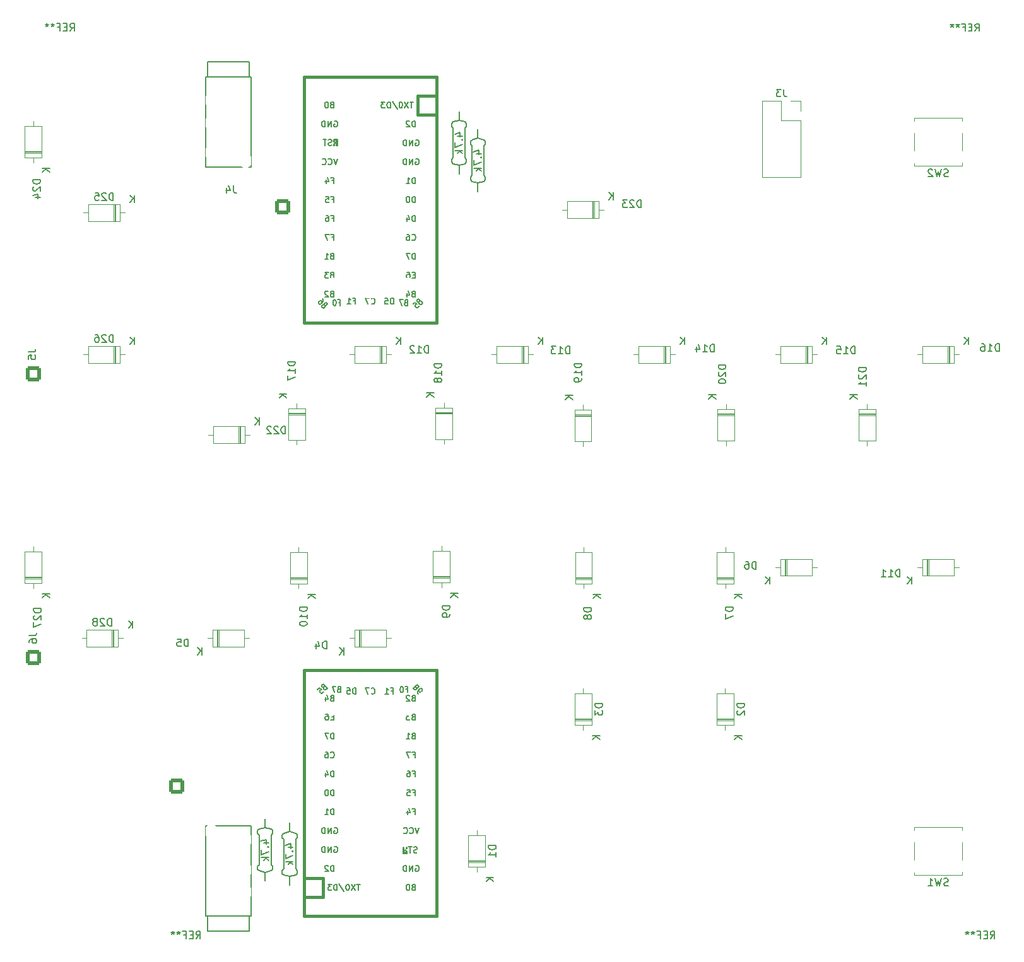
<source format=gbo>
%TF.GenerationSoftware,KiCad,Pcbnew,7.0.10*%
%TF.CreationDate,2024-02-04T21:18:14-08:00*%
%TF.ProjectId,oddball_steno,6f646462-616c-46c5-9f73-74656e6f2e6b,rev?*%
%TF.SameCoordinates,Original*%
%TF.FileFunction,Legend,Bot*%
%TF.FilePolarity,Positive*%
%FSLAX46Y46*%
G04 Gerber Fmt 4.6, Leading zero omitted, Abs format (unit mm)*
G04 Created by KiCad (PCBNEW 7.0.10) date 2024-02-04 21:18:14*
%MOMM*%
%LPD*%
G01*
G04 APERTURE LIST*
G04 Aperture macros list*
%AMRoundRect*
0 Rectangle with rounded corners*
0 $1 Rounding radius*
0 $2 $3 $4 $5 $6 $7 $8 $9 X,Y pos of 4 corners*
0 Add a 4 corners polygon primitive as box body*
4,1,4,$2,$3,$4,$5,$6,$7,$8,$9,$2,$3,0*
0 Add four circle primitives for the rounded corners*
1,1,$1+$1,$2,$3*
1,1,$1+$1,$4,$5*
1,1,$1+$1,$6,$7*
1,1,$1+$1,$8,$9*
0 Add four rect primitives between the rounded corners*
20,1,$1+$1,$2,$3,$4,$5,0*
20,1,$1+$1,$4,$5,$6,$7,0*
20,1,$1+$1,$6,$7,$8,$9,0*
20,1,$1+$1,$8,$9,$2,$3,0*%
G04 Aperture macros list end*
%ADD10C,0.150000*%
%ADD11C,0.200000*%
%ADD12C,0.120000*%
%ADD13C,0.381000*%
%ADD14R,1.752600X1.752600*%
%ADD15C,1.752600*%
%ADD16C,1.651000*%
%ADD17C,1.000000*%
%ADD18C,2.000000*%
%ADD19C,2.500000*%
%ADD20C,1.750000*%
%ADD21C,4.000000*%
%ADD22RoundRect,0.250001X-0.799999X-0.799999X0.799999X-0.799999X0.799999X0.799999X-0.799999X0.799999X0*%
%ADD23C,2.100000*%
%ADD24O,1.600000X1.600000*%
%ADD25R,1.600000X1.600000*%
%ADD26RoundRect,0.250001X-0.799999X0.799999X-0.799999X-0.799999X0.799999X-0.799999X0.799999X0.799999X0*%
%ADD27O,1.700000X1.700000*%
%ADD28R,1.700000X1.700000*%
%ADD29R,2.800000X1.000000*%
%ADD30RoundRect,0.250001X0.799999X0.799999X-0.799999X0.799999X-0.799999X-0.799999X0.799999X-0.799999X0*%
%ADD31O,1.600000X2.000000*%
%ADD32C,0.800000*%
G04 APERTURE END LIST*
D10*
X100558833Y-143595444D02*
X100892166Y-143119253D01*
X101130261Y-143595444D02*
X101130261Y-142595444D01*
X101130261Y-142595444D02*
X100749309Y-142595444D01*
X100749309Y-142595444D02*
X100654071Y-142643063D01*
X100654071Y-142643063D02*
X100606452Y-142690682D01*
X100606452Y-142690682D02*
X100558833Y-142785920D01*
X100558833Y-142785920D02*
X100558833Y-142928777D01*
X100558833Y-142928777D02*
X100606452Y-143024015D01*
X100606452Y-143024015D02*
X100654071Y-143071634D01*
X100654071Y-143071634D02*
X100749309Y-143119253D01*
X100749309Y-143119253D02*
X101130261Y-143119253D01*
X100130261Y-143071634D02*
X99796928Y-143071634D01*
X99654071Y-143595444D02*
X100130261Y-143595444D01*
X100130261Y-143595444D02*
X100130261Y-142595444D01*
X100130261Y-142595444D02*
X99654071Y-142595444D01*
X98892166Y-143071634D02*
X99225499Y-143071634D01*
X99225499Y-143595444D02*
X99225499Y-142595444D01*
X99225499Y-142595444D02*
X98749309Y-142595444D01*
X98225499Y-142595444D02*
X98225499Y-142833539D01*
X98463594Y-142738301D02*
X98225499Y-142833539D01*
X98225499Y-142833539D02*
X97987404Y-142738301D01*
X98368356Y-143024015D02*
X98225499Y-142833539D01*
X98225499Y-142833539D02*
X98082642Y-143024015D01*
X97463594Y-142595444D02*
X97463594Y-142833539D01*
X97701689Y-142738301D02*
X97463594Y-142833539D01*
X97463594Y-142833539D02*
X97225499Y-142738301D01*
X97606451Y-143024015D02*
X97463594Y-142833539D01*
X97463594Y-142833539D02*
X97320737Y-143024015D01*
X207158833Y-143595444D02*
X207492166Y-143119253D01*
X207730261Y-143595444D02*
X207730261Y-142595444D01*
X207730261Y-142595444D02*
X207349309Y-142595444D01*
X207349309Y-142595444D02*
X207254071Y-142643063D01*
X207254071Y-142643063D02*
X207206452Y-142690682D01*
X207206452Y-142690682D02*
X207158833Y-142785920D01*
X207158833Y-142785920D02*
X207158833Y-142928777D01*
X207158833Y-142928777D02*
X207206452Y-143024015D01*
X207206452Y-143024015D02*
X207254071Y-143071634D01*
X207254071Y-143071634D02*
X207349309Y-143119253D01*
X207349309Y-143119253D02*
X207730261Y-143119253D01*
X206730261Y-143071634D02*
X206396928Y-143071634D01*
X206254071Y-143595444D02*
X206730261Y-143595444D01*
X206730261Y-143595444D02*
X206730261Y-142595444D01*
X206730261Y-142595444D02*
X206254071Y-142595444D01*
X205492166Y-143071634D02*
X205825499Y-143071634D01*
X205825499Y-143595444D02*
X205825499Y-142595444D01*
X205825499Y-142595444D02*
X205349309Y-142595444D01*
X204825499Y-142595444D02*
X204825499Y-142833539D01*
X205063594Y-142738301D02*
X204825499Y-142833539D01*
X204825499Y-142833539D02*
X204587404Y-142738301D01*
X204968356Y-143024015D02*
X204825499Y-142833539D01*
X204825499Y-142833539D02*
X204682642Y-143024015D01*
X204063594Y-142595444D02*
X204063594Y-142833539D01*
X204301689Y-142738301D02*
X204063594Y-142833539D01*
X204063594Y-142833539D02*
X203825499Y-142738301D01*
X204206451Y-143024015D02*
X204063594Y-142833539D01*
X204063594Y-142833539D02*
X203920737Y-143024015D01*
X83643833Y-21705444D02*
X83977166Y-21229253D01*
X84215261Y-21705444D02*
X84215261Y-20705444D01*
X84215261Y-20705444D02*
X83834309Y-20705444D01*
X83834309Y-20705444D02*
X83739071Y-20753063D01*
X83739071Y-20753063D02*
X83691452Y-20800682D01*
X83691452Y-20800682D02*
X83643833Y-20895920D01*
X83643833Y-20895920D02*
X83643833Y-21038777D01*
X83643833Y-21038777D02*
X83691452Y-21134015D01*
X83691452Y-21134015D02*
X83739071Y-21181634D01*
X83739071Y-21181634D02*
X83834309Y-21229253D01*
X83834309Y-21229253D02*
X84215261Y-21229253D01*
X83215261Y-21181634D02*
X82881928Y-21181634D01*
X82739071Y-21705444D02*
X83215261Y-21705444D01*
X83215261Y-21705444D02*
X83215261Y-20705444D01*
X83215261Y-20705444D02*
X82739071Y-20705444D01*
X81977166Y-21181634D02*
X82310499Y-21181634D01*
X82310499Y-21705444D02*
X82310499Y-20705444D01*
X82310499Y-20705444D02*
X81834309Y-20705444D01*
X81310499Y-20705444D02*
X81310499Y-20943539D01*
X81548594Y-20848301D02*
X81310499Y-20943539D01*
X81310499Y-20943539D02*
X81072404Y-20848301D01*
X81453356Y-21134015D02*
X81310499Y-20943539D01*
X81310499Y-20943539D02*
X81167642Y-21134015D01*
X80548594Y-20705444D02*
X80548594Y-20943539D01*
X80786689Y-20848301D02*
X80548594Y-20943539D01*
X80548594Y-20943539D02*
X80310499Y-20848301D01*
X80691451Y-21134015D02*
X80548594Y-20943539D01*
X80548594Y-20943539D02*
X80405737Y-21134015D01*
X205103833Y-21725444D02*
X205437166Y-21249253D01*
X205675261Y-21725444D02*
X205675261Y-20725444D01*
X205675261Y-20725444D02*
X205294309Y-20725444D01*
X205294309Y-20725444D02*
X205199071Y-20773063D01*
X205199071Y-20773063D02*
X205151452Y-20820682D01*
X205151452Y-20820682D02*
X205103833Y-20915920D01*
X205103833Y-20915920D02*
X205103833Y-21058777D01*
X205103833Y-21058777D02*
X205151452Y-21154015D01*
X205151452Y-21154015D02*
X205199071Y-21201634D01*
X205199071Y-21201634D02*
X205294309Y-21249253D01*
X205294309Y-21249253D02*
X205675261Y-21249253D01*
X204675261Y-21201634D02*
X204341928Y-21201634D01*
X204199071Y-21725444D02*
X204675261Y-21725444D01*
X204675261Y-21725444D02*
X204675261Y-20725444D01*
X204675261Y-20725444D02*
X204199071Y-20725444D01*
X203437166Y-21201634D02*
X203770499Y-21201634D01*
X203770499Y-21725444D02*
X203770499Y-20725444D01*
X203770499Y-20725444D02*
X203294309Y-20725444D01*
X202770499Y-20725444D02*
X202770499Y-20963539D01*
X203008594Y-20868301D02*
X202770499Y-20963539D01*
X202770499Y-20963539D02*
X202532404Y-20868301D01*
X202913356Y-21154015D02*
X202770499Y-20963539D01*
X202770499Y-20963539D02*
X202627642Y-21154015D01*
X202008594Y-20725444D02*
X202008594Y-20963539D01*
X202246689Y-20868301D02*
X202008594Y-20963539D01*
X202008594Y-20963539D02*
X201770499Y-20868301D01*
X202151451Y-21154015D02*
X202008594Y-20963539D01*
X202008594Y-20963539D02*
X201865737Y-21154015D01*
X190461569Y-66916339D02*
X189461569Y-66916339D01*
X189461569Y-66916339D02*
X189461569Y-67154434D01*
X189461569Y-67154434D02*
X189509188Y-67297291D01*
X189509188Y-67297291D02*
X189604426Y-67392529D01*
X189604426Y-67392529D02*
X189699664Y-67440148D01*
X189699664Y-67440148D02*
X189890140Y-67487767D01*
X189890140Y-67487767D02*
X190032997Y-67487767D01*
X190032997Y-67487767D02*
X190223473Y-67440148D01*
X190223473Y-67440148D02*
X190318711Y-67392529D01*
X190318711Y-67392529D02*
X190413950Y-67297291D01*
X190413950Y-67297291D02*
X190461569Y-67154434D01*
X190461569Y-67154434D02*
X190461569Y-66916339D01*
X189556807Y-67868720D02*
X189509188Y-67916339D01*
X189509188Y-67916339D02*
X189461569Y-68011577D01*
X189461569Y-68011577D02*
X189461569Y-68249672D01*
X189461569Y-68249672D02*
X189509188Y-68344910D01*
X189509188Y-68344910D02*
X189556807Y-68392529D01*
X189556807Y-68392529D02*
X189652045Y-68440148D01*
X189652045Y-68440148D02*
X189747283Y-68440148D01*
X189747283Y-68440148D02*
X189890140Y-68392529D01*
X189890140Y-68392529D02*
X190461569Y-67821101D01*
X190461569Y-67821101D02*
X190461569Y-68440148D01*
X190461569Y-69392529D02*
X190461569Y-68821101D01*
X190461569Y-69106815D02*
X189461569Y-69106815D01*
X189461569Y-69106815D02*
X189604426Y-69011577D01*
X189604426Y-69011577D02*
X189699664Y-68916339D01*
X189699664Y-68916339D02*
X189747283Y-68821101D01*
X189280319Y-70533720D02*
X188280319Y-70533720D01*
X189280319Y-71105148D02*
X188708890Y-70676577D01*
X188280319Y-71105148D02*
X188851747Y-70533720D01*
X78161569Y-102922291D02*
X78875854Y-102922291D01*
X78875854Y-102922291D02*
X79018711Y-102874672D01*
X79018711Y-102874672D02*
X79113950Y-102779434D01*
X79113950Y-102779434D02*
X79161569Y-102636577D01*
X79161569Y-102636577D02*
X79161569Y-102541339D01*
X78161569Y-103827053D02*
X78161569Y-103636577D01*
X78161569Y-103636577D02*
X78209188Y-103541339D01*
X78209188Y-103541339D02*
X78256807Y-103493720D01*
X78256807Y-103493720D02*
X78399664Y-103398482D01*
X78399664Y-103398482D02*
X78590140Y-103350863D01*
X78590140Y-103350863D02*
X78971092Y-103350863D01*
X78971092Y-103350863D02*
X79066330Y-103398482D01*
X79066330Y-103398482D02*
X79113950Y-103446101D01*
X79113950Y-103446101D02*
X79161569Y-103541339D01*
X79161569Y-103541339D02*
X79161569Y-103731815D01*
X79161569Y-103731815D02*
X79113950Y-103827053D01*
X79113950Y-103827053D02*
X79066330Y-103874672D01*
X79066330Y-103874672D02*
X78971092Y-103922291D01*
X78971092Y-103922291D02*
X78732997Y-103922291D01*
X78732997Y-103922291D02*
X78637759Y-103874672D01*
X78637759Y-103874672D02*
X78590140Y-103827053D01*
X78590140Y-103827053D02*
X78542521Y-103731815D01*
X78542521Y-103731815D02*
X78542521Y-103541339D01*
X78542521Y-103541339D02*
X78590140Y-103446101D01*
X78590140Y-103446101D02*
X78637759Y-103398482D01*
X78637759Y-103398482D02*
X78732997Y-103350863D01*
X119079975Y-134574170D02*
X119079975Y-133774170D01*
X119079975Y-133774170D02*
X118889499Y-133774170D01*
X118889499Y-133774170D02*
X118775213Y-133812265D01*
X118775213Y-133812265D02*
X118699023Y-133888455D01*
X118699023Y-133888455D02*
X118660928Y-133964646D01*
X118660928Y-133964646D02*
X118622832Y-134117027D01*
X118622832Y-134117027D02*
X118622832Y-134231313D01*
X118622832Y-134231313D02*
X118660928Y-134383694D01*
X118660928Y-134383694D02*
X118699023Y-134459884D01*
X118699023Y-134459884D02*
X118775213Y-134536075D01*
X118775213Y-134536075D02*
X118889499Y-134574170D01*
X118889499Y-134574170D02*
X119079975Y-134574170D01*
X118318071Y-133850360D02*
X118279975Y-133812265D01*
X118279975Y-133812265D02*
X118203785Y-133774170D01*
X118203785Y-133774170D02*
X118013309Y-133774170D01*
X118013309Y-133774170D02*
X117937118Y-133812265D01*
X117937118Y-133812265D02*
X117899023Y-133850360D01*
X117899023Y-133850360D02*
X117860928Y-133926551D01*
X117860928Y-133926551D02*
X117860928Y-134002741D01*
X117860928Y-134002741D02*
X117899023Y-134117027D01*
X117899023Y-134117027D02*
X118356166Y-134574170D01*
X118356166Y-134574170D02*
X117860928Y-134574170D01*
X130216953Y-132026075D02*
X130102667Y-132064170D01*
X130102667Y-132064170D02*
X129912191Y-132064170D01*
X129912191Y-132064170D02*
X129836000Y-132026075D01*
X129836000Y-132026075D02*
X129797905Y-131987979D01*
X129797905Y-131987979D02*
X129759810Y-131911789D01*
X129759810Y-131911789D02*
X129759810Y-131835598D01*
X129759810Y-131835598D02*
X129797905Y-131759408D01*
X129797905Y-131759408D02*
X129836000Y-131721313D01*
X129836000Y-131721313D02*
X129912191Y-131683217D01*
X129912191Y-131683217D02*
X130064572Y-131645122D01*
X130064572Y-131645122D02*
X130140762Y-131607027D01*
X130140762Y-131607027D02*
X130178857Y-131568932D01*
X130178857Y-131568932D02*
X130216953Y-131492741D01*
X130216953Y-131492741D02*
X130216953Y-131416551D01*
X130216953Y-131416551D02*
X130178857Y-131340360D01*
X130178857Y-131340360D02*
X130140762Y-131302265D01*
X130140762Y-131302265D02*
X130064572Y-131264170D01*
X130064572Y-131264170D02*
X129874095Y-131264170D01*
X129874095Y-131264170D02*
X129759810Y-131302265D01*
X129531238Y-131264170D02*
X129074095Y-131264170D01*
X129302667Y-132064170D02*
X129302667Y-131264170D01*
X119079975Y-124414170D02*
X119079975Y-123614170D01*
X119079975Y-123614170D02*
X118889499Y-123614170D01*
X118889499Y-123614170D02*
X118775213Y-123652265D01*
X118775213Y-123652265D02*
X118699023Y-123728455D01*
X118699023Y-123728455D02*
X118660928Y-123804646D01*
X118660928Y-123804646D02*
X118622832Y-123957027D01*
X118622832Y-123957027D02*
X118622832Y-124071313D01*
X118622832Y-124071313D02*
X118660928Y-124223694D01*
X118660928Y-124223694D02*
X118699023Y-124299884D01*
X118699023Y-124299884D02*
X118775213Y-124376075D01*
X118775213Y-124376075D02*
X118889499Y-124414170D01*
X118889499Y-124414170D02*
X119079975Y-124414170D01*
X118127594Y-123614170D02*
X118051404Y-123614170D01*
X118051404Y-123614170D02*
X117975213Y-123652265D01*
X117975213Y-123652265D02*
X117937118Y-123690360D01*
X117937118Y-123690360D02*
X117899023Y-123766551D01*
X117899023Y-123766551D02*
X117860928Y-123918932D01*
X117860928Y-123918932D02*
X117860928Y-124109408D01*
X117860928Y-124109408D02*
X117899023Y-124261789D01*
X117899023Y-124261789D02*
X117937118Y-124337979D01*
X117937118Y-124337979D02*
X117975213Y-124376075D01*
X117975213Y-124376075D02*
X118051404Y-124414170D01*
X118051404Y-124414170D02*
X118127594Y-124414170D01*
X118127594Y-124414170D02*
X118203785Y-124376075D01*
X118203785Y-124376075D02*
X118241880Y-124337979D01*
X118241880Y-124337979D02*
X118279975Y-124261789D01*
X118279975Y-124261789D02*
X118318071Y-124109408D01*
X118318071Y-124109408D02*
X118318071Y-123918932D01*
X118318071Y-123918932D02*
X118279975Y-123766551D01*
X118279975Y-123766551D02*
X118241880Y-123690360D01*
X118241880Y-123690360D02*
X118203785Y-123652265D01*
X118203785Y-123652265D02*
X118127594Y-123614170D01*
X118813309Y-111295122D02*
X118699023Y-111333217D01*
X118699023Y-111333217D02*
X118660928Y-111371313D01*
X118660928Y-111371313D02*
X118622832Y-111447503D01*
X118622832Y-111447503D02*
X118622832Y-111561789D01*
X118622832Y-111561789D02*
X118660928Y-111637979D01*
X118660928Y-111637979D02*
X118699023Y-111676075D01*
X118699023Y-111676075D02*
X118775213Y-111714170D01*
X118775213Y-111714170D02*
X119079975Y-111714170D01*
X119079975Y-111714170D02*
X119079975Y-110914170D01*
X119079975Y-110914170D02*
X118813309Y-110914170D01*
X118813309Y-110914170D02*
X118737118Y-110952265D01*
X118737118Y-110952265D02*
X118699023Y-110990360D01*
X118699023Y-110990360D02*
X118660928Y-111066551D01*
X118660928Y-111066551D02*
X118660928Y-111142741D01*
X118660928Y-111142741D02*
X118699023Y-111218932D01*
X118699023Y-111218932D02*
X118737118Y-111257027D01*
X118737118Y-111257027D02*
X118813309Y-111295122D01*
X118813309Y-111295122D02*
X119079975Y-111295122D01*
X117937118Y-111180836D02*
X117937118Y-111714170D01*
X118127594Y-110876075D02*
X118318071Y-111447503D01*
X118318071Y-111447503D02*
X117822832Y-111447503D01*
X122569104Y-136314170D02*
X122111961Y-136314170D01*
X122340533Y-137114170D02*
X122340533Y-136314170D01*
X121921485Y-136314170D02*
X121388151Y-137114170D01*
X121388151Y-136314170D02*
X121921485Y-137114170D01*
X120931008Y-136314170D02*
X120854818Y-136314170D01*
X120854818Y-136314170D02*
X120778627Y-136352265D01*
X120778627Y-136352265D02*
X120740532Y-136390360D01*
X120740532Y-136390360D02*
X120702437Y-136466551D01*
X120702437Y-136466551D02*
X120664342Y-136618932D01*
X120664342Y-136618932D02*
X120664342Y-136809408D01*
X120664342Y-136809408D02*
X120702437Y-136961789D01*
X120702437Y-136961789D02*
X120740532Y-137037979D01*
X120740532Y-137037979D02*
X120778627Y-137076075D01*
X120778627Y-137076075D02*
X120854818Y-137114170D01*
X120854818Y-137114170D02*
X120931008Y-137114170D01*
X120931008Y-137114170D02*
X121007199Y-137076075D01*
X121007199Y-137076075D02*
X121045294Y-137037979D01*
X121045294Y-137037979D02*
X121083389Y-136961789D01*
X121083389Y-136961789D02*
X121121485Y-136809408D01*
X121121485Y-136809408D02*
X121121485Y-136618932D01*
X121121485Y-136618932D02*
X121083389Y-136466551D01*
X121083389Y-136466551D02*
X121045294Y-136390360D01*
X121045294Y-136390360D02*
X121007199Y-136352265D01*
X121007199Y-136352265D02*
X120931008Y-136314170D01*
X119750056Y-136276075D02*
X120435770Y-137304646D01*
X119483389Y-137114170D02*
X119483389Y-136314170D01*
X119483389Y-136314170D02*
X119292913Y-136314170D01*
X119292913Y-136314170D02*
X119178627Y-136352265D01*
X119178627Y-136352265D02*
X119102437Y-136428455D01*
X119102437Y-136428455D02*
X119064342Y-136504646D01*
X119064342Y-136504646D02*
X119026246Y-136657027D01*
X119026246Y-136657027D02*
X119026246Y-136771313D01*
X119026246Y-136771313D02*
X119064342Y-136923694D01*
X119064342Y-136923694D02*
X119102437Y-136999884D01*
X119102437Y-136999884D02*
X119178627Y-137076075D01*
X119178627Y-137076075D02*
X119292913Y-137114170D01*
X119292913Y-137114170D02*
X119483389Y-137114170D01*
X118759580Y-136314170D02*
X118264342Y-136314170D01*
X118264342Y-136314170D02*
X118531008Y-136618932D01*
X118531008Y-136618932D02*
X118416723Y-136618932D01*
X118416723Y-136618932D02*
X118340532Y-136657027D01*
X118340532Y-136657027D02*
X118302437Y-136695122D01*
X118302437Y-136695122D02*
X118264342Y-136771313D01*
X118264342Y-136771313D02*
X118264342Y-136961789D01*
X118264342Y-136961789D02*
X118302437Y-137037979D01*
X118302437Y-137037979D02*
X118340532Y-137076075D01*
X118340532Y-137076075D02*
X118416723Y-137114170D01*
X118416723Y-137114170D02*
X118645294Y-137114170D01*
X118645294Y-137114170D02*
X118721485Y-137076075D01*
X118721485Y-137076075D02*
X118759580Y-137037979D01*
X118622832Y-119257979D02*
X118660928Y-119296075D01*
X118660928Y-119296075D02*
X118775213Y-119334170D01*
X118775213Y-119334170D02*
X118851404Y-119334170D01*
X118851404Y-119334170D02*
X118965690Y-119296075D01*
X118965690Y-119296075D02*
X119041880Y-119219884D01*
X119041880Y-119219884D02*
X119079975Y-119143694D01*
X119079975Y-119143694D02*
X119118071Y-118991313D01*
X119118071Y-118991313D02*
X119118071Y-118877027D01*
X119118071Y-118877027D02*
X119079975Y-118724646D01*
X119079975Y-118724646D02*
X119041880Y-118648455D01*
X119041880Y-118648455D02*
X118965690Y-118572265D01*
X118965690Y-118572265D02*
X118851404Y-118534170D01*
X118851404Y-118534170D02*
X118775213Y-118534170D01*
X118775213Y-118534170D02*
X118660928Y-118572265D01*
X118660928Y-118572265D02*
X118622832Y-118610360D01*
X117937118Y-118534170D02*
X118089499Y-118534170D01*
X118089499Y-118534170D02*
X118165690Y-118572265D01*
X118165690Y-118572265D02*
X118203785Y-118610360D01*
X118203785Y-118610360D02*
X118279975Y-118724646D01*
X118279975Y-118724646D02*
X118318071Y-118877027D01*
X118318071Y-118877027D02*
X118318071Y-119181789D01*
X118318071Y-119181789D02*
X118279975Y-119257979D01*
X118279975Y-119257979D02*
X118241880Y-119296075D01*
X118241880Y-119296075D02*
X118165690Y-119334170D01*
X118165690Y-119334170D02*
X118013309Y-119334170D01*
X118013309Y-119334170D02*
X117937118Y-119296075D01*
X117937118Y-119296075D02*
X117899023Y-119257979D01*
X117899023Y-119257979D02*
X117860928Y-119181789D01*
X117860928Y-119181789D02*
X117860928Y-118991313D01*
X117860928Y-118991313D02*
X117899023Y-118915122D01*
X117899023Y-118915122D02*
X117937118Y-118877027D01*
X117937118Y-118877027D02*
X118013309Y-118838932D01*
X118013309Y-118838932D02*
X118165690Y-118838932D01*
X118165690Y-118838932D02*
X118241880Y-118877027D01*
X118241880Y-118877027D02*
X118279975Y-118915122D01*
X118279975Y-118915122D02*
X118318071Y-118991313D01*
X129678166Y-123995122D02*
X129944832Y-123995122D01*
X129944832Y-124414170D02*
X129944832Y-123614170D01*
X129944832Y-123614170D02*
X129563880Y-123614170D01*
X128878166Y-123614170D02*
X129259118Y-123614170D01*
X129259118Y-123614170D02*
X129297214Y-123995122D01*
X129297214Y-123995122D02*
X129259118Y-123957027D01*
X129259118Y-123957027D02*
X129182928Y-123918932D01*
X129182928Y-123918932D02*
X128992452Y-123918932D01*
X128992452Y-123918932D02*
X128916261Y-123957027D01*
X128916261Y-123957027D02*
X128878166Y-123995122D01*
X128878166Y-123995122D02*
X128840071Y-124071313D01*
X128840071Y-124071313D02*
X128840071Y-124261789D01*
X128840071Y-124261789D02*
X128878166Y-124337979D01*
X128878166Y-124337979D02*
X128916261Y-124376075D01*
X128916261Y-124376075D02*
X128992452Y-124414170D01*
X128992452Y-124414170D02*
X129182928Y-124414170D01*
X129182928Y-124414170D02*
X129259118Y-124376075D01*
X129259118Y-124376075D02*
X129297214Y-124337979D01*
X119099023Y-131272265D02*
X119175213Y-131234170D01*
X119175213Y-131234170D02*
X119289499Y-131234170D01*
X119289499Y-131234170D02*
X119403785Y-131272265D01*
X119403785Y-131272265D02*
X119479975Y-131348455D01*
X119479975Y-131348455D02*
X119518070Y-131424646D01*
X119518070Y-131424646D02*
X119556166Y-131577027D01*
X119556166Y-131577027D02*
X119556166Y-131691313D01*
X119556166Y-131691313D02*
X119518070Y-131843694D01*
X119518070Y-131843694D02*
X119479975Y-131919884D01*
X119479975Y-131919884D02*
X119403785Y-131996075D01*
X119403785Y-131996075D02*
X119289499Y-132034170D01*
X119289499Y-132034170D02*
X119213308Y-132034170D01*
X119213308Y-132034170D02*
X119099023Y-131996075D01*
X119099023Y-131996075D02*
X119060927Y-131957979D01*
X119060927Y-131957979D02*
X119060927Y-131691313D01*
X119060927Y-131691313D02*
X119213308Y-131691313D01*
X118718070Y-132034170D02*
X118718070Y-131234170D01*
X118718070Y-131234170D02*
X118260927Y-132034170D01*
X118260927Y-132034170D02*
X118260927Y-131234170D01*
X117879975Y-132034170D02*
X117879975Y-131234170D01*
X117879975Y-131234170D02*
X117689499Y-131234170D01*
X117689499Y-131234170D02*
X117575213Y-131272265D01*
X117575213Y-131272265D02*
X117499023Y-131348455D01*
X117499023Y-131348455D02*
X117460928Y-131424646D01*
X117460928Y-131424646D02*
X117422832Y-131577027D01*
X117422832Y-131577027D02*
X117422832Y-131691313D01*
X117422832Y-131691313D02*
X117460928Y-131843694D01*
X117460928Y-131843694D02*
X117499023Y-131919884D01*
X117499023Y-131919884D02*
X117575213Y-131996075D01*
X117575213Y-131996075D02*
X117689499Y-132034170D01*
X117689499Y-132034170D02*
X117879975Y-132034170D01*
X119041880Y-113835122D02*
X118775214Y-113835122D01*
X118660928Y-114254170D02*
X119041880Y-114254170D01*
X119041880Y-114254170D02*
X119041880Y-113454170D01*
X119041880Y-113454170D02*
X118660928Y-113454170D01*
X117975213Y-113454170D02*
X118127594Y-113454170D01*
X118127594Y-113454170D02*
X118203785Y-113492265D01*
X118203785Y-113492265D02*
X118241880Y-113530360D01*
X118241880Y-113530360D02*
X118318070Y-113644646D01*
X118318070Y-113644646D02*
X118356166Y-113797027D01*
X118356166Y-113797027D02*
X118356166Y-114101789D01*
X118356166Y-114101789D02*
X118318070Y-114177979D01*
X118318070Y-114177979D02*
X118279975Y-114216075D01*
X118279975Y-114216075D02*
X118203785Y-114254170D01*
X118203785Y-114254170D02*
X118051404Y-114254170D01*
X118051404Y-114254170D02*
X117975213Y-114216075D01*
X117975213Y-114216075D02*
X117937118Y-114177979D01*
X117937118Y-114177979D02*
X117899023Y-114101789D01*
X117899023Y-114101789D02*
X117899023Y-113911313D01*
X117899023Y-113911313D02*
X117937118Y-113835122D01*
X117937118Y-113835122D02*
X117975213Y-113797027D01*
X117975213Y-113797027D02*
X118051404Y-113758932D01*
X118051404Y-113758932D02*
X118203785Y-113758932D01*
X118203785Y-113758932D02*
X118279975Y-113797027D01*
X118279975Y-113797027D02*
X118318070Y-113835122D01*
X118318070Y-113835122D02*
X118356166Y-113911313D01*
X119733833Y-110125122D02*
X119633833Y-110163217D01*
X119633833Y-110163217D02*
X119600499Y-110201313D01*
X119600499Y-110201313D02*
X119567166Y-110277503D01*
X119567166Y-110277503D02*
X119567166Y-110391789D01*
X119567166Y-110391789D02*
X119600499Y-110467979D01*
X119600499Y-110467979D02*
X119633833Y-110506075D01*
X119633833Y-110506075D02*
X119700499Y-110544170D01*
X119700499Y-110544170D02*
X119967166Y-110544170D01*
X119967166Y-110544170D02*
X119967166Y-109744170D01*
X119967166Y-109744170D02*
X119733833Y-109744170D01*
X119733833Y-109744170D02*
X119667166Y-109782265D01*
X119667166Y-109782265D02*
X119633833Y-109820360D01*
X119633833Y-109820360D02*
X119600499Y-109896551D01*
X119600499Y-109896551D02*
X119600499Y-109972741D01*
X119600499Y-109972741D02*
X119633833Y-110048932D01*
X119633833Y-110048932D02*
X119667166Y-110087027D01*
X119667166Y-110087027D02*
X119733833Y-110125122D01*
X119733833Y-110125122D02*
X119967166Y-110125122D01*
X119333833Y-109744170D02*
X118867166Y-109744170D01*
X118867166Y-109744170D02*
X119167166Y-110544170D01*
X117710716Y-109841398D02*
X117666943Y-109939046D01*
X117666943Y-109939046D02*
X117670310Y-109989554D01*
X117670310Y-109989554D02*
X117700615Y-110066999D01*
X117700615Y-110066999D02*
X117781427Y-110147811D01*
X117781427Y-110147811D02*
X117858872Y-110178115D01*
X117858872Y-110178115D02*
X117909380Y-110181483D01*
X117909380Y-110181483D02*
X117983457Y-110161279D01*
X117983457Y-110161279D02*
X118172019Y-109972718D01*
X118172019Y-109972718D02*
X117606334Y-109407032D01*
X117606334Y-109407032D02*
X117441342Y-109572024D01*
X117441342Y-109572024D02*
X117421139Y-109646102D01*
X117421139Y-109646102D02*
X117424506Y-109696609D01*
X117424506Y-109696609D02*
X117454811Y-109774054D01*
X117454811Y-109774054D02*
X117508686Y-109827929D01*
X117508686Y-109827929D02*
X117586131Y-109858234D01*
X117586131Y-109858234D02*
X117636638Y-109861601D01*
X117636638Y-109861601D02*
X117710716Y-109841398D01*
X117710716Y-109841398D02*
X117875708Y-109676406D01*
X116875657Y-110137709D02*
X117111359Y-109902007D01*
X117111359Y-109902007D02*
X117404303Y-110147811D01*
X117404303Y-110147811D02*
X117353796Y-110144444D01*
X117353796Y-110144444D02*
X117279718Y-110164647D01*
X117279718Y-110164647D02*
X117161867Y-110282498D01*
X117161867Y-110282498D02*
X117141664Y-110356576D01*
X117141664Y-110356576D02*
X117145031Y-110407083D01*
X117145031Y-110407083D02*
X117175335Y-110484528D01*
X117175335Y-110484528D02*
X117310022Y-110619215D01*
X117310022Y-110619215D02*
X117387467Y-110649520D01*
X117387467Y-110649520D02*
X117437975Y-110652887D01*
X117437975Y-110652887D02*
X117512053Y-110632684D01*
X117512053Y-110632684D02*
X117629904Y-110514833D01*
X117629904Y-110514833D02*
X117650107Y-110440755D01*
X117650107Y-110440755D02*
X117646740Y-110390247D01*
X124083832Y-110667979D02*
X124121928Y-110706075D01*
X124121928Y-110706075D02*
X124236213Y-110744170D01*
X124236213Y-110744170D02*
X124312404Y-110744170D01*
X124312404Y-110744170D02*
X124426690Y-110706075D01*
X124426690Y-110706075D02*
X124502880Y-110629884D01*
X124502880Y-110629884D02*
X124540975Y-110553694D01*
X124540975Y-110553694D02*
X124579071Y-110401313D01*
X124579071Y-110401313D02*
X124579071Y-110287027D01*
X124579071Y-110287027D02*
X124540975Y-110134646D01*
X124540975Y-110134646D02*
X124502880Y-110058455D01*
X124502880Y-110058455D02*
X124426690Y-109982265D01*
X124426690Y-109982265D02*
X124312404Y-109944170D01*
X124312404Y-109944170D02*
X124236213Y-109944170D01*
X124236213Y-109944170D02*
X124121928Y-109982265D01*
X124121928Y-109982265D02*
X124083832Y-110020360D01*
X123817166Y-109944170D02*
X123283832Y-109944170D01*
X123283832Y-109944170D02*
X123626690Y-110744170D01*
X129735309Y-136695122D02*
X129621023Y-136733217D01*
X129621023Y-136733217D02*
X129582928Y-136771313D01*
X129582928Y-136771313D02*
X129544832Y-136847503D01*
X129544832Y-136847503D02*
X129544832Y-136961789D01*
X129544832Y-136961789D02*
X129582928Y-137037979D01*
X129582928Y-137037979D02*
X129621023Y-137076075D01*
X129621023Y-137076075D02*
X129697213Y-137114170D01*
X129697213Y-137114170D02*
X130001975Y-137114170D01*
X130001975Y-137114170D02*
X130001975Y-136314170D01*
X130001975Y-136314170D02*
X129735309Y-136314170D01*
X129735309Y-136314170D02*
X129659118Y-136352265D01*
X129659118Y-136352265D02*
X129621023Y-136390360D01*
X129621023Y-136390360D02*
X129582928Y-136466551D01*
X129582928Y-136466551D02*
X129582928Y-136542741D01*
X129582928Y-136542741D02*
X129621023Y-136618932D01*
X129621023Y-136618932D02*
X129659118Y-136657027D01*
X129659118Y-136657027D02*
X129735309Y-136695122D01*
X129735309Y-136695122D02*
X130001975Y-136695122D01*
X129049594Y-136314170D02*
X128973404Y-136314170D01*
X128973404Y-136314170D02*
X128897213Y-136352265D01*
X128897213Y-136352265D02*
X128859118Y-136390360D01*
X128859118Y-136390360D02*
X128821023Y-136466551D01*
X128821023Y-136466551D02*
X128782928Y-136618932D01*
X128782928Y-136618932D02*
X128782928Y-136809408D01*
X128782928Y-136809408D02*
X128821023Y-136961789D01*
X128821023Y-136961789D02*
X128859118Y-137037979D01*
X128859118Y-137037979D02*
X128897213Y-137076075D01*
X128897213Y-137076075D02*
X128973404Y-137114170D01*
X128973404Y-137114170D02*
X129049594Y-137114170D01*
X129049594Y-137114170D02*
X129125785Y-137076075D01*
X129125785Y-137076075D02*
X129163880Y-137037979D01*
X129163880Y-137037979D02*
X129201975Y-136961789D01*
X129201975Y-136961789D02*
X129240071Y-136809408D01*
X129240071Y-136809408D02*
X129240071Y-136618932D01*
X129240071Y-136618932D02*
X129201975Y-136466551D01*
X129201975Y-136466551D02*
X129163880Y-136390360D01*
X129163880Y-136390360D02*
X129125785Y-136352265D01*
X129125785Y-136352265D02*
X129049594Y-136314170D01*
X129678166Y-118915122D02*
X129944832Y-118915122D01*
X129944832Y-119334170D02*
X129944832Y-118534170D01*
X129944832Y-118534170D02*
X129563880Y-118534170D01*
X129335309Y-118534170D02*
X128801975Y-118534170D01*
X128801975Y-118534170D02*
X129144833Y-119334170D01*
X122000975Y-110744170D02*
X122000975Y-109944170D01*
X122000975Y-109944170D02*
X121810499Y-109944170D01*
X121810499Y-109944170D02*
X121696213Y-109982265D01*
X121696213Y-109982265D02*
X121620023Y-110058455D01*
X121620023Y-110058455D02*
X121581928Y-110134646D01*
X121581928Y-110134646D02*
X121543832Y-110287027D01*
X121543832Y-110287027D02*
X121543832Y-110401313D01*
X121543832Y-110401313D02*
X121581928Y-110553694D01*
X121581928Y-110553694D02*
X121620023Y-110629884D01*
X121620023Y-110629884D02*
X121696213Y-110706075D01*
X121696213Y-110706075D02*
X121810499Y-110744170D01*
X121810499Y-110744170D02*
X122000975Y-110744170D01*
X120820023Y-109944170D02*
X121200975Y-109944170D01*
X121200975Y-109944170D02*
X121239071Y-110325122D01*
X121239071Y-110325122D02*
X121200975Y-110287027D01*
X121200975Y-110287027D02*
X121124785Y-110248932D01*
X121124785Y-110248932D02*
X120934309Y-110248932D01*
X120934309Y-110248932D02*
X120858118Y-110287027D01*
X120858118Y-110287027D02*
X120820023Y-110325122D01*
X120820023Y-110325122D02*
X120781928Y-110401313D01*
X120781928Y-110401313D02*
X120781928Y-110591789D01*
X120781928Y-110591789D02*
X120820023Y-110667979D01*
X120820023Y-110667979D02*
X120858118Y-110706075D01*
X120858118Y-110706075D02*
X120934309Y-110744170D01*
X120934309Y-110744170D02*
X121124785Y-110744170D01*
X121124785Y-110744170D02*
X121200975Y-110706075D01*
X121200975Y-110706075D02*
X121239071Y-110667979D01*
X119079975Y-121874170D02*
X119079975Y-121074170D01*
X119079975Y-121074170D02*
X118889499Y-121074170D01*
X118889499Y-121074170D02*
X118775213Y-121112265D01*
X118775213Y-121112265D02*
X118699023Y-121188455D01*
X118699023Y-121188455D02*
X118660928Y-121264646D01*
X118660928Y-121264646D02*
X118622832Y-121417027D01*
X118622832Y-121417027D02*
X118622832Y-121531313D01*
X118622832Y-121531313D02*
X118660928Y-121683694D01*
X118660928Y-121683694D02*
X118699023Y-121759884D01*
X118699023Y-121759884D02*
X118775213Y-121836075D01*
X118775213Y-121836075D02*
X118889499Y-121874170D01*
X118889499Y-121874170D02*
X119079975Y-121874170D01*
X117937118Y-121340836D02*
X117937118Y-121874170D01*
X118127594Y-121036075D02*
X118318071Y-121607503D01*
X118318071Y-121607503D02*
X117822832Y-121607503D01*
X130110023Y-109921658D02*
X130207671Y-109965431D01*
X130207671Y-109965431D02*
X130258179Y-109962064D01*
X130258179Y-109962064D02*
X130335624Y-109931759D01*
X130335624Y-109931759D02*
X130416436Y-109850947D01*
X130416436Y-109850947D02*
X130446740Y-109773502D01*
X130446740Y-109773502D02*
X130450108Y-109722994D01*
X130450108Y-109722994D02*
X130429904Y-109648917D01*
X130429904Y-109648917D02*
X130241343Y-109460355D01*
X130241343Y-109460355D02*
X129675657Y-110026040D01*
X129675657Y-110026040D02*
X129840649Y-110191032D01*
X129840649Y-110191032D02*
X129914727Y-110211235D01*
X129914727Y-110211235D02*
X129965234Y-110207868D01*
X129965234Y-110207868D02*
X130042679Y-110177563D01*
X130042679Y-110177563D02*
X130096554Y-110123688D01*
X130096554Y-110123688D02*
X130126859Y-110046243D01*
X130126859Y-110046243D02*
X130130226Y-109995736D01*
X130130226Y-109995736D02*
X130110023Y-109921658D01*
X130110023Y-109921658D02*
X129945031Y-109756666D01*
X130382764Y-110733147D02*
X130288483Y-110638866D01*
X130288483Y-110638866D02*
X130268280Y-110564788D01*
X130268280Y-110564788D02*
X130271647Y-110514281D01*
X130271647Y-110514281D02*
X130305319Y-110386328D01*
X130305319Y-110386328D02*
X130389498Y-110255008D01*
X130389498Y-110255008D02*
X130604998Y-110039509D01*
X130604998Y-110039509D02*
X130682443Y-110009204D01*
X130682443Y-110009204D02*
X130732950Y-110005837D01*
X130732950Y-110005837D02*
X130807028Y-110026040D01*
X130807028Y-110026040D02*
X130901309Y-110120321D01*
X130901309Y-110120321D02*
X130921512Y-110194399D01*
X130921512Y-110194399D02*
X130918145Y-110244907D01*
X130918145Y-110244907D02*
X130887840Y-110322352D01*
X130887840Y-110322352D02*
X130753153Y-110457039D01*
X130753153Y-110457039D02*
X130675708Y-110487343D01*
X130675708Y-110487343D02*
X130625201Y-110490710D01*
X130625201Y-110490710D02*
X130551123Y-110470507D01*
X130551123Y-110470507D02*
X130456842Y-110376226D01*
X130456842Y-110376226D02*
X130436639Y-110302149D01*
X130436639Y-110302149D02*
X130440006Y-110251641D01*
X130440006Y-110251641D02*
X130470311Y-110174196D01*
X119079975Y-116794170D02*
X119079975Y-115994170D01*
X119079975Y-115994170D02*
X118889499Y-115994170D01*
X118889499Y-115994170D02*
X118775213Y-116032265D01*
X118775213Y-116032265D02*
X118699023Y-116108455D01*
X118699023Y-116108455D02*
X118660928Y-116184646D01*
X118660928Y-116184646D02*
X118622832Y-116337027D01*
X118622832Y-116337027D02*
X118622832Y-116451313D01*
X118622832Y-116451313D02*
X118660928Y-116603694D01*
X118660928Y-116603694D02*
X118699023Y-116679884D01*
X118699023Y-116679884D02*
X118775213Y-116756075D01*
X118775213Y-116756075D02*
X118889499Y-116794170D01*
X118889499Y-116794170D02*
X119079975Y-116794170D01*
X118356166Y-115994170D02*
X117822832Y-115994170D01*
X117822832Y-115994170D02*
X118165690Y-116794170D01*
X130478166Y-128694170D02*
X130211499Y-129494170D01*
X130211499Y-129494170D02*
X129944833Y-128694170D01*
X129221023Y-129417979D02*
X129259119Y-129456075D01*
X129259119Y-129456075D02*
X129373404Y-129494170D01*
X129373404Y-129494170D02*
X129449595Y-129494170D01*
X129449595Y-129494170D02*
X129563881Y-129456075D01*
X129563881Y-129456075D02*
X129640071Y-129379884D01*
X129640071Y-129379884D02*
X129678166Y-129303694D01*
X129678166Y-129303694D02*
X129716262Y-129151313D01*
X129716262Y-129151313D02*
X129716262Y-129037027D01*
X129716262Y-129037027D02*
X129678166Y-128884646D01*
X129678166Y-128884646D02*
X129640071Y-128808455D01*
X129640071Y-128808455D02*
X129563881Y-128732265D01*
X129563881Y-128732265D02*
X129449595Y-128694170D01*
X129449595Y-128694170D02*
X129373404Y-128694170D01*
X129373404Y-128694170D02*
X129259119Y-128732265D01*
X129259119Y-128732265D02*
X129221023Y-128770360D01*
X128421023Y-129417979D02*
X128459119Y-129456075D01*
X128459119Y-129456075D02*
X128573404Y-129494170D01*
X128573404Y-129494170D02*
X128649595Y-129494170D01*
X128649595Y-129494170D02*
X128763881Y-129456075D01*
X128763881Y-129456075D02*
X128840071Y-129379884D01*
X128840071Y-129379884D02*
X128878166Y-129303694D01*
X128878166Y-129303694D02*
X128916262Y-129151313D01*
X128916262Y-129151313D02*
X128916262Y-129037027D01*
X128916262Y-129037027D02*
X128878166Y-128884646D01*
X128878166Y-128884646D02*
X128840071Y-128808455D01*
X128840071Y-128808455D02*
X128763881Y-128732265D01*
X128763881Y-128732265D02*
X128649595Y-128694170D01*
X128649595Y-128694170D02*
X128573404Y-128694170D01*
X128573404Y-128694170D02*
X128459119Y-128732265D01*
X128459119Y-128732265D02*
X128421023Y-128770360D01*
X129735309Y-113835122D02*
X129621023Y-113873217D01*
X129621023Y-113873217D02*
X129582928Y-113911313D01*
X129582928Y-113911313D02*
X129544832Y-113987503D01*
X129544832Y-113987503D02*
X129544832Y-114101789D01*
X129544832Y-114101789D02*
X129582928Y-114177979D01*
X129582928Y-114177979D02*
X129621023Y-114216075D01*
X129621023Y-114216075D02*
X129697213Y-114254170D01*
X129697213Y-114254170D02*
X130001975Y-114254170D01*
X130001975Y-114254170D02*
X130001975Y-113454170D01*
X130001975Y-113454170D02*
X129735309Y-113454170D01*
X129735309Y-113454170D02*
X129659118Y-113492265D01*
X129659118Y-113492265D02*
X129621023Y-113530360D01*
X129621023Y-113530360D02*
X129582928Y-113606551D01*
X129582928Y-113606551D02*
X129582928Y-113682741D01*
X129582928Y-113682741D02*
X129621023Y-113758932D01*
X129621023Y-113758932D02*
X129659118Y-113797027D01*
X129659118Y-113797027D02*
X129735309Y-113835122D01*
X129735309Y-113835122D02*
X130001975Y-113835122D01*
X129278166Y-113454170D02*
X128782928Y-113454170D01*
X128782928Y-113454170D02*
X129049594Y-113758932D01*
X129049594Y-113758932D02*
X128935309Y-113758932D01*
X128935309Y-113758932D02*
X128859118Y-113797027D01*
X128859118Y-113797027D02*
X128821023Y-113835122D01*
X128821023Y-113835122D02*
X128782928Y-113911313D01*
X128782928Y-113911313D02*
X128782928Y-114101789D01*
X128782928Y-114101789D02*
X128821023Y-114177979D01*
X128821023Y-114177979D02*
X128859118Y-114216075D01*
X128859118Y-114216075D02*
X128935309Y-114254170D01*
X128935309Y-114254170D02*
X129163880Y-114254170D01*
X129163880Y-114254170D02*
X129240071Y-114216075D01*
X129240071Y-114216075D02*
X129278166Y-114177979D01*
X129735309Y-111295122D02*
X129621023Y-111333217D01*
X129621023Y-111333217D02*
X129582928Y-111371313D01*
X129582928Y-111371313D02*
X129544832Y-111447503D01*
X129544832Y-111447503D02*
X129544832Y-111561789D01*
X129544832Y-111561789D02*
X129582928Y-111637979D01*
X129582928Y-111637979D02*
X129621023Y-111676075D01*
X129621023Y-111676075D02*
X129697213Y-111714170D01*
X129697213Y-111714170D02*
X130001975Y-111714170D01*
X130001975Y-111714170D02*
X130001975Y-110914170D01*
X130001975Y-110914170D02*
X129735309Y-110914170D01*
X129735309Y-110914170D02*
X129659118Y-110952265D01*
X129659118Y-110952265D02*
X129621023Y-110990360D01*
X129621023Y-110990360D02*
X129582928Y-111066551D01*
X129582928Y-111066551D02*
X129582928Y-111142741D01*
X129582928Y-111142741D02*
X129621023Y-111218932D01*
X129621023Y-111218932D02*
X129659118Y-111257027D01*
X129659118Y-111257027D02*
X129735309Y-111295122D01*
X129735309Y-111295122D02*
X130001975Y-111295122D01*
X129240071Y-110990360D02*
X129201975Y-110952265D01*
X129201975Y-110952265D02*
X129125785Y-110914170D01*
X129125785Y-110914170D02*
X128935309Y-110914170D01*
X128935309Y-110914170D02*
X128859118Y-110952265D01*
X128859118Y-110952265D02*
X128821023Y-110990360D01*
X128821023Y-110990360D02*
X128782928Y-111066551D01*
X128782928Y-111066551D02*
X128782928Y-111142741D01*
X128782928Y-111142741D02*
X128821023Y-111257027D01*
X128821023Y-111257027D02*
X129278166Y-111714170D01*
X129278166Y-111714170D02*
X128782928Y-111714170D01*
X119079975Y-126954170D02*
X119079975Y-126154170D01*
X119079975Y-126154170D02*
X118889499Y-126154170D01*
X118889499Y-126154170D02*
X118775213Y-126192265D01*
X118775213Y-126192265D02*
X118699023Y-126268455D01*
X118699023Y-126268455D02*
X118660928Y-126344646D01*
X118660928Y-126344646D02*
X118622832Y-126497027D01*
X118622832Y-126497027D02*
X118622832Y-126611313D01*
X118622832Y-126611313D02*
X118660928Y-126763694D01*
X118660928Y-126763694D02*
X118699023Y-126839884D01*
X118699023Y-126839884D02*
X118775213Y-126916075D01*
X118775213Y-126916075D02*
X118889499Y-126954170D01*
X118889499Y-126954170D02*
X119079975Y-126954170D01*
X117860928Y-126954170D02*
X118318071Y-126954170D01*
X118089499Y-126954170D02*
X118089499Y-126154170D01*
X118089499Y-126154170D02*
X118165690Y-126268455D01*
X118165690Y-126268455D02*
X118241880Y-126344646D01*
X118241880Y-126344646D02*
X118318071Y-126382741D01*
X128683833Y-110125122D02*
X128917166Y-110125122D01*
X128917166Y-110544170D02*
X128917166Y-109744170D01*
X128917166Y-109744170D02*
X128583833Y-109744170D01*
X128183833Y-109744170D02*
X128117166Y-109744170D01*
X128117166Y-109744170D02*
X128050499Y-109782265D01*
X128050499Y-109782265D02*
X128017166Y-109820360D01*
X128017166Y-109820360D02*
X127983833Y-109896551D01*
X127983833Y-109896551D02*
X127950499Y-110048932D01*
X127950499Y-110048932D02*
X127950499Y-110239408D01*
X127950499Y-110239408D02*
X127983833Y-110391789D01*
X127983833Y-110391789D02*
X128017166Y-110467979D01*
X128017166Y-110467979D02*
X128050499Y-110506075D01*
X128050499Y-110506075D02*
X128117166Y-110544170D01*
X128117166Y-110544170D02*
X128183833Y-110544170D01*
X128183833Y-110544170D02*
X128250499Y-110506075D01*
X128250499Y-110506075D02*
X128283833Y-110467979D01*
X128283833Y-110467979D02*
X128317166Y-110391789D01*
X128317166Y-110391789D02*
X128350499Y-110239408D01*
X128350499Y-110239408D02*
X128350499Y-110048932D01*
X128350499Y-110048932D02*
X128317166Y-109896551D01*
X128317166Y-109896551D02*
X128283833Y-109820360D01*
X128283833Y-109820360D02*
X128250499Y-109782265D01*
X128250499Y-109782265D02*
X128183833Y-109744170D01*
X129735309Y-116375122D02*
X129621023Y-116413217D01*
X129621023Y-116413217D02*
X129582928Y-116451313D01*
X129582928Y-116451313D02*
X129544832Y-116527503D01*
X129544832Y-116527503D02*
X129544832Y-116641789D01*
X129544832Y-116641789D02*
X129582928Y-116717979D01*
X129582928Y-116717979D02*
X129621023Y-116756075D01*
X129621023Y-116756075D02*
X129697213Y-116794170D01*
X129697213Y-116794170D02*
X130001975Y-116794170D01*
X130001975Y-116794170D02*
X130001975Y-115994170D01*
X130001975Y-115994170D02*
X129735309Y-115994170D01*
X129735309Y-115994170D02*
X129659118Y-116032265D01*
X129659118Y-116032265D02*
X129621023Y-116070360D01*
X129621023Y-116070360D02*
X129582928Y-116146551D01*
X129582928Y-116146551D02*
X129582928Y-116222741D01*
X129582928Y-116222741D02*
X129621023Y-116298932D01*
X129621023Y-116298932D02*
X129659118Y-116337027D01*
X129659118Y-116337027D02*
X129735309Y-116375122D01*
X129735309Y-116375122D02*
X130001975Y-116375122D01*
X128782928Y-116794170D02*
X129240071Y-116794170D01*
X129011499Y-116794170D02*
X129011499Y-115994170D01*
X129011499Y-115994170D02*
X129087690Y-116108455D01*
X129087690Y-116108455D02*
X129163880Y-116184646D01*
X129163880Y-116184646D02*
X129240071Y-116222741D01*
X129678166Y-126535122D02*
X129944832Y-126535122D01*
X129944832Y-126954170D02*
X129944832Y-126154170D01*
X129944832Y-126154170D02*
X129563880Y-126154170D01*
X128916261Y-126420836D02*
X128916261Y-126954170D01*
X129106737Y-126116075D02*
X129297214Y-126687503D01*
X129297214Y-126687503D02*
X128801975Y-126687503D01*
X130021023Y-133812265D02*
X130097213Y-133774170D01*
X130097213Y-133774170D02*
X130211499Y-133774170D01*
X130211499Y-133774170D02*
X130325785Y-133812265D01*
X130325785Y-133812265D02*
X130401975Y-133888455D01*
X130401975Y-133888455D02*
X130440070Y-133964646D01*
X130440070Y-133964646D02*
X130478166Y-134117027D01*
X130478166Y-134117027D02*
X130478166Y-134231313D01*
X130478166Y-134231313D02*
X130440070Y-134383694D01*
X130440070Y-134383694D02*
X130401975Y-134459884D01*
X130401975Y-134459884D02*
X130325785Y-134536075D01*
X130325785Y-134536075D02*
X130211499Y-134574170D01*
X130211499Y-134574170D02*
X130135308Y-134574170D01*
X130135308Y-134574170D02*
X130021023Y-134536075D01*
X130021023Y-134536075D02*
X129982927Y-134497979D01*
X129982927Y-134497979D02*
X129982927Y-134231313D01*
X129982927Y-134231313D02*
X130135308Y-134231313D01*
X129640070Y-134574170D02*
X129640070Y-133774170D01*
X129640070Y-133774170D02*
X129182927Y-134574170D01*
X129182927Y-134574170D02*
X129182927Y-133774170D01*
X128801975Y-134574170D02*
X128801975Y-133774170D01*
X128801975Y-133774170D02*
X128611499Y-133774170D01*
X128611499Y-133774170D02*
X128497213Y-133812265D01*
X128497213Y-133812265D02*
X128421023Y-133888455D01*
X128421023Y-133888455D02*
X128382928Y-133964646D01*
X128382928Y-133964646D02*
X128344832Y-134117027D01*
X128344832Y-134117027D02*
X128344832Y-134231313D01*
X128344832Y-134231313D02*
X128382928Y-134383694D01*
X128382928Y-134383694D02*
X128421023Y-134459884D01*
X128421023Y-134459884D02*
X128497213Y-134536075D01*
X128497213Y-134536075D02*
X128611499Y-134574170D01*
X128611499Y-134574170D02*
X128801975Y-134574170D01*
X119099023Y-128732265D02*
X119175213Y-128694170D01*
X119175213Y-128694170D02*
X119289499Y-128694170D01*
X119289499Y-128694170D02*
X119403785Y-128732265D01*
X119403785Y-128732265D02*
X119479975Y-128808455D01*
X119479975Y-128808455D02*
X119518070Y-128884646D01*
X119518070Y-128884646D02*
X119556166Y-129037027D01*
X119556166Y-129037027D02*
X119556166Y-129151313D01*
X119556166Y-129151313D02*
X119518070Y-129303694D01*
X119518070Y-129303694D02*
X119479975Y-129379884D01*
X119479975Y-129379884D02*
X119403785Y-129456075D01*
X119403785Y-129456075D02*
X119289499Y-129494170D01*
X119289499Y-129494170D02*
X119213308Y-129494170D01*
X119213308Y-129494170D02*
X119099023Y-129456075D01*
X119099023Y-129456075D02*
X119060927Y-129417979D01*
X119060927Y-129417979D02*
X119060927Y-129151313D01*
X119060927Y-129151313D02*
X119213308Y-129151313D01*
X118718070Y-129494170D02*
X118718070Y-128694170D01*
X118718070Y-128694170D02*
X118260927Y-129494170D01*
X118260927Y-129494170D02*
X118260927Y-128694170D01*
X117879975Y-129494170D02*
X117879975Y-128694170D01*
X117879975Y-128694170D02*
X117689499Y-128694170D01*
X117689499Y-128694170D02*
X117575213Y-128732265D01*
X117575213Y-128732265D02*
X117499023Y-128808455D01*
X117499023Y-128808455D02*
X117460928Y-128884646D01*
X117460928Y-128884646D02*
X117422832Y-129037027D01*
X117422832Y-129037027D02*
X117422832Y-129151313D01*
X117422832Y-129151313D02*
X117460928Y-129303694D01*
X117460928Y-129303694D02*
X117499023Y-129379884D01*
X117499023Y-129379884D02*
X117575213Y-129456075D01*
X117575213Y-129456075D02*
X117689499Y-129494170D01*
X117689499Y-129494170D02*
X117879975Y-129494170D01*
X126757166Y-110325122D02*
X127023832Y-110325122D01*
X127023832Y-110744170D02*
X127023832Y-109944170D01*
X127023832Y-109944170D02*
X126642880Y-109944170D01*
X125919071Y-110744170D02*
X126376214Y-110744170D01*
X126147642Y-110744170D02*
X126147642Y-109944170D01*
X126147642Y-109944170D02*
X126223833Y-110058455D01*
X126223833Y-110058455D02*
X126300023Y-110134646D01*
X126300023Y-110134646D02*
X126376214Y-110172741D01*
X129678166Y-121455122D02*
X129944832Y-121455122D01*
X129944832Y-121874170D02*
X129944832Y-121074170D01*
X129944832Y-121074170D02*
X129563880Y-121074170D01*
X128916261Y-121074170D02*
X129068642Y-121074170D01*
X129068642Y-121074170D02*
X129144833Y-121112265D01*
X129144833Y-121112265D02*
X129182928Y-121150360D01*
X129182928Y-121150360D02*
X129259118Y-121264646D01*
X129259118Y-121264646D02*
X129297214Y-121417027D01*
X129297214Y-121417027D02*
X129297214Y-121721789D01*
X129297214Y-121721789D02*
X129259118Y-121797979D01*
X129259118Y-121797979D02*
X129221023Y-121836075D01*
X129221023Y-121836075D02*
X129144833Y-121874170D01*
X129144833Y-121874170D02*
X128992452Y-121874170D01*
X128992452Y-121874170D02*
X128916261Y-121836075D01*
X128916261Y-121836075D02*
X128878166Y-121797979D01*
X128878166Y-121797979D02*
X128840071Y-121721789D01*
X128840071Y-121721789D02*
X128840071Y-121531313D01*
X128840071Y-121531313D02*
X128878166Y-121455122D01*
X128878166Y-121455122D02*
X128916261Y-121417027D01*
X128916261Y-121417027D02*
X128992452Y-121378932D01*
X128992452Y-121378932D02*
X129144833Y-121378932D01*
X129144833Y-121378932D02*
X129221023Y-121417027D01*
X129221023Y-121417027D02*
X129259118Y-121455122D01*
X129259118Y-121455122D02*
X129297214Y-121531313D01*
X140812819Y-131092530D02*
X139812819Y-131092530D01*
X139812819Y-131092530D02*
X139812819Y-131330625D01*
X139812819Y-131330625D02*
X139860438Y-131473482D01*
X139860438Y-131473482D02*
X139955676Y-131568720D01*
X139955676Y-131568720D02*
X140050914Y-131616339D01*
X140050914Y-131616339D02*
X140241390Y-131663958D01*
X140241390Y-131663958D02*
X140384247Y-131663958D01*
X140384247Y-131663958D02*
X140574723Y-131616339D01*
X140574723Y-131616339D02*
X140669961Y-131568720D01*
X140669961Y-131568720D02*
X140765200Y-131473482D01*
X140765200Y-131473482D02*
X140812819Y-131330625D01*
X140812819Y-131330625D02*
X140812819Y-131092530D01*
X140812819Y-132616339D02*
X140812819Y-132044911D01*
X140812819Y-132330625D02*
X139812819Y-132330625D01*
X139812819Y-132330625D02*
X139955676Y-132235387D01*
X139955676Y-132235387D02*
X140050914Y-132140149D01*
X140050914Y-132140149D02*
X140098533Y-132044911D01*
X140492819Y-135378720D02*
X139492819Y-135378720D01*
X140492819Y-135950148D02*
X139921390Y-135521577D01*
X139492819Y-135950148D02*
X140064247Y-135378720D01*
X155100319Y-112042530D02*
X154100319Y-112042530D01*
X154100319Y-112042530D02*
X154100319Y-112280625D01*
X154100319Y-112280625D02*
X154147938Y-112423482D01*
X154147938Y-112423482D02*
X154243176Y-112518720D01*
X154243176Y-112518720D02*
X154338414Y-112566339D01*
X154338414Y-112566339D02*
X154528890Y-112613958D01*
X154528890Y-112613958D02*
X154671747Y-112613958D01*
X154671747Y-112613958D02*
X154862223Y-112566339D01*
X154862223Y-112566339D02*
X154957461Y-112518720D01*
X154957461Y-112518720D02*
X155052700Y-112423482D01*
X155052700Y-112423482D02*
X155100319Y-112280625D01*
X155100319Y-112280625D02*
X155100319Y-112042530D01*
X154100319Y-112947292D02*
X154100319Y-113566339D01*
X154100319Y-113566339D02*
X154481271Y-113233006D01*
X154481271Y-113233006D02*
X154481271Y-113375863D01*
X154481271Y-113375863D02*
X154528890Y-113471101D01*
X154528890Y-113471101D02*
X154576509Y-113518720D01*
X154576509Y-113518720D02*
X154671747Y-113566339D01*
X154671747Y-113566339D02*
X154909842Y-113566339D01*
X154909842Y-113566339D02*
X155005080Y-113518720D01*
X155005080Y-113518720D02*
X155052700Y-113471101D01*
X155052700Y-113471101D02*
X155100319Y-113375863D01*
X155100319Y-113375863D02*
X155100319Y-113090149D01*
X155100319Y-113090149D02*
X155052700Y-112994911D01*
X155052700Y-112994911D02*
X155005080Y-112947292D01*
X154780319Y-116328720D02*
X153780319Y-116328720D01*
X154780319Y-116900148D02*
X154208890Y-116471577D01*
X153780319Y-116900148D02*
X154351747Y-116328720D01*
X152311569Y-66366339D02*
X151311569Y-66366339D01*
X151311569Y-66366339D02*
X151311569Y-66604434D01*
X151311569Y-66604434D02*
X151359188Y-66747291D01*
X151359188Y-66747291D02*
X151454426Y-66842529D01*
X151454426Y-66842529D02*
X151549664Y-66890148D01*
X151549664Y-66890148D02*
X151740140Y-66937767D01*
X151740140Y-66937767D02*
X151882997Y-66937767D01*
X151882997Y-66937767D02*
X152073473Y-66890148D01*
X152073473Y-66890148D02*
X152168711Y-66842529D01*
X152168711Y-66842529D02*
X152263950Y-66747291D01*
X152263950Y-66747291D02*
X152311569Y-66604434D01*
X152311569Y-66604434D02*
X152311569Y-66366339D01*
X152311569Y-67890148D02*
X152311569Y-67318720D01*
X152311569Y-67604434D02*
X151311569Y-67604434D01*
X151311569Y-67604434D02*
X151454426Y-67509196D01*
X151454426Y-67509196D02*
X151549664Y-67413958D01*
X151549664Y-67413958D02*
X151597283Y-67318720D01*
X152311569Y-68366339D02*
X152311569Y-68556815D01*
X152311569Y-68556815D02*
X152263950Y-68652053D01*
X152263950Y-68652053D02*
X152216330Y-68699672D01*
X152216330Y-68699672D02*
X152073473Y-68794910D01*
X152073473Y-68794910D02*
X151882997Y-68842529D01*
X151882997Y-68842529D02*
X151502045Y-68842529D01*
X151502045Y-68842529D02*
X151406807Y-68794910D01*
X151406807Y-68794910D02*
X151359188Y-68747291D01*
X151359188Y-68747291D02*
X151311569Y-68652053D01*
X151311569Y-68652053D02*
X151311569Y-68461577D01*
X151311569Y-68461577D02*
X151359188Y-68366339D01*
X151359188Y-68366339D02*
X151406807Y-68318720D01*
X151406807Y-68318720D02*
X151502045Y-68271101D01*
X151502045Y-68271101D02*
X151740140Y-68271101D01*
X151740140Y-68271101D02*
X151835378Y-68318720D01*
X151835378Y-68318720D02*
X151882997Y-68366339D01*
X151882997Y-68366339D02*
X151930616Y-68461577D01*
X151930616Y-68461577D02*
X151930616Y-68652053D01*
X151930616Y-68652053D02*
X151882997Y-68747291D01*
X151882997Y-68747291D02*
X151835378Y-68794910D01*
X151835378Y-68794910D02*
X151740140Y-68842529D01*
X151130319Y-70633720D02*
X150130319Y-70633720D01*
X151130319Y-71205148D02*
X150558890Y-70776577D01*
X150130319Y-71205148D02*
X150701747Y-70633720D01*
X179438833Y-29530444D02*
X179438833Y-30244729D01*
X179438833Y-30244729D02*
X179486452Y-30387586D01*
X179486452Y-30387586D02*
X179581690Y-30482825D01*
X179581690Y-30482825D02*
X179724547Y-30530444D01*
X179724547Y-30530444D02*
X179819785Y-30530444D01*
X179057880Y-29530444D02*
X178438833Y-29530444D01*
X178438833Y-29530444D02*
X178772166Y-29911396D01*
X178772166Y-29911396D02*
X178629309Y-29911396D01*
X178629309Y-29911396D02*
X178534071Y-29959015D01*
X178534071Y-29959015D02*
X178486452Y-30006634D01*
X178486452Y-30006634D02*
X178438833Y-30101872D01*
X178438833Y-30101872D02*
X178438833Y-30339967D01*
X178438833Y-30339967D02*
X178486452Y-30435205D01*
X178486452Y-30435205D02*
X178534071Y-30482825D01*
X178534071Y-30482825D02*
X178629309Y-30530444D01*
X178629309Y-30530444D02*
X178915023Y-30530444D01*
X178915023Y-30530444D02*
X179010261Y-30482825D01*
X179010261Y-30482825D02*
X179057880Y-30435205D01*
X115460319Y-99105089D02*
X114460319Y-99105089D01*
X114460319Y-99105089D02*
X114460319Y-99343184D01*
X114460319Y-99343184D02*
X114507938Y-99486041D01*
X114507938Y-99486041D02*
X114603176Y-99581279D01*
X114603176Y-99581279D02*
X114698414Y-99628898D01*
X114698414Y-99628898D02*
X114888890Y-99676517D01*
X114888890Y-99676517D02*
X115031747Y-99676517D01*
X115031747Y-99676517D02*
X115222223Y-99628898D01*
X115222223Y-99628898D02*
X115317461Y-99581279D01*
X115317461Y-99581279D02*
X115412700Y-99486041D01*
X115412700Y-99486041D02*
X115460319Y-99343184D01*
X115460319Y-99343184D02*
X115460319Y-99105089D01*
X115460319Y-100628898D02*
X115460319Y-100057470D01*
X115460319Y-100343184D02*
X114460319Y-100343184D01*
X114460319Y-100343184D02*
X114603176Y-100247946D01*
X114603176Y-100247946D02*
X114698414Y-100152708D01*
X114698414Y-100152708D02*
X114746033Y-100057470D01*
X114460319Y-101247946D02*
X114460319Y-101343184D01*
X114460319Y-101343184D02*
X114507938Y-101438422D01*
X114507938Y-101438422D02*
X114555557Y-101486041D01*
X114555557Y-101486041D02*
X114650795Y-101533660D01*
X114650795Y-101533660D02*
X114841271Y-101581279D01*
X114841271Y-101581279D02*
X115079366Y-101581279D01*
X115079366Y-101581279D02*
X115269842Y-101533660D01*
X115269842Y-101533660D02*
X115365080Y-101486041D01*
X115365080Y-101486041D02*
X115412700Y-101438422D01*
X115412700Y-101438422D02*
X115460319Y-101343184D01*
X115460319Y-101343184D02*
X115460319Y-101247946D01*
X115460319Y-101247946D02*
X115412700Y-101152708D01*
X115412700Y-101152708D02*
X115365080Y-101105089D01*
X115365080Y-101105089D02*
X115269842Y-101057470D01*
X115269842Y-101057470D02*
X115079366Y-101009851D01*
X115079366Y-101009851D02*
X114841271Y-101009851D01*
X114841271Y-101009851D02*
X114650795Y-101057470D01*
X114650795Y-101057470D02*
X114555557Y-101105089D01*
X114555557Y-101105089D02*
X114507938Y-101152708D01*
X114507938Y-101152708D02*
X114460319Y-101247946D01*
X116591569Y-97353720D02*
X115591569Y-97353720D01*
X116591569Y-97925148D02*
X116020140Y-97496577D01*
X115591569Y-97925148D02*
X116162997Y-97353720D01*
X150689785Y-65060444D02*
X150689785Y-64060444D01*
X150689785Y-64060444D02*
X150451690Y-64060444D01*
X150451690Y-64060444D02*
X150308833Y-64108063D01*
X150308833Y-64108063D02*
X150213595Y-64203301D01*
X150213595Y-64203301D02*
X150165976Y-64298539D01*
X150165976Y-64298539D02*
X150118357Y-64489015D01*
X150118357Y-64489015D02*
X150118357Y-64631872D01*
X150118357Y-64631872D02*
X150165976Y-64822348D01*
X150165976Y-64822348D02*
X150213595Y-64917586D01*
X150213595Y-64917586D02*
X150308833Y-65012825D01*
X150308833Y-65012825D02*
X150451690Y-65060444D01*
X150451690Y-65060444D02*
X150689785Y-65060444D01*
X149165976Y-65060444D02*
X149737404Y-65060444D01*
X149451690Y-65060444D02*
X149451690Y-64060444D01*
X149451690Y-64060444D02*
X149546928Y-64203301D01*
X149546928Y-64203301D02*
X149642166Y-64298539D01*
X149642166Y-64298539D02*
X149737404Y-64346158D01*
X148832642Y-64060444D02*
X148213595Y-64060444D01*
X148213595Y-64060444D02*
X148546928Y-64441396D01*
X148546928Y-64441396D02*
X148404071Y-64441396D01*
X148404071Y-64441396D02*
X148308833Y-64489015D01*
X148308833Y-64489015D02*
X148261214Y-64536634D01*
X148261214Y-64536634D02*
X148213595Y-64631872D01*
X148213595Y-64631872D02*
X148213595Y-64869967D01*
X148213595Y-64869967D02*
X148261214Y-64965205D01*
X148261214Y-64965205D02*
X148308833Y-65012825D01*
X148308833Y-65012825D02*
X148404071Y-65060444D01*
X148404071Y-65060444D02*
X148689785Y-65060444D01*
X148689785Y-65060444D02*
X148785023Y-65012825D01*
X148785023Y-65012825D02*
X148832642Y-64965205D01*
X147072404Y-63810444D02*
X147072404Y-62810444D01*
X146500976Y-63810444D02*
X146929547Y-63239015D01*
X146500976Y-62810444D02*
X147072404Y-63381872D01*
X112539785Y-75810444D02*
X112539785Y-74810444D01*
X112539785Y-74810444D02*
X112301690Y-74810444D01*
X112301690Y-74810444D02*
X112158833Y-74858063D01*
X112158833Y-74858063D02*
X112063595Y-74953301D01*
X112063595Y-74953301D02*
X112015976Y-75048539D01*
X112015976Y-75048539D02*
X111968357Y-75239015D01*
X111968357Y-75239015D02*
X111968357Y-75381872D01*
X111968357Y-75381872D02*
X112015976Y-75572348D01*
X112015976Y-75572348D02*
X112063595Y-75667586D01*
X112063595Y-75667586D02*
X112158833Y-75762825D01*
X112158833Y-75762825D02*
X112301690Y-75810444D01*
X112301690Y-75810444D02*
X112539785Y-75810444D01*
X111587404Y-74905682D02*
X111539785Y-74858063D01*
X111539785Y-74858063D02*
X111444547Y-74810444D01*
X111444547Y-74810444D02*
X111206452Y-74810444D01*
X111206452Y-74810444D02*
X111111214Y-74858063D01*
X111111214Y-74858063D02*
X111063595Y-74905682D01*
X111063595Y-74905682D02*
X111015976Y-75000920D01*
X111015976Y-75000920D02*
X111015976Y-75096158D01*
X111015976Y-75096158D02*
X111063595Y-75239015D01*
X111063595Y-75239015D02*
X111635023Y-75810444D01*
X111635023Y-75810444D02*
X111015976Y-75810444D01*
X110635023Y-74905682D02*
X110587404Y-74858063D01*
X110587404Y-74858063D02*
X110492166Y-74810444D01*
X110492166Y-74810444D02*
X110254071Y-74810444D01*
X110254071Y-74810444D02*
X110158833Y-74858063D01*
X110158833Y-74858063D02*
X110111214Y-74905682D01*
X110111214Y-74905682D02*
X110063595Y-75000920D01*
X110063595Y-75000920D02*
X110063595Y-75096158D01*
X110063595Y-75096158D02*
X110111214Y-75239015D01*
X110111214Y-75239015D02*
X110682642Y-75810444D01*
X110682642Y-75810444D02*
X110063595Y-75810444D01*
X109069904Y-74585444D02*
X109069904Y-73585444D01*
X108498476Y-74585444D02*
X108927047Y-74014015D01*
X108498476Y-73585444D02*
X109069904Y-74156872D01*
X113861569Y-66116339D02*
X112861569Y-66116339D01*
X112861569Y-66116339D02*
X112861569Y-66354434D01*
X112861569Y-66354434D02*
X112909188Y-66497291D01*
X112909188Y-66497291D02*
X113004426Y-66592529D01*
X113004426Y-66592529D02*
X113099664Y-66640148D01*
X113099664Y-66640148D02*
X113290140Y-66687767D01*
X113290140Y-66687767D02*
X113432997Y-66687767D01*
X113432997Y-66687767D02*
X113623473Y-66640148D01*
X113623473Y-66640148D02*
X113718711Y-66592529D01*
X113718711Y-66592529D02*
X113813950Y-66497291D01*
X113813950Y-66497291D02*
X113861569Y-66354434D01*
X113861569Y-66354434D02*
X113861569Y-66116339D01*
X113861569Y-67640148D02*
X113861569Y-67068720D01*
X113861569Y-67354434D02*
X112861569Y-67354434D01*
X112861569Y-67354434D02*
X113004426Y-67259196D01*
X113004426Y-67259196D02*
X113099664Y-67163958D01*
X113099664Y-67163958D02*
X113147283Y-67068720D01*
X112861569Y-67973482D02*
X112861569Y-68640148D01*
X112861569Y-68640148D02*
X113861569Y-68211577D01*
X112730319Y-70433720D02*
X111730319Y-70433720D01*
X112730319Y-71005148D02*
X112158890Y-70576577D01*
X111730319Y-71005148D02*
X112301747Y-70433720D01*
X201483832Y-41227825D02*
X201340975Y-41275444D01*
X201340975Y-41275444D02*
X201102880Y-41275444D01*
X201102880Y-41275444D02*
X201007642Y-41227825D01*
X201007642Y-41227825D02*
X200960023Y-41180205D01*
X200960023Y-41180205D02*
X200912404Y-41084967D01*
X200912404Y-41084967D02*
X200912404Y-40989729D01*
X200912404Y-40989729D02*
X200960023Y-40894491D01*
X200960023Y-40894491D02*
X201007642Y-40846872D01*
X201007642Y-40846872D02*
X201102880Y-40799253D01*
X201102880Y-40799253D02*
X201293356Y-40751634D01*
X201293356Y-40751634D02*
X201388594Y-40704015D01*
X201388594Y-40704015D02*
X201436213Y-40656396D01*
X201436213Y-40656396D02*
X201483832Y-40561158D01*
X201483832Y-40561158D02*
X201483832Y-40465920D01*
X201483832Y-40465920D02*
X201436213Y-40370682D01*
X201436213Y-40370682D02*
X201388594Y-40323063D01*
X201388594Y-40323063D02*
X201293356Y-40275444D01*
X201293356Y-40275444D02*
X201055261Y-40275444D01*
X201055261Y-40275444D02*
X200912404Y-40323063D01*
X200579070Y-40275444D02*
X200340975Y-41275444D01*
X200340975Y-41275444D02*
X200150499Y-40561158D01*
X200150499Y-40561158D02*
X199960023Y-41275444D01*
X199960023Y-41275444D02*
X199721928Y-40275444D01*
X199388594Y-40370682D02*
X199340975Y-40323063D01*
X199340975Y-40323063D02*
X199245737Y-40275444D01*
X199245737Y-40275444D02*
X199007642Y-40275444D01*
X199007642Y-40275444D02*
X198912404Y-40323063D01*
X198912404Y-40323063D02*
X198864785Y-40370682D01*
X198864785Y-40370682D02*
X198817166Y-40465920D01*
X198817166Y-40465920D02*
X198817166Y-40561158D01*
X198817166Y-40561158D02*
X198864785Y-40704015D01*
X198864785Y-40704015D02*
X199436213Y-41275444D01*
X199436213Y-41275444D02*
X198817166Y-41275444D01*
X79774069Y-99291339D02*
X78774069Y-99291339D01*
X78774069Y-99291339D02*
X78774069Y-99529434D01*
X78774069Y-99529434D02*
X78821688Y-99672291D01*
X78821688Y-99672291D02*
X78916926Y-99767529D01*
X78916926Y-99767529D02*
X79012164Y-99815148D01*
X79012164Y-99815148D02*
X79202640Y-99862767D01*
X79202640Y-99862767D02*
X79345497Y-99862767D01*
X79345497Y-99862767D02*
X79535973Y-99815148D01*
X79535973Y-99815148D02*
X79631211Y-99767529D01*
X79631211Y-99767529D02*
X79726450Y-99672291D01*
X79726450Y-99672291D02*
X79774069Y-99529434D01*
X79774069Y-99529434D02*
X79774069Y-99291339D01*
X78869307Y-100243720D02*
X78821688Y-100291339D01*
X78821688Y-100291339D02*
X78774069Y-100386577D01*
X78774069Y-100386577D02*
X78774069Y-100624672D01*
X78774069Y-100624672D02*
X78821688Y-100719910D01*
X78821688Y-100719910D02*
X78869307Y-100767529D01*
X78869307Y-100767529D02*
X78964545Y-100815148D01*
X78964545Y-100815148D02*
X79059783Y-100815148D01*
X79059783Y-100815148D02*
X79202640Y-100767529D01*
X79202640Y-100767529D02*
X79774069Y-100196101D01*
X79774069Y-100196101D02*
X79774069Y-100815148D01*
X78774069Y-101148482D02*
X78774069Y-101815148D01*
X78774069Y-101815148D02*
X79774069Y-101386577D01*
X80961569Y-97278720D02*
X79961569Y-97278720D01*
X80961569Y-97850148D02*
X80390140Y-97421577D01*
X79961569Y-97850148D02*
X80532997Y-97278720D01*
X188989785Y-65060444D02*
X188989785Y-64060444D01*
X188989785Y-64060444D02*
X188751690Y-64060444D01*
X188751690Y-64060444D02*
X188608833Y-64108063D01*
X188608833Y-64108063D02*
X188513595Y-64203301D01*
X188513595Y-64203301D02*
X188465976Y-64298539D01*
X188465976Y-64298539D02*
X188418357Y-64489015D01*
X188418357Y-64489015D02*
X188418357Y-64631872D01*
X188418357Y-64631872D02*
X188465976Y-64822348D01*
X188465976Y-64822348D02*
X188513595Y-64917586D01*
X188513595Y-64917586D02*
X188608833Y-65012825D01*
X188608833Y-65012825D02*
X188751690Y-65060444D01*
X188751690Y-65060444D02*
X188989785Y-65060444D01*
X187465976Y-65060444D02*
X188037404Y-65060444D01*
X187751690Y-65060444D02*
X187751690Y-64060444D01*
X187751690Y-64060444D02*
X187846928Y-64203301D01*
X187846928Y-64203301D02*
X187942166Y-64298539D01*
X187942166Y-64298539D02*
X188037404Y-64346158D01*
X186561214Y-64060444D02*
X187037404Y-64060444D01*
X187037404Y-64060444D02*
X187085023Y-64536634D01*
X187085023Y-64536634D02*
X187037404Y-64489015D01*
X187037404Y-64489015D02*
X186942166Y-64441396D01*
X186942166Y-64441396D02*
X186704071Y-64441396D01*
X186704071Y-64441396D02*
X186608833Y-64489015D01*
X186608833Y-64489015D02*
X186561214Y-64536634D01*
X186561214Y-64536634D02*
X186513595Y-64631872D01*
X186513595Y-64631872D02*
X186513595Y-64869967D01*
X186513595Y-64869967D02*
X186561214Y-64965205D01*
X186561214Y-64965205D02*
X186608833Y-65012825D01*
X186608833Y-65012825D02*
X186704071Y-65060444D01*
X186704071Y-65060444D02*
X186942166Y-65060444D01*
X186942166Y-65060444D02*
X187037404Y-65012825D01*
X187037404Y-65012825D02*
X187085023Y-64965205D01*
X185172404Y-63810444D02*
X185172404Y-62810444D01*
X184600976Y-63810444D02*
X185029547Y-63239015D01*
X184600976Y-62810444D02*
X185172404Y-63381872D01*
D11*
X109622302Y-130758303D02*
X110288969Y-130758303D01*
X109241350Y-130520208D02*
X109955635Y-130282113D01*
X109955635Y-130282113D02*
X109955635Y-130901160D01*
X110193730Y-131282113D02*
X110241350Y-131329732D01*
X110241350Y-131329732D02*
X110288969Y-131282113D01*
X110288969Y-131282113D02*
X110241350Y-131234494D01*
X110241350Y-131234494D02*
X110193730Y-131282113D01*
X110193730Y-131282113D02*
X110288969Y-131282113D01*
X109288969Y-131663065D02*
X109288969Y-132329731D01*
X109288969Y-132329731D02*
X110288969Y-131901160D01*
X110288969Y-132710684D02*
X109288969Y-132710684D01*
X109908016Y-132805922D02*
X110288969Y-133091636D01*
X109622302Y-133091636D02*
X110003254Y-132710684D01*
X112911052Y-131327053D02*
X113577719Y-131327053D01*
X112530100Y-131088958D02*
X113244385Y-130850863D01*
X113244385Y-130850863D02*
X113244385Y-131469910D01*
X113482480Y-131850863D02*
X113530100Y-131898482D01*
X113530100Y-131898482D02*
X113577719Y-131850863D01*
X113577719Y-131850863D02*
X113530100Y-131803244D01*
X113530100Y-131803244D02*
X113482480Y-131850863D01*
X113482480Y-131850863D02*
X113577719Y-131850863D01*
X112577719Y-132231815D02*
X112577719Y-132898481D01*
X112577719Y-132898481D02*
X113577719Y-132469910D01*
X113577719Y-133279434D02*
X112577719Y-133279434D01*
X113196766Y-133374672D02*
X113577719Y-133660386D01*
X112911052Y-133660386D02*
X113292004Y-133279434D01*
D10*
X208339785Y-64710444D02*
X208339785Y-63710444D01*
X208339785Y-63710444D02*
X208101690Y-63710444D01*
X208101690Y-63710444D02*
X207958833Y-63758063D01*
X207958833Y-63758063D02*
X207863595Y-63853301D01*
X207863595Y-63853301D02*
X207815976Y-63948539D01*
X207815976Y-63948539D02*
X207768357Y-64139015D01*
X207768357Y-64139015D02*
X207768357Y-64281872D01*
X207768357Y-64281872D02*
X207815976Y-64472348D01*
X207815976Y-64472348D02*
X207863595Y-64567586D01*
X207863595Y-64567586D02*
X207958833Y-64662825D01*
X207958833Y-64662825D02*
X208101690Y-64710444D01*
X208101690Y-64710444D02*
X208339785Y-64710444D01*
X206815976Y-64710444D02*
X207387404Y-64710444D01*
X207101690Y-64710444D02*
X207101690Y-63710444D01*
X207101690Y-63710444D02*
X207196928Y-63853301D01*
X207196928Y-63853301D02*
X207292166Y-63948539D01*
X207292166Y-63948539D02*
X207387404Y-63996158D01*
X205958833Y-63710444D02*
X206149309Y-63710444D01*
X206149309Y-63710444D02*
X206244547Y-63758063D01*
X206244547Y-63758063D02*
X206292166Y-63805682D01*
X206292166Y-63805682D02*
X206387404Y-63948539D01*
X206387404Y-63948539D02*
X206435023Y-64139015D01*
X206435023Y-64139015D02*
X206435023Y-64519967D01*
X206435023Y-64519967D02*
X206387404Y-64615205D01*
X206387404Y-64615205D02*
X206339785Y-64662825D01*
X206339785Y-64662825D02*
X206244547Y-64710444D01*
X206244547Y-64710444D02*
X206054071Y-64710444D01*
X206054071Y-64710444D02*
X205958833Y-64662825D01*
X205958833Y-64662825D02*
X205911214Y-64615205D01*
X205911214Y-64615205D02*
X205863595Y-64519967D01*
X205863595Y-64519967D02*
X205863595Y-64281872D01*
X205863595Y-64281872D02*
X205911214Y-64186634D01*
X205911214Y-64186634D02*
X205958833Y-64139015D01*
X205958833Y-64139015D02*
X206054071Y-64091396D01*
X206054071Y-64091396D02*
X206244547Y-64091396D01*
X206244547Y-64091396D02*
X206339785Y-64139015D01*
X206339785Y-64139015D02*
X206387404Y-64186634D01*
X206387404Y-64186634D02*
X206435023Y-64281872D01*
X204222404Y-63810444D02*
X204222404Y-62810444D01*
X203650976Y-63810444D02*
X204079547Y-63239015D01*
X203650976Y-62810444D02*
X204222404Y-63381872D01*
X175724844Y-93960444D02*
X175724844Y-92960444D01*
X175724844Y-92960444D02*
X175486749Y-92960444D01*
X175486749Y-92960444D02*
X175343892Y-93008063D01*
X175343892Y-93008063D02*
X175248654Y-93103301D01*
X175248654Y-93103301D02*
X175201035Y-93198539D01*
X175201035Y-93198539D02*
X175153416Y-93389015D01*
X175153416Y-93389015D02*
X175153416Y-93531872D01*
X175153416Y-93531872D02*
X175201035Y-93722348D01*
X175201035Y-93722348D02*
X175248654Y-93817586D01*
X175248654Y-93817586D02*
X175343892Y-93912825D01*
X175343892Y-93912825D02*
X175486749Y-93960444D01*
X175486749Y-93960444D02*
X175724844Y-93960444D01*
X174296273Y-92960444D02*
X174486749Y-92960444D01*
X174486749Y-92960444D02*
X174581987Y-93008063D01*
X174581987Y-93008063D02*
X174629606Y-93055682D01*
X174629606Y-93055682D02*
X174724844Y-93198539D01*
X174724844Y-93198539D02*
X174772463Y-93389015D01*
X174772463Y-93389015D02*
X174772463Y-93769967D01*
X174772463Y-93769967D02*
X174724844Y-93865205D01*
X174724844Y-93865205D02*
X174677225Y-93912825D01*
X174677225Y-93912825D02*
X174581987Y-93960444D01*
X174581987Y-93960444D02*
X174391511Y-93960444D01*
X174391511Y-93960444D02*
X174296273Y-93912825D01*
X174296273Y-93912825D02*
X174248654Y-93865205D01*
X174248654Y-93865205D02*
X174201035Y-93769967D01*
X174201035Y-93769967D02*
X174201035Y-93531872D01*
X174201035Y-93531872D02*
X174248654Y-93436634D01*
X174248654Y-93436634D02*
X174296273Y-93389015D01*
X174296273Y-93389015D02*
X174391511Y-93341396D01*
X174391511Y-93341396D02*
X174581987Y-93341396D01*
X174581987Y-93341396D02*
X174677225Y-93389015D01*
X174677225Y-93389015D02*
X174724844Y-93436634D01*
X174724844Y-93436634D02*
X174772463Y-93531872D01*
X177552404Y-95985444D02*
X177552404Y-94985444D01*
X176980976Y-95985444D02*
X177409547Y-95414015D01*
X176980976Y-94985444D02*
X177552404Y-95556872D01*
X171661569Y-66566339D02*
X170661569Y-66566339D01*
X170661569Y-66566339D02*
X170661569Y-66804434D01*
X170661569Y-66804434D02*
X170709188Y-66947291D01*
X170709188Y-66947291D02*
X170804426Y-67042529D01*
X170804426Y-67042529D02*
X170899664Y-67090148D01*
X170899664Y-67090148D02*
X171090140Y-67137767D01*
X171090140Y-67137767D02*
X171232997Y-67137767D01*
X171232997Y-67137767D02*
X171423473Y-67090148D01*
X171423473Y-67090148D02*
X171518711Y-67042529D01*
X171518711Y-67042529D02*
X171613950Y-66947291D01*
X171613950Y-66947291D02*
X171661569Y-66804434D01*
X171661569Y-66804434D02*
X171661569Y-66566339D01*
X170756807Y-67518720D02*
X170709188Y-67566339D01*
X170709188Y-67566339D02*
X170661569Y-67661577D01*
X170661569Y-67661577D02*
X170661569Y-67899672D01*
X170661569Y-67899672D02*
X170709188Y-67994910D01*
X170709188Y-67994910D02*
X170756807Y-68042529D01*
X170756807Y-68042529D02*
X170852045Y-68090148D01*
X170852045Y-68090148D02*
X170947283Y-68090148D01*
X170947283Y-68090148D02*
X171090140Y-68042529D01*
X171090140Y-68042529D02*
X171661569Y-67471101D01*
X171661569Y-67471101D02*
X171661569Y-68090148D01*
X170661569Y-68709196D02*
X170661569Y-68804434D01*
X170661569Y-68804434D02*
X170709188Y-68899672D01*
X170709188Y-68899672D02*
X170756807Y-68947291D01*
X170756807Y-68947291D02*
X170852045Y-68994910D01*
X170852045Y-68994910D02*
X171042521Y-69042529D01*
X171042521Y-69042529D02*
X171280616Y-69042529D01*
X171280616Y-69042529D02*
X171471092Y-68994910D01*
X171471092Y-68994910D02*
X171566330Y-68947291D01*
X171566330Y-68947291D02*
X171613950Y-68899672D01*
X171613950Y-68899672D02*
X171661569Y-68804434D01*
X171661569Y-68804434D02*
X171661569Y-68709196D01*
X171661569Y-68709196D02*
X171613950Y-68613958D01*
X171613950Y-68613958D02*
X171566330Y-68566339D01*
X171566330Y-68566339D02*
X171471092Y-68518720D01*
X171471092Y-68518720D02*
X171280616Y-68471101D01*
X171280616Y-68471101D02*
X171042521Y-68471101D01*
X171042521Y-68471101D02*
X170852045Y-68518720D01*
X170852045Y-68518720D02*
X170756807Y-68566339D01*
X170756807Y-68566339D02*
X170709188Y-68613958D01*
X170709188Y-68613958D02*
X170661569Y-68709196D01*
X170330319Y-70533720D02*
X169330319Y-70533720D01*
X170330319Y-71105148D02*
X169758890Y-70676577D01*
X169330319Y-71105148D02*
X169901747Y-70533720D01*
X134610319Y-98931280D02*
X133610319Y-98931280D01*
X133610319Y-98931280D02*
X133610319Y-99169375D01*
X133610319Y-99169375D02*
X133657938Y-99312232D01*
X133657938Y-99312232D02*
X133753176Y-99407470D01*
X133753176Y-99407470D02*
X133848414Y-99455089D01*
X133848414Y-99455089D02*
X134038890Y-99502708D01*
X134038890Y-99502708D02*
X134181747Y-99502708D01*
X134181747Y-99502708D02*
X134372223Y-99455089D01*
X134372223Y-99455089D02*
X134467461Y-99407470D01*
X134467461Y-99407470D02*
X134562700Y-99312232D01*
X134562700Y-99312232D02*
X134610319Y-99169375D01*
X134610319Y-99169375D02*
X134610319Y-98931280D01*
X134610319Y-99978899D02*
X134610319Y-100169375D01*
X134610319Y-100169375D02*
X134562700Y-100264613D01*
X134562700Y-100264613D02*
X134515080Y-100312232D01*
X134515080Y-100312232D02*
X134372223Y-100407470D01*
X134372223Y-100407470D02*
X134181747Y-100455089D01*
X134181747Y-100455089D02*
X133800795Y-100455089D01*
X133800795Y-100455089D02*
X133705557Y-100407470D01*
X133705557Y-100407470D02*
X133657938Y-100359851D01*
X133657938Y-100359851D02*
X133610319Y-100264613D01*
X133610319Y-100264613D02*
X133610319Y-100074137D01*
X133610319Y-100074137D02*
X133657938Y-99978899D01*
X133657938Y-99978899D02*
X133705557Y-99931280D01*
X133705557Y-99931280D02*
X133800795Y-99883661D01*
X133800795Y-99883661D02*
X134038890Y-99883661D01*
X134038890Y-99883661D02*
X134134128Y-99931280D01*
X134134128Y-99931280D02*
X134181747Y-99978899D01*
X134181747Y-99978899D02*
X134229366Y-100074137D01*
X134229366Y-100074137D02*
X134229366Y-100264613D01*
X134229366Y-100264613D02*
X134181747Y-100359851D01*
X134181747Y-100359851D02*
X134134128Y-100407470D01*
X134134128Y-100407470D02*
X134038890Y-100455089D01*
X135741569Y-97203720D02*
X134741569Y-97203720D01*
X135741569Y-97775148D02*
X135170140Y-97346577D01*
X134741569Y-97775148D02*
X135312997Y-97203720D01*
D11*
X135642302Y-35795803D02*
X136308969Y-35795803D01*
X135261350Y-35557708D02*
X135975635Y-35319613D01*
X135975635Y-35319613D02*
X135975635Y-35938660D01*
X136213730Y-36319613D02*
X136261350Y-36367232D01*
X136261350Y-36367232D02*
X136308969Y-36319613D01*
X136308969Y-36319613D02*
X136261350Y-36271994D01*
X136261350Y-36271994D02*
X136213730Y-36319613D01*
X136213730Y-36319613D02*
X136308969Y-36319613D01*
X135308969Y-36700565D02*
X135308969Y-37367231D01*
X135308969Y-37367231D02*
X136308969Y-36938660D01*
X136308969Y-37748184D02*
X135308969Y-37748184D01*
X135928016Y-37843422D02*
X136308969Y-38129136D01*
X135642302Y-38129136D02*
X136023254Y-37748184D01*
D10*
X89204785Y-101590444D02*
X89204785Y-100590444D01*
X89204785Y-100590444D02*
X88966690Y-100590444D01*
X88966690Y-100590444D02*
X88823833Y-100638063D01*
X88823833Y-100638063D02*
X88728595Y-100733301D01*
X88728595Y-100733301D02*
X88680976Y-100828539D01*
X88680976Y-100828539D02*
X88633357Y-101019015D01*
X88633357Y-101019015D02*
X88633357Y-101161872D01*
X88633357Y-101161872D02*
X88680976Y-101352348D01*
X88680976Y-101352348D02*
X88728595Y-101447586D01*
X88728595Y-101447586D02*
X88823833Y-101542825D01*
X88823833Y-101542825D02*
X88966690Y-101590444D01*
X88966690Y-101590444D02*
X89204785Y-101590444D01*
X88252404Y-100685682D02*
X88204785Y-100638063D01*
X88204785Y-100638063D02*
X88109547Y-100590444D01*
X88109547Y-100590444D02*
X87871452Y-100590444D01*
X87871452Y-100590444D02*
X87776214Y-100638063D01*
X87776214Y-100638063D02*
X87728595Y-100685682D01*
X87728595Y-100685682D02*
X87680976Y-100780920D01*
X87680976Y-100780920D02*
X87680976Y-100876158D01*
X87680976Y-100876158D02*
X87728595Y-101019015D01*
X87728595Y-101019015D02*
X88300023Y-101590444D01*
X88300023Y-101590444D02*
X87680976Y-101590444D01*
X87109547Y-101019015D02*
X87204785Y-100971396D01*
X87204785Y-100971396D02*
X87252404Y-100923777D01*
X87252404Y-100923777D02*
X87300023Y-100828539D01*
X87300023Y-100828539D02*
X87300023Y-100780920D01*
X87300023Y-100780920D02*
X87252404Y-100685682D01*
X87252404Y-100685682D02*
X87204785Y-100638063D01*
X87204785Y-100638063D02*
X87109547Y-100590444D01*
X87109547Y-100590444D02*
X86919071Y-100590444D01*
X86919071Y-100590444D02*
X86823833Y-100638063D01*
X86823833Y-100638063D02*
X86776214Y-100685682D01*
X86776214Y-100685682D02*
X86728595Y-100780920D01*
X86728595Y-100780920D02*
X86728595Y-100828539D01*
X86728595Y-100828539D02*
X86776214Y-100923777D01*
X86776214Y-100923777D02*
X86823833Y-100971396D01*
X86823833Y-100971396D02*
X86919071Y-101019015D01*
X86919071Y-101019015D02*
X87109547Y-101019015D01*
X87109547Y-101019015D02*
X87204785Y-101066634D01*
X87204785Y-101066634D02*
X87252404Y-101114253D01*
X87252404Y-101114253D02*
X87300023Y-101209491D01*
X87300023Y-101209491D02*
X87300023Y-101399967D01*
X87300023Y-101399967D02*
X87252404Y-101495205D01*
X87252404Y-101495205D02*
X87204785Y-101542825D01*
X87204785Y-101542825D02*
X87109547Y-101590444D01*
X87109547Y-101590444D02*
X86919071Y-101590444D01*
X86919071Y-101590444D02*
X86823833Y-101542825D01*
X86823833Y-101542825D02*
X86776214Y-101495205D01*
X86776214Y-101495205D02*
X86728595Y-101399967D01*
X86728595Y-101399967D02*
X86728595Y-101209491D01*
X86728595Y-101209491D02*
X86776214Y-101114253D01*
X86776214Y-101114253D02*
X86823833Y-101066634D01*
X86823833Y-101066634D02*
X86919071Y-101019015D01*
X92062404Y-101910444D02*
X92062404Y-100910444D01*
X91490976Y-101910444D02*
X91919547Y-101339015D01*
X91490976Y-100910444D02*
X92062404Y-101481872D01*
X118074844Y-104660444D02*
X118074844Y-103660444D01*
X118074844Y-103660444D02*
X117836749Y-103660444D01*
X117836749Y-103660444D02*
X117693892Y-103708063D01*
X117693892Y-103708063D02*
X117598654Y-103803301D01*
X117598654Y-103803301D02*
X117551035Y-103898539D01*
X117551035Y-103898539D02*
X117503416Y-104089015D01*
X117503416Y-104089015D02*
X117503416Y-104231872D01*
X117503416Y-104231872D02*
X117551035Y-104422348D01*
X117551035Y-104422348D02*
X117598654Y-104517586D01*
X117598654Y-104517586D02*
X117693892Y-104612825D01*
X117693892Y-104612825D02*
X117836749Y-104660444D01*
X117836749Y-104660444D02*
X118074844Y-104660444D01*
X116646273Y-103993777D02*
X116646273Y-104660444D01*
X116884368Y-103612825D02*
X117122463Y-104327110D01*
X117122463Y-104327110D02*
X116503416Y-104327110D01*
X120402404Y-105510444D02*
X120402404Y-104510444D01*
X119830976Y-105510444D02*
X120259547Y-104939015D01*
X119830976Y-104510444D02*
X120402404Y-105081872D01*
D11*
X138167302Y-38177053D02*
X138833969Y-38177053D01*
X137786350Y-37938958D02*
X138500635Y-37700863D01*
X138500635Y-37700863D02*
X138500635Y-38319910D01*
X138738730Y-38700863D02*
X138786350Y-38748482D01*
X138786350Y-38748482D02*
X138833969Y-38700863D01*
X138833969Y-38700863D02*
X138786350Y-38653244D01*
X138786350Y-38653244D02*
X138738730Y-38700863D01*
X138738730Y-38700863D02*
X138833969Y-38700863D01*
X137833969Y-39081815D02*
X137833969Y-39748481D01*
X137833969Y-39748481D02*
X138833969Y-39319910D01*
X138833969Y-40129434D02*
X137833969Y-40129434D01*
X138453016Y-40224672D02*
X138833969Y-40510386D01*
X138167302Y-40510386D02*
X138548254Y-40129434D01*
D10*
X89446035Y-63490444D02*
X89446035Y-62490444D01*
X89446035Y-62490444D02*
X89207940Y-62490444D01*
X89207940Y-62490444D02*
X89065083Y-62538063D01*
X89065083Y-62538063D02*
X88969845Y-62633301D01*
X88969845Y-62633301D02*
X88922226Y-62728539D01*
X88922226Y-62728539D02*
X88874607Y-62919015D01*
X88874607Y-62919015D02*
X88874607Y-63061872D01*
X88874607Y-63061872D02*
X88922226Y-63252348D01*
X88922226Y-63252348D02*
X88969845Y-63347586D01*
X88969845Y-63347586D02*
X89065083Y-63442825D01*
X89065083Y-63442825D02*
X89207940Y-63490444D01*
X89207940Y-63490444D02*
X89446035Y-63490444D01*
X88493654Y-62585682D02*
X88446035Y-62538063D01*
X88446035Y-62538063D02*
X88350797Y-62490444D01*
X88350797Y-62490444D02*
X88112702Y-62490444D01*
X88112702Y-62490444D02*
X88017464Y-62538063D01*
X88017464Y-62538063D02*
X87969845Y-62585682D01*
X87969845Y-62585682D02*
X87922226Y-62680920D01*
X87922226Y-62680920D02*
X87922226Y-62776158D01*
X87922226Y-62776158D02*
X87969845Y-62919015D01*
X87969845Y-62919015D02*
X88541273Y-63490444D01*
X88541273Y-63490444D02*
X87922226Y-63490444D01*
X87065083Y-62490444D02*
X87255559Y-62490444D01*
X87255559Y-62490444D02*
X87350797Y-62538063D01*
X87350797Y-62538063D02*
X87398416Y-62585682D01*
X87398416Y-62585682D02*
X87493654Y-62728539D01*
X87493654Y-62728539D02*
X87541273Y-62919015D01*
X87541273Y-62919015D02*
X87541273Y-63299967D01*
X87541273Y-63299967D02*
X87493654Y-63395205D01*
X87493654Y-63395205D02*
X87446035Y-63442825D01*
X87446035Y-63442825D02*
X87350797Y-63490444D01*
X87350797Y-63490444D02*
X87160321Y-63490444D01*
X87160321Y-63490444D02*
X87065083Y-63442825D01*
X87065083Y-63442825D02*
X87017464Y-63395205D01*
X87017464Y-63395205D02*
X86969845Y-63299967D01*
X86969845Y-63299967D02*
X86969845Y-63061872D01*
X86969845Y-63061872D02*
X87017464Y-62966634D01*
X87017464Y-62966634D02*
X87065083Y-62919015D01*
X87065083Y-62919015D02*
X87160321Y-62871396D01*
X87160321Y-62871396D02*
X87350797Y-62871396D01*
X87350797Y-62871396D02*
X87446035Y-62919015D01*
X87446035Y-62919015D02*
X87493654Y-62966634D01*
X87493654Y-62966634D02*
X87541273Y-63061872D01*
X92303654Y-63810444D02*
X92303654Y-62810444D01*
X91732226Y-63810444D02*
X92160797Y-63239015D01*
X91732226Y-62810444D02*
X92303654Y-63381872D01*
X118813309Y-51922622D02*
X118699023Y-51960717D01*
X118699023Y-51960717D02*
X118660928Y-51998813D01*
X118660928Y-51998813D02*
X118622832Y-52075003D01*
X118622832Y-52075003D02*
X118622832Y-52189289D01*
X118622832Y-52189289D02*
X118660928Y-52265479D01*
X118660928Y-52265479D02*
X118699023Y-52303575D01*
X118699023Y-52303575D02*
X118775213Y-52341670D01*
X118775213Y-52341670D02*
X119079975Y-52341670D01*
X119079975Y-52341670D02*
X119079975Y-51541670D01*
X119079975Y-51541670D02*
X118813309Y-51541670D01*
X118813309Y-51541670D02*
X118737118Y-51579765D01*
X118737118Y-51579765D02*
X118699023Y-51617860D01*
X118699023Y-51617860D02*
X118660928Y-51694051D01*
X118660928Y-51694051D02*
X118660928Y-51770241D01*
X118660928Y-51770241D02*
X118699023Y-51846432D01*
X118699023Y-51846432D02*
X118737118Y-51884527D01*
X118737118Y-51884527D02*
X118813309Y-51922622D01*
X118813309Y-51922622D02*
X119079975Y-51922622D01*
X117860928Y-52341670D02*
X118318071Y-52341670D01*
X118089499Y-52341670D02*
X118089499Y-51541670D01*
X118089499Y-51541670D02*
X118165690Y-51655955D01*
X118165690Y-51655955D02*
X118241880Y-51732146D01*
X118241880Y-51732146D02*
X118318071Y-51770241D01*
X129712848Y-31221670D02*
X129255705Y-31221670D01*
X129484277Y-32021670D02*
X129484277Y-31221670D01*
X129065229Y-31221670D02*
X128531895Y-32021670D01*
X128531895Y-31221670D02*
X129065229Y-32021670D01*
X128074752Y-31221670D02*
X127998562Y-31221670D01*
X127998562Y-31221670D02*
X127922371Y-31259765D01*
X127922371Y-31259765D02*
X127884276Y-31297860D01*
X127884276Y-31297860D02*
X127846181Y-31374051D01*
X127846181Y-31374051D02*
X127808086Y-31526432D01*
X127808086Y-31526432D02*
X127808086Y-31716908D01*
X127808086Y-31716908D02*
X127846181Y-31869289D01*
X127846181Y-31869289D02*
X127884276Y-31945479D01*
X127884276Y-31945479D02*
X127922371Y-31983575D01*
X127922371Y-31983575D02*
X127998562Y-32021670D01*
X127998562Y-32021670D02*
X128074752Y-32021670D01*
X128074752Y-32021670D02*
X128150943Y-31983575D01*
X128150943Y-31983575D02*
X128189038Y-31945479D01*
X128189038Y-31945479D02*
X128227133Y-31869289D01*
X128227133Y-31869289D02*
X128265229Y-31716908D01*
X128265229Y-31716908D02*
X128265229Y-31526432D01*
X128265229Y-31526432D02*
X128227133Y-31374051D01*
X128227133Y-31374051D02*
X128189038Y-31297860D01*
X128189038Y-31297860D02*
X128150943Y-31259765D01*
X128150943Y-31259765D02*
X128074752Y-31221670D01*
X126893800Y-31183575D02*
X127579514Y-32212146D01*
X126627133Y-32021670D02*
X126627133Y-31221670D01*
X126627133Y-31221670D02*
X126436657Y-31221670D01*
X126436657Y-31221670D02*
X126322371Y-31259765D01*
X126322371Y-31259765D02*
X126246181Y-31335955D01*
X126246181Y-31335955D02*
X126208086Y-31412146D01*
X126208086Y-31412146D02*
X126169990Y-31564527D01*
X126169990Y-31564527D02*
X126169990Y-31678813D01*
X126169990Y-31678813D02*
X126208086Y-31831194D01*
X126208086Y-31831194D02*
X126246181Y-31907384D01*
X126246181Y-31907384D02*
X126322371Y-31983575D01*
X126322371Y-31983575D02*
X126436657Y-32021670D01*
X126436657Y-32021670D02*
X126627133Y-32021670D01*
X125903324Y-31221670D02*
X125408086Y-31221670D01*
X125408086Y-31221670D02*
X125674752Y-31526432D01*
X125674752Y-31526432D02*
X125560467Y-31526432D01*
X125560467Y-31526432D02*
X125484276Y-31564527D01*
X125484276Y-31564527D02*
X125446181Y-31602622D01*
X125446181Y-31602622D02*
X125408086Y-31678813D01*
X125408086Y-31678813D02*
X125408086Y-31869289D01*
X125408086Y-31869289D02*
X125446181Y-31945479D01*
X125446181Y-31945479D02*
X125484276Y-31983575D01*
X125484276Y-31983575D02*
X125560467Y-32021670D01*
X125560467Y-32021670D02*
X125789038Y-32021670D01*
X125789038Y-32021670D02*
X125865229Y-31983575D01*
X125865229Y-31983575D02*
X125903324Y-31945479D01*
X129735309Y-57002622D02*
X129621023Y-57040717D01*
X129621023Y-57040717D02*
X129582928Y-57078813D01*
X129582928Y-57078813D02*
X129544832Y-57155003D01*
X129544832Y-57155003D02*
X129544832Y-57269289D01*
X129544832Y-57269289D02*
X129582928Y-57345479D01*
X129582928Y-57345479D02*
X129621023Y-57383575D01*
X129621023Y-57383575D02*
X129697213Y-57421670D01*
X129697213Y-57421670D02*
X130001975Y-57421670D01*
X130001975Y-57421670D02*
X130001975Y-56621670D01*
X130001975Y-56621670D02*
X129735309Y-56621670D01*
X129735309Y-56621670D02*
X129659118Y-56659765D01*
X129659118Y-56659765D02*
X129621023Y-56697860D01*
X129621023Y-56697860D02*
X129582928Y-56774051D01*
X129582928Y-56774051D02*
X129582928Y-56850241D01*
X129582928Y-56850241D02*
X129621023Y-56926432D01*
X129621023Y-56926432D02*
X129659118Y-56964527D01*
X129659118Y-56964527D02*
X129735309Y-57002622D01*
X129735309Y-57002622D02*
X130001975Y-57002622D01*
X128859118Y-56888336D02*
X128859118Y-57421670D01*
X129049594Y-56583575D02*
X129240071Y-57155003D01*
X129240071Y-57155003D02*
X128744832Y-57155003D01*
X118756166Y-49382622D02*
X119022832Y-49382622D01*
X119022832Y-49801670D02*
X119022832Y-49001670D01*
X119022832Y-49001670D02*
X118641880Y-49001670D01*
X118413309Y-49001670D02*
X117879975Y-49001670D01*
X117879975Y-49001670D02*
X118222833Y-49801670D01*
X118756166Y-46842622D02*
X119022832Y-46842622D01*
X119022832Y-47261670D02*
X119022832Y-46461670D01*
X119022832Y-46461670D02*
X118641880Y-46461670D01*
X117994261Y-46461670D02*
X118146642Y-46461670D01*
X118146642Y-46461670D02*
X118222833Y-46499765D01*
X118222833Y-46499765D02*
X118260928Y-46537860D01*
X118260928Y-46537860D02*
X118337118Y-46652146D01*
X118337118Y-46652146D02*
X118375214Y-46804527D01*
X118375214Y-46804527D02*
X118375214Y-47109289D01*
X118375214Y-47109289D02*
X118337118Y-47185479D01*
X118337118Y-47185479D02*
X118299023Y-47223575D01*
X118299023Y-47223575D02*
X118222833Y-47261670D01*
X118222833Y-47261670D02*
X118070452Y-47261670D01*
X118070452Y-47261670D02*
X117994261Y-47223575D01*
X117994261Y-47223575D02*
X117956166Y-47185479D01*
X117956166Y-47185479D02*
X117918071Y-47109289D01*
X117918071Y-47109289D02*
X117918071Y-46918813D01*
X117918071Y-46918813D02*
X117956166Y-46842622D01*
X117956166Y-46842622D02*
X117994261Y-46804527D01*
X117994261Y-46804527D02*
X118070452Y-46766432D01*
X118070452Y-46766432D02*
X118222833Y-46766432D01*
X118222833Y-46766432D02*
X118299023Y-46804527D01*
X118299023Y-46804527D02*
X118337118Y-46842622D01*
X118337118Y-46842622D02*
X118375214Y-46918813D01*
X118813309Y-57002622D02*
X118699023Y-57040717D01*
X118699023Y-57040717D02*
X118660928Y-57078813D01*
X118660928Y-57078813D02*
X118622832Y-57155003D01*
X118622832Y-57155003D02*
X118622832Y-57269289D01*
X118622832Y-57269289D02*
X118660928Y-57345479D01*
X118660928Y-57345479D02*
X118699023Y-57383575D01*
X118699023Y-57383575D02*
X118775213Y-57421670D01*
X118775213Y-57421670D02*
X119079975Y-57421670D01*
X119079975Y-57421670D02*
X119079975Y-56621670D01*
X119079975Y-56621670D02*
X118813309Y-56621670D01*
X118813309Y-56621670D02*
X118737118Y-56659765D01*
X118737118Y-56659765D02*
X118699023Y-56697860D01*
X118699023Y-56697860D02*
X118660928Y-56774051D01*
X118660928Y-56774051D02*
X118660928Y-56850241D01*
X118660928Y-56850241D02*
X118699023Y-56926432D01*
X118699023Y-56926432D02*
X118737118Y-56964527D01*
X118737118Y-56964527D02*
X118813309Y-57002622D01*
X118813309Y-57002622D02*
X119079975Y-57002622D01*
X118318071Y-56697860D02*
X118279975Y-56659765D01*
X118279975Y-56659765D02*
X118203785Y-56621670D01*
X118203785Y-56621670D02*
X118013309Y-56621670D01*
X118013309Y-56621670D02*
X117937118Y-56659765D01*
X117937118Y-56659765D02*
X117899023Y-56697860D01*
X117899023Y-56697860D02*
X117860928Y-56774051D01*
X117860928Y-56774051D02*
X117860928Y-56850241D01*
X117860928Y-56850241D02*
X117899023Y-56964527D01*
X117899023Y-56964527D02*
X118356166Y-57421670D01*
X118356166Y-57421670D02*
X117860928Y-57421670D01*
X118813309Y-31602622D02*
X118699023Y-31640717D01*
X118699023Y-31640717D02*
X118660928Y-31678813D01*
X118660928Y-31678813D02*
X118622832Y-31755003D01*
X118622832Y-31755003D02*
X118622832Y-31869289D01*
X118622832Y-31869289D02*
X118660928Y-31945479D01*
X118660928Y-31945479D02*
X118699023Y-31983575D01*
X118699023Y-31983575D02*
X118775213Y-32021670D01*
X118775213Y-32021670D02*
X119079975Y-32021670D01*
X119079975Y-32021670D02*
X119079975Y-31221670D01*
X119079975Y-31221670D02*
X118813309Y-31221670D01*
X118813309Y-31221670D02*
X118737118Y-31259765D01*
X118737118Y-31259765D02*
X118699023Y-31297860D01*
X118699023Y-31297860D02*
X118660928Y-31374051D01*
X118660928Y-31374051D02*
X118660928Y-31450241D01*
X118660928Y-31450241D02*
X118699023Y-31526432D01*
X118699023Y-31526432D02*
X118737118Y-31564527D01*
X118737118Y-31564527D02*
X118813309Y-31602622D01*
X118813309Y-31602622D02*
X119079975Y-31602622D01*
X118127594Y-31221670D02*
X118051404Y-31221670D01*
X118051404Y-31221670D02*
X117975213Y-31259765D01*
X117975213Y-31259765D02*
X117937118Y-31297860D01*
X117937118Y-31297860D02*
X117899023Y-31374051D01*
X117899023Y-31374051D02*
X117860928Y-31526432D01*
X117860928Y-31526432D02*
X117860928Y-31716908D01*
X117860928Y-31716908D02*
X117899023Y-31869289D01*
X117899023Y-31869289D02*
X117937118Y-31945479D01*
X117937118Y-31945479D02*
X117975213Y-31983575D01*
X117975213Y-31983575D02*
X118051404Y-32021670D01*
X118051404Y-32021670D02*
X118127594Y-32021670D01*
X118127594Y-32021670D02*
X118203785Y-31983575D01*
X118203785Y-31983575D02*
X118241880Y-31945479D01*
X118241880Y-31945479D02*
X118279975Y-31869289D01*
X118279975Y-31869289D02*
X118318071Y-31716908D01*
X118318071Y-31716908D02*
X118318071Y-31526432D01*
X118318071Y-31526432D02*
X118279975Y-31374051D01*
X118279975Y-31374051D02*
X118241880Y-31297860D01*
X118241880Y-31297860D02*
X118203785Y-31259765D01*
X118203785Y-31259765D02*
X118127594Y-31221670D01*
X118750713Y-37033575D02*
X118636427Y-37071670D01*
X118636427Y-37071670D02*
X118445951Y-37071670D01*
X118445951Y-37071670D02*
X118369760Y-37033575D01*
X118369760Y-37033575D02*
X118331665Y-36995479D01*
X118331665Y-36995479D02*
X118293570Y-36919289D01*
X118293570Y-36919289D02*
X118293570Y-36843098D01*
X118293570Y-36843098D02*
X118331665Y-36766908D01*
X118331665Y-36766908D02*
X118369760Y-36728813D01*
X118369760Y-36728813D02*
X118445951Y-36690717D01*
X118445951Y-36690717D02*
X118598332Y-36652622D01*
X118598332Y-36652622D02*
X118674522Y-36614527D01*
X118674522Y-36614527D02*
X118712617Y-36576432D01*
X118712617Y-36576432D02*
X118750713Y-36500241D01*
X118750713Y-36500241D02*
X118750713Y-36424051D01*
X118750713Y-36424051D02*
X118712617Y-36347860D01*
X118712617Y-36347860D02*
X118674522Y-36309765D01*
X118674522Y-36309765D02*
X118598332Y-36271670D01*
X118598332Y-36271670D02*
X118407855Y-36271670D01*
X118407855Y-36271670D02*
X118293570Y-36309765D01*
X118064998Y-36271670D02*
X117607855Y-36271670D01*
X117836427Y-37071670D02*
X117836427Y-36271670D01*
X130001975Y-34561670D02*
X130001975Y-33761670D01*
X130001975Y-33761670D02*
X129811499Y-33761670D01*
X129811499Y-33761670D02*
X129697213Y-33799765D01*
X129697213Y-33799765D02*
X129621023Y-33875955D01*
X129621023Y-33875955D02*
X129582928Y-33952146D01*
X129582928Y-33952146D02*
X129544832Y-34104527D01*
X129544832Y-34104527D02*
X129544832Y-34218813D01*
X129544832Y-34218813D02*
X129582928Y-34371194D01*
X129582928Y-34371194D02*
X129621023Y-34447384D01*
X129621023Y-34447384D02*
X129697213Y-34523575D01*
X129697213Y-34523575D02*
X129811499Y-34561670D01*
X129811499Y-34561670D02*
X130001975Y-34561670D01*
X129240071Y-33837860D02*
X129201975Y-33799765D01*
X129201975Y-33799765D02*
X129125785Y-33761670D01*
X129125785Y-33761670D02*
X128935309Y-33761670D01*
X128935309Y-33761670D02*
X128859118Y-33799765D01*
X128859118Y-33799765D02*
X128821023Y-33837860D01*
X128821023Y-33837860D02*
X128782928Y-33914051D01*
X128782928Y-33914051D02*
X128782928Y-33990241D01*
X128782928Y-33990241D02*
X128821023Y-34104527D01*
X128821023Y-34104527D02*
X129278166Y-34561670D01*
X129278166Y-34561670D02*
X128782928Y-34561670D01*
X119099023Y-33799765D02*
X119175213Y-33761670D01*
X119175213Y-33761670D02*
X119289499Y-33761670D01*
X119289499Y-33761670D02*
X119403785Y-33799765D01*
X119403785Y-33799765D02*
X119479975Y-33875955D01*
X119479975Y-33875955D02*
X119518070Y-33952146D01*
X119518070Y-33952146D02*
X119556166Y-34104527D01*
X119556166Y-34104527D02*
X119556166Y-34218813D01*
X119556166Y-34218813D02*
X119518070Y-34371194D01*
X119518070Y-34371194D02*
X119479975Y-34447384D01*
X119479975Y-34447384D02*
X119403785Y-34523575D01*
X119403785Y-34523575D02*
X119289499Y-34561670D01*
X119289499Y-34561670D02*
X119213308Y-34561670D01*
X119213308Y-34561670D02*
X119099023Y-34523575D01*
X119099023Y-34523575D02*
X119060927Y-34485479D01*
X119060927Y-34485479D02*
X119060927Y-34218813D01*
X119060927Y-34218813D02*
X119213308Y-34218813D01*
X118718070Y-34561670D02*
X118718070Y-33761670D01*
X118718070Y-33761670D02*
X118260927Y-34561670D01*
X118260927Y-34561670D02*
X118260927Y-33761670D01*
X117879975Y-34561670D02*
X117879975Y-33761670D01*
X117879975Y-33761670D02*
X117689499Y-33761670D01*
X117689499Y-33761670D02*
X117575213Y-33799765D01*
X117575213Y-33799765D02*
X117499023Y-33875955D01*
X117499023Y-33875955D02*
X117460928Y-33952146D01*
X117460928Y-33952146D02*
X117422832Y-34104527D01*
X117422832Y-34104527D02*
X117422832Y-34218813D01*
X117422832Y-34218813D02*
X117460928Y-34371194D01*
X117460928Y-34371194D02*
X117499023Y-34447384D01*
X117499023Y-34447384D02*
X117575213Y-34523575D01*
X117575213Y-34523575D02*
X117689499Y-34561670D01*
X117689499Y-34561670D02*
X117879975Y-34561670D01*
X127080975Y-58391670D02*
X127080975Y-57591670D01*
X127080975Y-57591670D02*
X126890499Y-57591670D01*
X126890499Y-57591670D02*
X126776213Y-57629765D01*
X126776213Y-57629765D02*
X126700023Y-57705955D01*
X126700023Y-57705955D02*
X126661928Y-57782146D01*
X126661928Y-57782146D02*
X126623832Y-57934527D01*
X126623832Y-57934527D02*
X126623832Y-58048813D01*
X126623832Y-58048813D02*
X126661928Y-58201194D01*
X126661928Y-58201194D02*
X126700023Y-58277384D01*
X126700023Y-58277384D02*
X126776213Y-58353575D01*
X126776213Y-58353575D02*
X126890499Y-58391670D01*
X126890499Y-58391670D02*
X127080975Y-58391670D01*
X125900023Y-57591670D02*
X126280975Y-57591670D01*
X126280975Y-57591670D02*
X126319071Y-57972622D01*
X126319071Y-57972622D02*
X126280975Y-57934527D01*
X126280975Y-57934527D02*
X126204785Y-57896432D01*
X126204785Y-57896432D02*
X126014309Y-57896432D01*
X126014309Y-57896432D02*
X125938118Y-57934527D01*
X125938118Y-57934527D02*
X125900023Y-57972622D01*
X125900023Y-57972622D02*
X125861928Y-58048813D01*
X125861928Y-58048813D02*
X125861928Y-58239289D01*
X125861928Y-58239289D02*
X125900023Y-58315479D01*
X125900023Y-58315479D02*
X125938118Y-58353575D01*
X125938118Y-58353575D02*
X126014309Y-58391670D01*
X126014309Y-58391670D02*
X126204785Y-58391670D01*
X126204785Y-58391670D02*
X126280975Y-58353575D01*
X126280975Y-58353575D02*
X126319071Y-58315479D01*
X130510716Y-58088898D02*
X130466943Y-58186546D01*
X130466943Y-58186546D02*
X130470310Y-58237054D01*
X130470310Y-58237054D02*
X130500615Y-58314499D01*
X130500615Y-58314499D02*
X130581427Y-58395311D01*
X130581427Y-58395311D02*
X130658872Y-58425615D01*
X130658872Y-58425615D02*
X130709380Y-58428983D01*
X130709380Y-58428983D02*
X130783457Y-58408779D01*
X130783457Y-58408779D02*
X130972019Y-58220218D01*
X130972019Y-58220218D02*
X130406334Y-57654532D01*
X130406334Y-57654532D02*
X130241342Y-57819524D01*
X130241342Y-57819524D02*
X130221139Y-57893602D01*
X130221139Y-57893602D02*
X130224506Y-57944109D01*
X130224506Y-57944109D02*
X130254811Y-58021554D01*
X130254811Y-58021554D02*
X130308686Y-58075429D01*
X130308686Y-58075429D02*
X130386131Y-58105734D01*
X130386131Y-58105734D02*
X130436638Y-58109101D01*
X130436638Y-58109101D02*
X130510716Y-58088898D01*
X130510716Y-58088898D02*
X130675708Y-57923906D01*
X129675657Y-58385209D02*
X129911359Y-58149507D01*
X129911359Y-58149507D02*
X130204303Y-58395311D01*
X130204303Y-58395311D02*
X130153796Y-58391944D01*
X130153796Y-58391944D02*
X130079718Y-58412147D01*
X130079718Y-58412147D02*
X129961867Y-58529998D01*
X129961867Y-58529998D02*
X129941664Y-58604076D01*
X129941664Y-58604076D02*
X129945031Y-58654583D01*
X129945031Y-58654583D02*
X129975335Y-58732028D01*
X129975335Y-58732028D02*
X130110022Y-58866715D01*
X130110022Y-58866715D02*
X130187467Y-58897020D01*
X130187467Y-58897020D02*
X130237975Y-58900387D01*
X130237975Y-58900387D02*
X130312053Y-58880184D01*
X130312053Y-58880184D02*
X130429904Y-58762333D01*
X130429904Y-58762333D02*
X130450107Y-58688255D01*
X130450107Y-58688255D02*
X130446740Y-58637747D01*
X130001975Y-47261670D02*
X130001975Y-46461670D01*
X130001975Y-46461670D02*
X129811499Y-46461670D01*
X129811499Y-46461670D02*
X129697213Y-46499765D01*
X129697213Y-46499765D02*
X129621023Y-46575955D01*
X129621023Y-46575955D02*
X129582928Y-46652146D01*
X129582928Y-46652146D02*
X129544832Y-46804527D01*
X129544832Y-46804527D02*
X129544832Y-46918813D01*
X129544832Y-46918813D02*
X129582928Y-47071194D01*
X129582928Y-47071194D02*
X129621023Y-47147384D01*
X129621023Y-47147384D02*
X129697213Y-47223575D01*
X129697213Y-47223575D02*
X129811499Y-47261670D01*
X129811499Y-47261670D02*
X130001975Y-47261670D01*
X128859118Y-46728336D02*
X128859118Y-47261670D01*
X129049594Y-46423575D02*
X129240071Y-46995003D01*
X129240071Y-46995003D02*
X128744832Y-46995003D01*
X124083832Y-58315479D02*
X124121928Y-58353575D01*
X124121928Y-58353575D02*
X124236213Y-58391670D01*
X124236213Y-58391670D02*
X124312404Y-58391670D01*
X124312404Y-58391670D02*
X124426690Y-58353575D01*
X124426690Y-58353575D02*
X124502880Y-58277384D01*
X124502880Y-58277384D02*
X124540975Y-58201194D01*
X124540975Y-58201194D02*
X124579071Y-58048813D01*
X124579071Y-58048813D02*
X124579071Y-57934527D01*
X124579071Y-57934527D02*
X124540975Y-57782146D01*
X124540975Y-57782146D02*
X124502880Y-57705955D01*
X124502880Y-57705955D02*
X124426690Y-57629765D01*
X124426690Y-57629765D02*
X124312404Y-57591670D01*
X124312404Y-57591670D02*
X124236213Y-57591670D01*
X124236213Y-57591670D02*
X124121928Y-57629765D01*
X124121928Y-57629765D02*
X124083832Y-57667860D01*
X123817166Y-57591670D02*
X123283832Y-57591670D01*
X123283832Y-57591670D02*
X123626690Y-58391670D01*
X118813309Y-54462622D02*
X118699023Y-54500717D01*
X118699023Y-54500717D02*
X118660928Y-54538813D01*
X118660928Y-54538813D02*
X118622832Y-54615003D01*
X118622832Y-54615003D02*
X118622832Y-54729289D01*
X118622832Y-54729289D02*
X118660928Y-54805479D01*
X118660928Y-54805479D02*
X118699023Y-54843575D01*
X118699023Y-54843575D02*
X118775213Y-54881670D01*
X118775213Y-54881670D02*
X119079975Y-54881670D01*
X119079975Y-54881670D02*
X119079975Y-54081670D01*
X119079975Y-54081670D02*
X118813309Y-54081670D01*
X118813309Y-54081670D02*
X118737118Y-54119765D01*
X118737118Y-54119765D02*
X118699023Y-54157860D01*
X118699023Y-54157860D02*
X118660928Y-54234051D01*
X118660928Y-54234051D02*
X118660928Y-54310241D01*
X118660928Y-54310241D02*
X118699023Y-54386432D01*
X118699023Y-54386432D02*
X118737118Y-54424527D01*
X118737118Y-54424527D02*
X118813309Y-54462622D01*
X118813309Y-54462622D02*
X119079975Y-54462622D01*
X118356166Y-54081670D02*
X117860928Y-54081670D01*
X117860928Y-54081670D02*
X118127594Y-54386432D01*
X118127594Y-54386432D02*
X118013309Y-54386432D01*
X118013309Y-54386432D02*
X117937118Y-54424527D01*
X117937118Y-54424527D02*
X117899023Y-54462622D01*
X117899023Y-54462622D02*
X117860928Y-54538813D01*
X117860928Y-54538813D02*
X117860928Y-54729289D01*
X117860928Y-54729289D02*
X117899023Y-54805479D01*
X117899023Y-54805479D02*
X117937118Y-54843575D01*
X117937118Y-54843575D02*
X118013309Y-54881670D01*
X118013309Y-54881670D02*
X118241880Y-54881670D01*
X118241880Y-54881670D02*
X118318071Y-54843575D01*
X118318071Y-54843575D02*
X118356166Y-54805479D01*
X129544832Y-49725479D02*
X129582928Y-49763575D01*
X129582928Y-49763575D02*
X129697213Y-49801670D01*
X129697213Y-49801670D02*
X129773404Y-49801670D01*
X129773404Y-49801670D02*
X129887690Y-49763575D01*
X129887690Y-49763575D02*
X129963880Y-49687384D01*
X129963880Y-49687384D02*
X130001975Y-49611194D01*
X130001975Y-49611194D02*
X130040071Y-49458813D01*
X130040071Y-49458813D02*
X130040071Y-49344527D01*
X130040071Y-49344527D02*
X130001975Y-49192146D01*
X130001975Y-49192146D02*
X129963880Y-49115955D01*
X129963880Y-49115955D02*
X129887690Y-49039765D01*
X129887690Y-49039765D02*
X129773404Y-49001670D01*
X129773404Y-49001670D02*
X129697213Y-49001670D01*
X129697213Y-49001670D02*
X129582928Y-49039765D01*
X129582928Y-49039765D02*
X129544832Y-49077860D01*
X128859118Y-49001670D02*
X129011499Y-49001670D01*
X129011499Y-49001670D02*
X129087690Y-49039765D01*
X129087690Y-49039765D02*
X129125785Y-49077860D01*
X129125785Y-49077860D02*
X129201975Y-49192146D01*
X129201975Y-49192146D02*
X129240071Y-49344527D01*
X129240071Y-49344527D02*
X129240071Y-49649289D01*
X129240071Y-49649289D02*
X129201975Y-49725479D01*
X129201975Y-49725479D02*
X129163880Y-49763575D01*
X129163880Y-49763575D02*
X129087690Y-49801670D01*
X129087690Y-49801670D02*
X128935309Y-49801670D01*
X128935309Y-49801670D02*
X128859118Y-49763575D01*
X128859118Y-49763575D02*
X128821023Y-49725479D01*
X128821023Y-49725479D02*
X128782928Y-49649289D01*
X128782928Y-49649289D02*
X128782928Y-49458813D01*
X128782928Y-49458813D02*
X128821023Y-49382622D01*
X128821023Y-49382622D02*
X128859118Y-49344527D01*
X128859118Y-49344527D02*
X128935309Y-49306432D01*
X128935309Y-49306432D02*
X129087690Y-49306432D01*
X129087690Y-49306432D02*
X129163880Y-49344527D01*
X129163880Y-49344527D02*
X129201975Y-49382622D01*
X129201975Y-49382622D02*
X129240071Y-49458813D01*
X130021023Y-36339765D02*
X130097213Y-36301670D01*
X130097213Y-36301670D02*
X130211499Y-36301670D01*
X130211499Y-36301670D02*
X130325785Y-36339765D01*
X130325785Y-36339765D02*
X130401975Y-36415955D01*
X130401975Y-36415955D02*
X130440070Y-36492146D01*
X130440070Y-36492146D02*
X130478166Y-36644527D01*
X130478166Y-36644527D02*
X130478166Y-36758813D01*
X130478166Y-36758813D02*
X130440070Y-36911194D01*
X130440070Y-36911194D02*
X130401975Y-36987384D01*
X130401975Y-36987384D02*
X130325785Y-37063575D01*
X130325785Y-37063575D02*
X130211499Y-37101670D01*
X130211499Y-37101670D02*
X130135308Y-37101670D01*
X130135308Y-37101670D02*
X130021023Y-37063575D01*
X130021023Y-37063575D02*
X129982927Y-37025479D01*
X129982927Y-37025479D02*
X129982927Y-36758813D01*
X129982927Y-36758813D02*
X130135308Y-36758813D01*
X129640070Y-37101670D02*
X129640070Y-36301670D01*
X129640070Y-36301670D02*
X129182927Y-37101670D01*
X129182927Y-37101670D02*
X129182927Y-36301670D01*
X128801975Y-37101670D02*
X128801975Y-36301670D01*
X128801975Y-36301670D02*
X128611499Y-36301670D01*
X128611499Y-36301670D02*
X128497213Y-36339765D01*
X128497213Y-36339765D02*
X128421023Y-36415955D01*
X128421023Y-36415955D02*
X128382928Y-36492146D01*
X128382928Y-36492146D02*
X128344832Y-36644527D01*
X128344832Y-36644527D02*
X128344832Y-36758813D01*
X128344832Y-36758813D02*
X128382928Y-36911194D01*
X128382928Y-36911194D02*
X128421023Y-36987384D01*
X128421023Y-36987384D02*
X128497213Y-37063575D01*
X128497213Y-37063575D02*
X128611499Y-37101670D01*
X128611499Y-37101670D02*
X128801975Y-37101670D01*
X119683833Y-58172622D02*
X119917166Y-58172622D01*
X119917166Y-58591670D02*
X119917166Y-57791670D01*
X119917166Y-57791670D02*
X119583833Y-57791670D01*
X119183833Y-57791670D02*
X119117166Y-57791670D01*
X119117166Y-57791670D02*
X119050499Y-57829765D01*
X119050499Y-57829765D02*
X119017166Y-57867860D01*
X119017166Y-57867860D02*
X118983833Y-57944051D01*
X118983833Y-57944051D02*
X118950499Y-58096432D01*
X118950499Y-58096432D02*
X118950499Y-58286908D01*
X118950499Y-58286908D02*
X118983833Y-58439289D01*
X118983833Y-58439289D02*
X119017166Y-58515479D01*
X119017166Y-58515479D02*
X119050499Y-58553575D01*
X119050499Y-58553575D02*
X119117166Y-58591670D01*
X119117166Y-58591670D02*
X119183833Y-58591670D01*
X119183833Y-58591670D02*
X119250499Y-58553575D01*
X119250499Y-58553575D02*
X119283833Y-58515479D01*
X119283833Y-58515479D02*
X119317166Y-58439289D01*
X119317166Y-58439289D02*
X119350499Y-58286908D01*
X119350499Y-58286908D02*
X119350499Y-58096432D01*
X119350499Y-58096432D02*
X119317166Y-57944051D01*
X119317166Y-57944051D02*
X119283833Y-57867860D01*
X119283833Y-57867860D02*
X119250499Y-57829765D01*
X119250499Y-57829765D02*
X119183833Y-57791670D01*
X118756166Y-44302622D02*
X119022832Y-44302622D01*
X119022832Y-44721670D02*
X119022832Y-43921670D01*
X119022832Y-43921670D02*
X118641880Y-43921670D01*
X117956166Y-43921670D02*
X118337118Y-43921670D01*
X118337118Y-43921670D02*
X118375214Y-44302622D01*
X118375214Y-44302622D02*
X118337118Y-44264527D01*
X118337118Y-44264527D02*
X118260928Y-44226432D01*
X118260928Y-44226432D02*
X118070452Y-44226432D01*
X118070452Y-44226432D02*
X117994261Y-44264527D01*
X117994261Y-44264527D02*
X117956166Y-44302622D01*
X117956166Y-44302622D02*
X117918071Y-44378813D01*
X117918071Y-44378813D02*
X117918071Y-44569289D01*
X117918071Y-44569289D02*
X117956166Y-44645479D01*
X117956166Y-44645479D02*
X117994261Y-44683575D01*
X117994261Y-44683575D02*
X118070452Y-44721670D01*
X118070452Y-44721670D02*
X118260928Y-44721670D01*
X118260928Y-44721670D02*
X118337118Y-44683575D01*
X118337118Y-44683575D02*
X118375214Y-44645479D01*
X118756166Y-41762622D02*
X119022832Y-41762622D01*
X119022832Y-42181670D02*
X119022832Y-41381670D01*
X119022832Y-41381670D02*
X118641880Y-41381670D01*
X117994261Y-41648336D02*
X117994261Y-42181670D01*
X118184737Y-41343575D02*
X118375214Y-41915003D01*
X118375214Y-41915003D02*
X117879975Y-41915003D01*
X119556166Y-38841670D02*
X119289499Y-39641670D01*
X119289499Y-39641670D02*
X119022833Y-38841670D01*
X118299023Y-39565479D02*
X118337119Y-39603575D01*
X118337119Y-39603575D02*
X118451404Y-39641670D01*
X118451404Y-39641670D02*
X118527595Y-39641670D01*
X118527595Y-39641670D02*
X118641881Y-39603575D01*
X118641881Y-39603575D02*
X118718071Y-39527384D01*
X118718071Y-39527384D02*
X118756166Y-39451194D01*
X118756166Y-39451194D02*
X118794262Y-39298813D01*
X118794262Y-39298813D02*
X118794262Y-39184527D01*
X118794262Y-39184527D02*
X118756166Y-39032146D01*
X118756166Y-39032146D02*
X118718071Y-38955955D01*
X118718071Y-38955955D02*
X118641881Y-38879765D01*
X118641881Y-38879765D02*
X118527595Y-38841670D01*
X118527595Y-38841670D02*
X118451404Y-38841670D01*
X118451404Y-38841670D02*
X118337119Y-38879765D01*
X118337119Y-38879765D02*
X118299023Y-38917860D01*
X117499023Y-39565479D02*
X117537119Y-39603575D01*
X117537119Y-39603575D02*
X117651404Y-39641670D01*
X117651404Y-39641670D02*
X117727595Y-39641670D01*
X117727595Y-39641670D02*
X117841881Y-39603575D01*
X117841881Y-39603575D02*
X117918071Y-39527384D01*
X117918071Y-39527384D02*
X117956166Y-39451194D01*
X117956166Y-39451194D02*
X117994262Y-39298813D01*
X117994262Y-39298813D02*
X117994262Y-39184527D01*
X117994262Y-39184527D02*
X117956166Y-39032146D01*
X117956166Y-39032146D02*
X117918071Y-38955955D01*
X117918071Y-38955955D02*
X117841881Y-38879765D01*
X117841881Y-38879765D02*
X117727595Y-38841670D01*
X117727595Y-38841670D02*
X117651404Y-38841670D01*
X117651404Y-38841670D02*
X117537119Y-38879765D01*
X117537119Y-38879765D02*
X117499023Y-38917860D01*
X128733833Y-58172622D02*
X128633833Y-58210717D01*
X128633833Y-58210717D02*
X128600499Y-58248813D01*
X128600499Y-58248813D02*
X128567166Y-58325003D01*
X128567166Y-58325003D02*
X128567166Y-58439289D01*
X128567166Y-58439289D02*
X128600499Y-58515479D01*
X128600499Y-58515479D02*
X128633833Y-58553575D01*
X128633833Y-58553575D02*
X128700499Y-58591670D01*
X128700499Y-58591670D02*
X128967166Y-58591670D01*
X128967166Y-58591670D02*
X128967166Y-57791670D01*
X128967166Y-57791670D02*
X128733833Y-57791670D01*
X128733833Y-57791670D02*
X128667166Y-57829765D01*
X128667166Y-57829765D02*
X128633833Y-57867860D01*
X128633833Y-57867860D02*
X128600499Y-57944051D01*
X128600499Y-57944051D02*
X128600499Y-58020241D01*
X128600499Y-58020241D02*
X128633833Y-58096432D01*
X128633833Y-58096432D02*
X128667166Y-58134527D01*
X128667166Y-58134527D02*
X128733833Y-58172622D01*
X128733833Y-58172622D02*
X128967166Y-58172622D01*
X128333833Y-57791670D02*
X127867166Y-57791670D01*
X127867166Y-57791670D02*
X128167166Y-58591670D01*
X130001975Y-44721670D02*
X130001975Y-43921670D01*
X130001975Y-43921670D02*
X129811499Y-43921670D01*
X129811499Y-43921670D02*
X129697213Y-43959765D01*
X129697213Y-43959765D02*
X129621023Y-44035955D01*
X129621023Y-44035955D02*
X129582928Y-44112146D01*
X129582928Y-44112146D02*
X129544832Y-44264527D01*
X129544832Y-44264527D02*
X129544832Y-44378813D01*
X129544832Y-44378813D02*
X129582928Y-44531194D01*
X129582928Y-44531194D02*
X129621023Y-44607384D01*
X129621023Y-44607384D02*
X129697213Y-44683575D01*
X129697213Y-44683575D02*
X129811499Y-44721670D01*
X129811499Y-44721670D02*
X130001975Y-44721670D01*
X129049594Y-43921670D02*
X128973404Y-43921670D01*
X128973404Y-43921670D02*
X128897213Y-43959765D01*
X128897213Y-43959765D02*
X128859118Y-43997860D01*
X128859118Y-43997860D02*
X128821023Y-44074051D01*
X128821023Y-44074051D02*
X128782928Y-44226432D01*
X128782928Y-44226432D02*
X128782928Y-44416908D01*
X128782928Y-44416908D02*
X128821023Y-44569289D01*
X128821023Y-44569289D02*
X128859118Y-44645479D01*
X128859118Y-44645479D02*
X128897213Y-44683575D01*
X128897213Y-44683575D02*
X128973404Y-44721670D01*
X128973404Y-44721670D02*
X129049594Y-44721670D01*
X129049594Y-44721670D02*
X129125785Y-44683575D01*
X129125785Y-44683575D02*
X129163880Y-44645479D01*
X129163880Y-44645479D02*
X129201975Y-44569289D01*
X129201975Y-44569289D02*
X129240071Y-44416908D01*
X129240071Y-44416908D02*
X129240071Y-44226432D01*
X129240071Y-44226432D02*
X129201975Y-44074051D01*
X129201975Y-44074051D02*
X129163880Y-43997860D01*
X129163880Y-43997860D02*
X129125785Y-43959765D01*
X129125785Y-43959765D02*
X129049594Y-43921670D01*
X130001975Y-42181670D02*
X130001975Y-41381670D01*
X130001975Y-41381670D02*
X129811499Y-41381670D01*
X129811499Y-41381670D02*
X129697213Y-41419765D01*
X129697213Y-41419765D02*
X129621023Y-41495955D01*
X129621023Y-41495955D02*
X129582928Y-41572146D01*
X129582928Y-41572146D02*
X129544832Y-41724527D01*
X129544832Y-41724527D02*
X129544832Y-41838813D01*
X129544832Y-41838813D02*
X129582928Y-41991194D01*
X129582928Y-41991194D02*
X129621023Y-42067384D01*
X129621023Y-42067384D02*
X129697213Y-42143575D01*
X129697213Y-42143575D02*
X129811499Y-42181670D01*
X129811499Y-42181670D02*
X130001975Y-42181670D01*
X128782928Y-42181670D02*
X129240071Y-42181670D01*
X129011499Y-42181670D02*
X129011499Y-41381670D01*
X129011499Y-41381670D02*
X129087690Y-41495955D01*
X129087690Y-41495955D02*
X129163880Y-41572146D01*
X129163880Y-41572146D02*
X129240071Y-41610241D01*
X121677166Y-57972622D02*
X121943832Y-57972622D01*
X121943832Y-58391670D02*
X121943832Y-57591670D01*
X121943832Y-57591670D02*
X121562880Y-57591670D01*
X120839071Y-58391670D02*
X121296214Y-58391670D01*
X121067642Y-58391670D02*
X121067642Y-57591670D01*
X121067642Y-57591670D02*
X121143833Y-57705955D01*
X121143833Y-57705955D02*
X121220023Y-57782146D01*
X121220023Y-57782146D02*
X121296214Y-57820241D01*
X129963880Y-54462622D02*
X129697214Y-54462622D01*
X129582928Y-54881670D02*
X129963880Y-54881670D01*
X129963880Y-54881670D02*
X129963880Y-54081670D01*
X129963880Y-54081670D02*
X129582928Y-54081670D01*
X128897213Y-54081670D02*
X129049594Y-54081670D01*
X129049594Y-54081670D02*
X129125785Y-54119765D01*
X129125785Y-54119765D02*
X129163880Y-54157860D01*
X129163880Y-54157860D02*
X129240070Y-54272146D01*
X129240070Y-54272146D02*
X129278166Y-54424527D01*
X129278166Y-54424527D02*
X129278166Y-54729289D01*
X129278166Y-54729289D02*
X129240070Y-54805479D01*
X129240070Y-54805479D02*
X129201975Y-54843575D01*
X129201975Y-54843575D02*
X129125785Y-54881670D01*
X129125785Y-54881670D02*
X128973404Y-54881670D01*
X128973404Y-54881670D02*
X128897213Y-54843575D01*
X128897213Y-54843575D02*
X128859118Y-54805479D01*
X128859118Y-54805479D02*
X128821023Y-54729289D01*
X128821023Y-54729289D02*
X128821023Y-54538813D01*
X128821023Y-54538813D02*
X128859118Y-54462622D01*
X128859118Y-54462622D02*
X128897213Y-54424527D01*
X128897213Y-54424527D02*
X128973404Y-54386432D01*
X128973404Y-54386432D02*
X129125785Y-54386432D01*
X129125785Y-54386432D02*
X129201975Y-54424527D01*
X129201975Y-54424527D02*
X129240070Y-54462622D01*
X129240070Y-54462622D02*
X129278166Y-54538813D01*
X117790976Y-58489591D02*
X117693328Y-58445818D01*
X117693328Y-58445818D02*
X117642820Y-58449185D01*
X117642820Y-58449185D02*
X117565375Y-58479490D01*
X117565375Y-58479490D02*
X117484563Y-58560302D01*
X117484563Y-58560302D02*
X117454259Y-58637747D01*
X117454259Y-58637747D02*
X117450891Y-58688255D01*
X117450891Y-58688255D02*
X117471095Y-58762332D01*
X117471095Y-58762332D02*
X117659656Y-58950894D01*
X117659656Y-58950894D02*
X118225342Y-58385209D01*
X118225342Y-58385209D02*
X118060350Y-58220217D01*
X118060350Y-58220217D02*
X117986272Y-58200014D01*
X117986272Y-58200014D02*
X117935765Y-58203381D01*
X117935765Y-58203381D02*
X117858320Y-58233686D01*
X117858320Y-58233686D02*
X117804445Y-58287561D01*
X117804445Y-58287561D02*
X117774140Y-58365006D01*
X117774140Y-58365006D02*
X117770773Y-58415513D01*
X117770773Y-58415513D02*
X117790976Y-58489591D01*
X117790976Y-58489591D02*
X117955968Y-58654583D01*
X117518235Y-57678102D02*
X117612516Y-57772383D01*
X117612516Y-57772383D02*
X117632719Y-57846461D01*
X117632719Y-57846461D02*
X117629352Y-57896968D01*
X117629352Y-57896968D02*
X117595680Y-58024921D01*
X117595680Y-58024921D02*
X117511501Y-58156241D01*
X117511501Y-58156241D02*
X117296001Y-58371740D01*
X117296001Y-58371740D02*
X117218556Y-58402045D01*
X117218556Y-58402045D02*
X117168049Y-58405412D01*
X117168049Y-58405412D02*
X117093971Y-58385209D01*
X117093971Y-58385209D02*
X116999690Y-58290928D01*
X116999690Y-58290928D02*
X116979487Y-58216850D01*
X116979487Y-58216850D02*
X116982854Y-58166342D01*
X116982854Y-58166342D02*
X117013159Y-58088897D01*
X117013159Y-58088897D02*
X117147846Y-57954210D01*
X117147846Y-57954210D02*
X117225291Y-57923906D01*
X117225291Y-57923906D02*
X117275798Y-57920539D01*
X117275798Y-57920539D02*
X117349876Y-57940742D01*
X117349876Y-57940742D02*
X117444157Y-58035023D01*
X117444157Y-58035023D02*
X117464360Y-58109100D01*
X117464360Y-58109100D02*
X117460993Y-58159608D01*
X117460993Y-58159608D02*
X117430688Y-58237053D01*
X130001975Y-52341670D02*
X130001975Y-51541670D01*
X130001975Y-51541670D02*
X129811499Y-51541670D01*
X129811499Y-51541670D02*
X129697213Y-51579765D01*
X129697213Y-51579765D02*
X129621023Y-51655955D01*
X129621023Y-51655955D02*
X129582928Y-51732146D01*
X129582928Y-51732146D02*
X129544832Y-51884527D01*
X129544832Y-51884527D02*
X129544832Y-51998813D01*
X129544832Y-51998813D02*
X129582928Y-52151194D01*
X129582928Y-52151194D02*
X129621023Y-52227384D01*
X129621023Y-52227384D02*
X129697213Y-52303575D01*
X129697213Y-52303575D02*
X129811499Y-52341670D01*
X129811499Y-52341670D02*
X130001975Y-52341670D01*
X129278166Y-51541670D02*
X128744832Y-51541670D01*
X128744832Y-51541670D02*
X129087690Y-52341670D01*
X130021023Y-38879765D02*
X130097213Y-38841670D01*
X130097213Y-38841670D02*
X130211499Y-38841670D01*
X130211499Y-38841670D02*
X130325785Y-38879765D01*
X130325785Y-38879765D02*
X130401975Y-38955955D01*
X130401975Y-38955955D02*
X130440070Y-39032146D01*
X130440070Y-39032146D02*
X130478166Y-39184527D01*
X130478166Y-39184527D02*
X130478166Y-39298813D01*
X130478166Y-39298813D02*
X130440070Y-39451194D01*
X130440070Y-39451194D02*
X130401975Y-39527384D01*
X130401975Y-39527384D02*
X130325785Y-39603575D01*
X130325785Y-39603575D02*
X130211499Y-39641670D01*
X130211499Y-39641670D02*
X130135308Y-39641670D01*
X130135308Y-39641670D02*
X130021023Y-39603575D01*
X130021023Y-39603575D02*
X129982927Y-39565479D01*
X129982927Y-39565479D02*
X129982927Y-39298813D01*
X129982927Y-39298813D02*
X130135308Y-39298813D01*
X129640070Y-39641670D02*
X129640070Y-38841670D01*
X129640070Y-38841670D02*
X129182927Y-39641670D01*
X129182927Y-39641670D02*
X129182927Y-38841670D01*
X128801975Y-39641670D02*
X128801975Y-38841670D01*
X128801975Y-38841670D02*
X128611499Y-38841670D01*
X128611499Y-38841670D02*
X128497213Y-38879765D01*
X128497213Y-38879765D02*
X128421023Y-38955955D01*
X128421023Y-38955955D02*
X128382928Y-39032146D01*
X128382928Y-39032146D02*
X128344832Y-39184527D01*
X128344832Y-39184527D02*
X128344832Y-39298813D01*
X128344832Y-39298813D02*
X128382928Y-39451194D01*
X128382928Y-39451194D02*
X128421023Y-39527384D01*
X128421023Y-39527384D02*
X128497213Y-39603575D01*
X128497213Y-39603575D02*
X128611499Y-39641670D01*
X128611499Y-39641670D02*
X128801975Y-39641670D01*
X153610319Y-99181280D02*
X152610319Y-99181280D01*
X152610319Y-99181280D02*
X152610319Y-99419375D01*
X152610319Y-99419375D02*
X152657938Y-99562232D01*
X152657938Y-99562232D02*
X152753176Y-99657470D01*
X152753176Y-99657470D02*
X152848414Y-99705089D01*
X152848414Y-99705089D02*
X153038890Y-99752708D01*
X153038890Y-99752708D02*
X153181747Y-99752708D01*
X153181747Y-99752708D02*
X153372223Y-99705089D01*
X153372223Y-99705089D02*
X153467461Y-99657470D01*
X153467461Y-99657470D02*
X153562700Y-99562232D01*
X153562700Y-99562232D02*
X153610319Y-99419375D01*
X153610319Y-99419375D02*
X153610319Y-99181280D01*
X153038890Y-100324137D02*
X152991271Y-100228899D01*
X152991271Y-100228899D02*
X152943652Y-100181280D01*
X152943652Y-100181280D02*
X152848414Y-100133661D01*
X152848414Y-100133661D02*
X152800795Y-100133661D01*
X152800795Y-100133661D02*
X152705557Y-100181280D01*
X152705557Y-100181280D02*
X152657938Y-100228899D01*
X152657938Y-100228899D02*
X152610319Y-100324137D01*
X152610319Y-100324137D02*
X152610319Y-100514613D01*
X152610319Y-100514613D02*
X152657938Y-100609851D01*
X152657938Y-100609851D02*
X152705557Y-100657470D01*
X152705557Y-100657470D02*
X152800795Y-100705089D01*
X152800795Y-100705089D02*
X152848414Y-100705089D01*
X152848414Y-100705089D02*
X152943652Y-100657470D01*
X152943652Y-100657470D02*
X152991271Y-100609851D01*
X152991271Y-100609851D02*
X153038890Y-100514613D01*
X153038890Y-100514613D02*
X153038890Y-100324137D01*
X153038890Y-100324137D02*
X153086509Y-100228899D01*
X153086509Y-100228899D02*
X153134128Y-100181280D01*
X153134128Y-100181280D02*
X153229366Y-100133661D01*
X153229366Y-100133661D02*
X153419842Y-100133661D01*
X153419842Y-100133661D02*
X153515080Y-100181280D01*
X153515080Y-100181280D02*
X153562700Y-100228899D01*
X153562700Y-100228899D02*
X153610319Y-100324137D01*
X153610319Y-100324137D02*
X153610319Y-100514613D01*
X153610319Y-100514613D02*
X153562700Y-100609851D01*
X153562700Y-100609851D02*
X153515080Y-100657470D01*
X153515080Y-100657470D02*
X153419842Y-100705089D01*
X153419842Y-100705089D02*
X153229366Y-100705089D01*
X153229366Y-100705089D02*
X153134128Y-100657470D01*
X153134128Y-100657470D02*
X153086509Y-100609851D01*
X153086509Y-100609851D02*
X153038890Y-100514613D01*
X154841569Y-97353720D02*
X153841569Y-97353720D01*
X154841569Y-97925148D02*
X154270140Y-97496577D01*
X153841569Y-97925148D02*
X154412997Y-97353720D01*
X133511569Y-66416339D02*
X132511569Y-66416339D01*
X132511569Y-66416339D02*
X132511569Y-66654434D01*
X132511569Y-66654434D02*
X132559188Y-66797291D01*
X132559188Y-66797291D02*
X132654426Y-66892529D01*
X132654426Y-66892529D02*
X132749664Y-66940148D01*
X132749664Y-66940148D02*
X132940140Y-66987767D01*
X132940140Y-66987767D02*
X133082997Y-66987767D01*
X133082997Y-66987767D02*
X133273473Y-66940148D01*
X133273473Y-66940148D02*
X133368711Y-66892529D01*
X133368711Y-66892529D02*
X133463950Y-66797291D01*
X133463950Y-66797291D02*
X133511569Y-66654434D01*
X133511569Y-66654434D02*
X133511569Y-66416339D01*
X133511569Y-67940148D02*
X133511569Y-67368720D01*
X133511569Y-67654434D02*
X132511569Y-67654434D01*
X132511569Y-67654434D02*
X132654426Y-67559196D01*
X132654426Y-67559196D02*
X132749664Y-67463958D01*
X132749664Y-67463958D02*
X132797283Y-67368720D01*
X132940140Y-68511577D02*
X132892521Y-68416339D01*
X132892521Y-68416339D02*
X132844902Y-68368720D01*
X132844902Y-68368720D02*
X132749664Y-68321101D01*
X132749664Y-68321101D02*
X132702045Y-68321101D01*
X132702045Y-68321101D02*
X132606807Y-68368720D01*
X132606807Y-68368720D02*
X132559188Y-68416339D01*
X132559188Y-68416339D02*
X132511569Y-68511577D01*
X132511569Y-68511577D02*
X132511569Y-68702053D01*
X132511569Y-68702053D02*
X132559188Y-68797291D01*
X132559188Y-68797291D02*
X132606807Y-68844910D01*
X132606807Y-68844910D02*
X132702045Y-68892529D01*
X132702045Y-68892529D02*
X132749664Y-68892529D01*
X132749664Y-68892529D02*
X132844902Y-68844910D01*
X132844902Y-68844910D02*
X132892521Y-68797291D01*
X132892521Y-68797291D02*
X132940140Y-68702053D01*
X132940140Y-68702053D02*
X132940140Y-68511577D01*
X132940140Y-68511577D02*
X132987759Y-68416339D01*
X132987759Y-68416339D02*
X133035378Y-68368720D01*
X133035378Y-68368720D02*
X133130616Y-68321101D01*
X133130616Y-68321101D02*
X133321092Y-68321101D01*
X133321092Y-68321101D02*
X133416330Y-68368720D01*
X133416330Y-68368720D02*
X133463950Y-68416339D01*
X133463950Y-68416339D02*
X133511569Y-68511577D01*
X133511569Y-68511577D02*
X133511569Y-68702053D01*
X133511569Y-68702053D02*
X133463950Y-68797291D01*
X133463950Y-68797291D02*
X133416330Y-68844910D01*
X133416330Y-68844910D02*
X133321092Y-68892529D01*
X133321092Y-68892529D02*
X133130616Y-68892529D01*
X133130616Y-68892529D02*
X133035378Y-68844910D01*
X133035378Y-68844910D02*
X132987759Y-68797291D01*
X132987759Y-68797291D02*
X132940140Y-68702053D01*
X132480319Y-70333720D02*
X131480319Y-70333720D01*
X132480319Y-70905148D02*
X131908890Y-70476577D01*
X131480319Y-70905148D02*
X132051747Y-70333720D01*
X89446035Y-44440444D02*
X89446035Y-43440444D01*
X89446035Y-43440444D02*
X89207940Y-43440444D01*
X89207940Y-43440444D02*
X89065083Y-43488063D01*
X89065083Y-43488063D02*
X88969845Y-43583301D01*
X88969845Y-43583301D02*
X88922226Y-43678539D01*
X88922226Y-43678539D02*
X88874607Y-43869015D01*
X88874607Y-43869015D02*
X88874607Y-44011872D01*
X88874607Y-44011872D02*
X88922226Y-44202348D01*
X88922226Y-44202348D02*
X88969845Y-44297586D01*
X88969845Y-44297586D02*
X89065083Y-44392825D01*
X89065083Y-44392825D02*
X89207940Y-44440444D01*
X89207940Y-44440444D02*
X89446035Y-44440444D01*
X88493654Y-43535682D02*
X88446035Y-43488063D01*
X88446035Y-43488063D02*
X88350797Y-43440444D01*
X88350797Y-43440444D02*
X88112702Y-43440444D01*
X88112702Y-43440444D02*
X88017464Y-43488063D01*
X88017464Y-43488063D02*
X87969845Y-43535682D01*
X87969845Y-43535682D02*
X87922226Y-43630920D01*
X87922226Y-43630920D02*
X87922226Y-43726158D01*
X87922226Y-43726158D02*
X87969845Y-43869015D01*
X87969845Y-43869015D02*
X88541273Y-44440444D01*
X88541273Y-44440444D02*
X87922226Y-44440444D01*
X87017464Y-43440444D02*
X87493654Y-43440444D01*
X87493654Y-43440444D02*
X87541273Y-43916634D01*
X87541273Y-43916634D02*
X87493654Y-43869015D01*
X87493654Y-43869015D02*
X87398416Y-43821396D01*
X87398416Y-43821396D02*
X87160321Y-43821396D01*
X87160321Y-43821396D02*
X87065083Y-43869015D01*
X87065083Y-43869015D02*
X87017464Y-43916634D01*
X87017464Y-43916634D02*
X86969845Y-44011872D01*
X86969845Y-44011872D02*
X86969845Y-44249967D01*
X86969845Y-44249967D02*
X87017464Y-44345205D01*
X87017464Y-44345205D02*
X87065083Y-44392825D01*
X87065083Y-44392825D02*
X87160321Y-44440444D01*
X87160321Y-44440444D02*
X87398416Y-44440444D01*
X87398416Y-44440444D02*
X87493654Y-44392825D01*
X87493654Y-44392825D02*
X87541273Y-44345205D01*
X92303654Y-44760444D02*
X92303654Y-43760444D01*
X91732226Y-44760444D02*
X92160797Y-44189015D01*
X91732226Y-43760444D02*
X92303654Y-44331872D01*
X105583833Y-42479194D02*
X105583833Y-43193479D01*
X105583833Y-43193479D02*
X105631452Y-43336336D01*
X105631452Y-43336336D02*
X105726690Y-43431575D01*
X105726690Y-43431575D02*
X105869547Y-43479194D01*
X105869547Y-43479194D02*
X105964785Y-43479194D01*
X104679071Y-42812527D02*
X104679071Y-43479194D01*
X104917166Y-42431575D02*
X105155261Y-43145860D01*
X105155261Y-43145860D02*
X104536214Y-43145860D01*
X195001035Y-95010444D02*
X195001035Y-94010444D01*
X195001035Y-94010444D02*
X194762940Y-94010444D01*
X194762940Y-94010444D02*
X194620083Y-94058063D01*
X194620083Y-94058063D02*
X194524845Y-94153301D01*
X194524845Y-94153301D02*
X194477226Y-94248539D01*
X194477226Y-94248539D02*
X194429607Y-94439015D01*
X194429607Y-94439015D02*
X194429607Y-94581872D01*
X194429607Y-94581872D02*
X194477226Y-94772348D01*
X194477226Y-94772348D02*
X194524845Y-94867586D01*
X194524845Y-94867586D02*
X194620083Y-94962825D01*
X194620083Y-94962825D02*
X194762940Y-95010444D01*
X194762940Y-95010444D02*
X195001035Y-95010444D01*
X193477226Y-95010444D02*
X194048654Y-95010444D01*
X193762940Y-95010444D02*
X193762940Y-94010444D01*
X193762940Y-94010444D02*
X193858178Y-94153301D01*
X193858178Y-94153301D02*
X193953416Y-94248539D01*
X193953416Y-94248539D02*
X194048654Y-94296158D01*
X192524845Y-95010444D02*
X193096273Y-95010444D01*
X192810559Y-95010444D02*
X192810559Y-94010444D01*
X192810559Y-94010444D02*
X192905797Y-94153301D01*
X192905797Y-94153301D02*
X193001035Y-94248539D01*
X193001035Y-94248539D02*
X193096273Y-94296158D01*
X196602404Y-95985444D02*
X196602404Y-94985444D01*
X196030976Y-95985444D02*
X196459547Y-95414015D01*
X196030976Y-94985444D02*
X196602404Y-95556872D01*
X160289785Y-45410444D02*
X160289785Y-44410444D01*
X160289785Y-44410444D02*
X160051690Y-44410444D01*
X160051690Y-44410444D02*
X159908833Y-44458063D01*
X159908833Y-44458063D02*
X159813595Y-44553301D01*
X159813595Y-44553301D02*
X159765976Y-44648539D01*
X159765976Y-44648539D02*
X159718357Y-44839015D01*
X159718357Y-44839015D02*
X159718357Y-44981872D01*
X159718357Y-44981872D02*
X159765976Y-45172348D01*
X159765976Y-45172348D02*
X159813595Y-45267586D01*
X159813595Y-45267586D02*
X159908833Y-45362825D01*
X159908833Y-45362825D02*
X160051690Y-45410444D01*
X160051690Y-45410444D02*
X160289785Y-45410444D01*
X159337404Y-44505682D02*
X159289785Y-44458063D01*
X159289785Y-44458063D02*
X159194547Y-44410444D01*
X159194547Y-44410444D02*
X158956452Y-44410444D01*
X158956452Y-44410444D02*
X158861214Y-44458063D01*
X158861214Y-44458063D02*
X158813595Y-44505682D01*
X158813595Y-44505682D02*
X158765976Y-44600920D01*
X158765976Y-44600920D02*
X158765976Y-44696158D01*
X158765976Y-44696158D02*
X158813595Y-44839015D01*
X158813595Y-44839015D02*
X159385023Y-45410444D01*
X159385023Y-45410444D02*
X158765976Y-45410444D01*
X158432642Y-44410444D02*
X157813595Y-44410444D01*
X157813595Y-44410444D02*
X158146928Y-44791396D01*
X158146928Y-44791396D02*
X158004071Y-44791396D01*
X158004071Y-44791396D02*
X157908833Y-44839015D01*
X157908833Y-44839015D02*
X157861214Y-44886634D01*
X157861214Y-44886634D02*
X157813595Y-44981872D01*
X157813595Y-44981872D02*
X157813595Y-45219967D01*
X157813595Y-45219967D02*
X157861214Y-45315205D01*
X157861214Y-45315205D02*
X157908833Y-45362825D01*
X157908833Y-45362825D02*
X158004071Y-45410444D01*
X158004071Y-45410444D02*
X158289785Y-45410444D01*
X158289785Y-45410444D02*
X158385023Y-45362825D01*
X158385023Y-45362825D02*
X158432642Y-45315205D01*
X156547404Y-44360444D02*
X156547404Y-43360444D01*
X155975976Y-44360444D02*
X156404547Y-43789015D01*
X155975976Y-43360444D02*
X156547404Y-43931872D01*
X201483832Y-136477825D02*
X201340975Y-136525444D01*
X201340975Y-136525444D02*
X201102880Y-136525444D01*
X201102880Y-136525444D02*
X201007642Y-136477825D01*
X201007642Y-136477825D02*
X200960023Y-136430205D01*
X200960023Y-136430205D02*
X200912404Y-136334967D01*
X200912404Y-136334967D02*
X200912404Y-136239729D01*
X200912404Y-136239729D02*
X200960023Y-136144491D01*
X200960023Y-136144491D02*
X201007642Y-136096872D01*
X201007642Y-136096872D02*
X201102880Y-136049253D01*
X201102880Y-136049253D02*
X201293356Y-136001634D01*
X201293356Y-136001634D02*
X201388594Y-135954015D01*
X201388594Y-135954015D02*
X201436213Y-135906396D01*
X201436213Y-135906396D02*
X201483832Y-135811158D01*
X201483832Y-135811158D02*
X201483832Y-135715920D01*
X201483832Y-135715920D02*
X201436213Y-135620682D01*
X201436213Y-135620682D02*
X201388594Y-135573063D01*
X201388594Y-135573063D02*
X201293356Y-135525444D01*
X201293356Y-135525444D02*
X201055261Y-135525444D01*
X201055261Y-135525444D02*
X200912404Y-135573063D01*
X200579070Y-135525444D02*
X200340975Y-136525444D01*
X200340975Y-136525444D02*
X200150499Y-135811158D01*
X200150499Y-135811158D02*
X199960023Y-136525444D01*
X199960023Y-136525444D02*
X199721928Y-135525444D01*
X198817166Y-136525444D02*
X199388594Y-136525444D01*
X199102880Y-136525444D02*
X199102880Y-135525444D01*
X199102880Y-135525444D02*
X199198118Y-135668301D01*
X199198118Y-135668301D02*
X199293356Y-135763539D01*
X199293356Y-135763539D02*
X199388594Y-135811158D01*
X174150319Y-112042530D02*
X173150319Y-112042530D01*
X173150319Y-112042530D02*
X173150319Y-112280625D01*
X173150319Y-112280625D02*
X173197938Y-112423482D01*
X173197938Y-112423482D02*
X173293176Y-112518720D01*
X173293176Y-112518720D02*
X173388414Y-112566339D01*
X173388414Y-112566339D02*
X173578890Y-112613958D01*
X173578890Y-112613958D02*
X173721747Y-112613958D01*
X173721747Y-112613958D02*
X173912223Y-112566339D01*
X173912223Y-112566339D02*
X174007461Y-112518720D01*
X174007461Y-112518720D02*
X174102700Y-112423482D01*
X174102700Y-112423482D02*
X174150319Y-112280625D01*
X174150319Y-112280625D02*
X174150319Y-112042530D01*
X173245557Y-112994911D02*
X173197938Y-113042530D01*
X173197938Y-113042530D02*
X173150319Y-113137768D01*
X173150319Y-113137768D02*
X173150319Y-113375863D01*
X173150319Y-113375863D02*
X173197938Y-113471101D01*
X173197938Y-113471101D02*
X173245557Y-113518720D01*
X173245557Y-113518720D02*
X173340795Y-113566339D01*
X173340795Y-113566339D02*
X173436033Y-113566339D01*
X173436033Y-113566339D02*
X173578890Y-113518720D01*
X173578890Y-113518720D02*
X174150319Y-112947292D01*
X174150319Y-112947292D02*
X174150319Y-113566339D01*
X173830319Y-116328720D02*
X172830319Y-116328720D01*
X173830319Y-116900148D02*
X173258890Y-116471577D01*
X172830319Y-116900148D02*
X173401747Y-116328720D01*
X172610319Y-99081280D02*
X171610319Y-99081280D01*
X171610319Y-99081280D02*
X171610319Y-99319375D01*
X171610319Y-99319375D02*
X171657938Y-99462232D01*
X171657938Y-99462232D02*
X171753176Y-99557470D01*
X171753176Y-99557470D02*
X171848414Y-99605089D01*
X171848414Y-99605089D02*
X172038890Y-99652708D01*
X172038890Y-99652708D02*
X172181747Y-99652708D01*
X172181747Y-99652708D02*
X172372223Y-99605089D01*
X172372223Y-99605089D02*
X172467461Y-99557470D01*
X172467461Y-99557470D02*
X172562700Y-99462232D01*
X172562700Y-99462232D02*
X172610319Y-99319375D01*
X172610319Y-99319375D02*
X172610319Y-99081280D01*
X171610319Y-99986042D02*
X171610319Y-100652708D01*
X171610319Y-100652708D02*
X172610319Y-100224137D01*
X173841569Y-97353720D02*
X172841569Y-97353720D01*
X173841569Y-97925148D02*
X173270140Y-97496577D01*
X172841569Y-97925148D02*
X173412997Y-97353720D01*
X170089785Y-64810444D02*
X170089785Y-63810444D01*
X170089785Y-63810444D02*
X169851690Y-63810444D01*
X169851690Y-63810444D02*
X169708833Y-63858063D01*
X169708833Y-63858063D02*
X169613595Y-63953301D01*
X169613595Y-63953301D02*
X169565976Y-64048539D01*
X169565976Y-64048539D02*
X169518357Y-64239015D01*
X169518357Y-64239015D02*
X169518357Y-64381872D01*
X169518357Y-64381872D02*
X169565976Y-64572348D01*
X169565976Y-64572348D02*
X169613595Y-64667586D01*
X169613595Y-64667586D02*
X169708833Y-64762825D01*
X169708833Y-64762825D02*
X169851690Y-64810444D01*
X169851690Y-64810444D02*
X170089785Y-64810444D01*
X168565976Y-64810444D02*
X169137404Y-64810444D01*
X168851690Y-64810444D02*
X168851690Y-63810444D01*
X168851690Y-63810444D02*
X168946928Y-63953301D01*
X168946928Y-63953301D02*
X169042166Y-64048539D01*
X169042166Y-64048539D02*
X169137404Y-64096158D01*
X167708833Y-64143777D02*
X167708833Y-64810444D01*
X167946928Y-63762825D02*
X168185023Y-64477110D01*
X168185023Y-64477110D02*
X167565976Y-64477110D01*
X166122404Y-63810444D02*
X166122404Y-62810444D01*
X165550976Y-63810444D02*
X165979547Y-63239015D01*
X165550976Y-62810444D02*
X166122404Y-63381872D01*
X79674069Y-41680089D02*
X78674069Y-41680089D01*
X78674069Y-41680089D02*
X78674069Y-41918184D01*
X78674069Y-41918184D02*
X78721688Y-42061041D01*
X78721688Y-42061041D02*
X78816926Y-42156279D01*
X78816926Y-42156279D02*
X78912164Y-42203898D01*
X78912164Y-42203898D02*
X79102640Y-42251517D01*
X79102640Y-42251517D02*
X79245497Y-42251517D01*
X79245497Y-42251517D02*
X79435973Y-42203898D01*
X79435973Y-42203898D02*
X79531211Y-42156279D01*
X79531211Y-42156279D02*
X79626450Y-42061041D01*
X79626450Y-42061041D02*
X79674069Y-41918184D01*
X79674069Y-41918184D02*
X79674069Y-41680089D01*
X78769307Y-42632470D02*
X78721688Y-42680089D01*
X78721688Y-42680089D02*
X78674069Y-42775327D01*
X78674069Y-42775327D02*
X78674069Y-43013422D01*
X78674069Y-43013422D02*
X78721688Y-43108660D01*
X78721688Y-43108660D02*
X78769307Y-43156279D01*
X78769307Y-43156279D02*
X78864545Y-43203898D01*
X78864545Y-43203898D02*
X78959783Y-43203898D01*
X78959783Y-43203898D02*
X79102640Y-43156279D01*
X79102640Y-43156279D02*
X79674069Y-42584851D01*
X79674069Y-42584851D02*
X79674069Y-43203898D01*
X79007402Y-44061041D02*
X79674069Y-44061041D01*
X78626450Y-43822946D02*
X79340735Y-43584851D01*
X79340735Y-43584851D02*
X79340735Y-44203898D01*
X80961569Y-40128720D02*
X79961569Y-40128720D01*
X80961569Y-40700148D02*
X80390140Y-40271577D01*
X79961569Y-40700148D02*
X80532997Y-40128720D01*
X78024069Y-64811041D02*
X78738354Y-64811041D01*
X78738354Y-64811041D02*
X78881211Y-64763422D01*
X78881211Y-64763422D02*
X78976450Y-64668184D01*
X78976450Y-64668184D02*
X79024069Y-64525327D01*
X79024069Y-64525327D02*
X79024069Y-64430089D01*
X78024069Y-65763422D02*
X78024069Y-65287232D01*
X78024069Y-65287232D02*
X78500259Y-65239613D01*
X78500259Y-65239613D02*
X78452640Y-65287232D01*
X78452640Y-65287232D02*
X78405021Y-65382470D01*
X78405021Y-65382470D02*
X78405021Y-65620565D01*
X78405021Y-65620565D02*
X78452640Y-65715803D01*
X78452640Y-65715803D02*
X78500259Y-65763422D01*
X78500259Y-65763422D02*
X78595497Y-65811041D01*
X78595497Y-65811041D02*
X78833592Y-65811041D01*
X78833592Y-65811041D02*
X78928830Y-65763422D01*
X78928830Y-65763422D02*
X78976450Y-65715803D01*
X78976450Y-65715803D02*
X79024069Y-65620565D01*
X79024069Y-65620565D02*
X79024069Y-65382470D01*
X79024069Y-65382470D02*
X78976450Y-65287232D01*
X78976450Y-65287232D02*
X78928830Y-65239613D01*
X99524844Y-104360444D02*
X99524844Y-103360444D01*
X99524844Y-103360444D02*
X99286749Y-103360444D01*
X99286749Y-103360444D02*
X99143892Y-103408063D01*
X99143892Y-103408063D02*
X99048654Y-103503301D01*
X99048654Y-103503301D02*
X99001035Y-103598539D01*
X99001035Y-103598539D02*
X98953416Y-103789015D01*
X98953416Y-103789015D02*
X98953416Y-103931872D01*
X98953416Y-103931872D02*
X99001035Y-104122348D01*
X99001035Y-104122348D02*
X99048654Y-104217586D01*
X99048654Y-104217586D02*
X99143892Y-104312825D01*
X99143892Y-104312825D02*
X99286749Y-104360444D01*
X99286749Y-104360444D02*
X99524844Y-104360444D01*
X98048654Y-103360444D02*
X98524844Y-103360444D01*
X98524844Y-103360444D02*
X98572463Y-103836634D01*
X98572463Y-103836634D02*
X98524844Y-103789015D01*
X98524844Y-103789015D02*
X98429606Y-103741396D01*
X98429606Y-103741396D02*
X98191511Y-103741396D01*
X98191511Y-103741396D02*
X98096273Y-103789015D01*
X98096273Y-103789015D02*
X98048654Y-103836634D01*
X98048654Y-103836634D02*
X98001035Y-103931872D01*
X98001035Y-103931872D02*
X98001035Y-104169967D01*
X98001035Y-104169967D02*
X98048654Y-104265205D01*
X98048654Y-104265205D02*
X98096273Y-104312825D01*
X98096273Y-104312825D02*
X98191511Y-104360444D01*
X98191511Y-104360444D02*
X98429606Y-104360444D01*
X98429606Y-104360444D02*
X98524844Y-104312825D01*
X98524844Y-104312825D02*
X98572463Y-104265205D01*
X101352404Y-105510444D02*
X101352404Y-104510444D01*
X100780976Y-105510444D02*
X101209547Y-104939015D01*
X100780976Y-104510444D02*
X101352404Y-105081872D01*
X131739785Y-64960444D02*
X131739785Y-63960444D01*
X131739785Y-63960444D02*
X131501690Y-63960444D01*
X131501690Y-63960444D02*
X131358833Y-64008063D01*
X131358833Y-64008063D02*
X131263595Y-64103301D01*
X131263595Y-64103301D02*
X131215976Y-64198539D01*
X131215976Y-64198539D02*
X131168357Y-64389015D01*
X131168357Y-64389015D02*
X131168357Y-64531872D01*
X131168357Y-64531872D02*
X131215976Y-64722348D01*
X131215976Y-64722348D02*
X131263595Y-64817586D01*
X131263595Y-64817586D02*
X131358833Y-64912825D01*
X131358833Y-64912825D02*
X131501690Y-64960444D01*
X131501690Y-64960444D02*
X131739785Y-64960444D01*
X130215976Y-64960444D02*
X130787404Y-64960444D01*
X130501690Y-64960444D02*
X130501690Y-63960444D01*
X130501690Y-63960444D02*
X130596928Y-64103301D01*
X130596928Y-64103301D02*
X130692166Y-64198539D01*
X130692166Y-64198539D02*
X130787404Y-64246158D01*
X129835023Y-64055682D02*
X129787404Y-64008063D01*
X129787404Y-64008063D02*
X129692166Y-63960444D01*
X129692166Y-63960444D02*
X129454071Y-63960444D01*
X129454071Y-63960444D02*
X129358833Y-64008063D01*
X129358833Y-64008063D02*
X129311214Y-64055682D01*
X129311214Y-64055682D02*
X129263595Y-64150920D01*
X129263595Y-64150920D02*
X129263595Y-64246158D01*
X129263595Y-64246158D02*
X129311214Y-64389015D01*
X129311214Y-64389015D02*
X129882642Y-64960444D01*
X129882642Y-64960444D02*
X129263595Y-64960444D01*
X128022404Y-63810444D02*
X128022404Y-62810444D01*
X127450976Y-63810444D02*
X127879547Y-63239015D01*
X127450976Y-62810444D02*
X128022404Y-63381872D01*
D12*
%TO.C,D21*%
X190625500Y-77375625D02*
X190625500Y-76725625D01*
X189505500Y-76725625D02*
X189505500Y-72485625D01*
X191745500Y-76725625D02*
X189505500Y-76725625D01*
X189505500Y-73325625D02*
X191745500Y-73325625D01*
X189505500Y-73205625D02*
X191745500Y-73205625D01*
X189505500Y-73085625D02*
X191745500Y-73085625D01*
X189505500Y-72485625D02*
X191745500Y-72485625D01*
X191745500Y-72485625D02*
X191745500Y-76725625D01*
X190625500Y-71835625D02*
X190625500Y-72485625D01*
D13*
%TO.C,U1*%
X115060500Y-140561875D02*
X115060500Y-138021875D01*
X132840500Y-140561875D02*
X115060500Y-140561875D01*
X115060500Y-138021875D02*
X115060500Y-107541875D01*
X117600500Y-138021875D02*
X115060500Y-138021875D01*
X117600500Y-138021875D02*
X117600500Y-135481875D01*
X132840500Y-138021875D02*
X132840500Y-140561875D01*
X117600500Y-135481875D02*
X115060500Y-135481875D01*
X115060500Y-107541875D02*
X132840500Y-107541875D01*
X132840500Y-107541875D02*
X132840500Y-138021875D01*
D10*
X128482068Y-132142515D02*
X128382068Y-132142515D01*
X128382068Y-131342515D01*
X128482068Y-131342515D01*
X128482068Y-132142515D01*
G36*
X128482068Y-132142515D02*
G01*
X128382068Y-132142515D01*
X128382068Y-131342515D01*
X128482068Y-131342515D01*
X128482068Y-132142515D01*
G37*
X128882068Y-132142515D02*
X128382068Y-132142515D01*
X128382068Y-132042515D01*
X128882068Y-132042515D01*
X128882068Y-132142515D01*
G36*
X128882068Y-132142515D02*
G01*
X128382068Y-132142515D01*
X128382068Y-132042515D01*
X128882068Y-132042515D01*
X128882068Y-132142515D01*
G37*
X128882068Y-132142515D02*
X128782068Y-132142515D01*
X128782068Y-131842515D01*
X128882068Y-131842515D01*
X128882068Y-132142515D01*
G36*
X128882068Y-132142515D02*
G01*
X128782068Y-132142515D01*
X128782068Y-131842515D01*
X128882068Y-131842515D01*
X128882068Y-132142515D01*
G37*
X128682068Y-131742515D02*
X128582068Y-131742515D01*
X128582068Y-131642515D01*
X128682068Y-131642515D01*
X128682068Y-131742515D01*
G36*
X128682068Y-131742515D02*
G01*
X128582068Y-131742515D01*
X128582068Y-131642515D01*
X128682068Y-131642515D01*
X128682068Y-131742515D01*
G37*
X128882068Y-131542515D02*
X128782068Y-131542515D01*
X128782068Y-131342515D01*
X128882068Y-131342515D01*
X128882068Y-131542515D01*
G36*
X128882068Y-131542515D02*
G01*
X128782068Y-131542515D01*
X128782068Y-131342515D01*
X128882068Y-131342515D01*
X128882068Y-131542515D01*
G37*
D12*
%TO.C,D1*%
X138238000Y-134600625D02*
X138238000Y-133950625D01*
X137118000Y-133950625D02*
X137118000Y-129710625D01*
X139358000Y-133950625D02*
X137118000Y-133950625D01*
X139358000Y-133350625D02*
X137118000Y-133350625D01*
X139358000Y-133230625D02*
X137118000Y-133230625D01*
X139358000Y-133110625D02*
X137118000Y-133110625D01*
X137118000Y-129710625D02*
X139358000Y-129710625D01*
X139358000Y-129710625D02*
X139358000Y-133950625D01*
X138238000Y-129060625D02*
X138238000Y-129710625D01*
%TO.C,D3*%
X152525500Y-115550625D02*
X152525500Y-114900625D01*
X151405500Y-114900625D02*
X151405500Y-110660625D01*
X153645500Y-114900625D02*
X151405500Y-114900625D01*
X153645500Y-114300625D02*
X151405500Y-114300625D01*
X153645500Y-114180625D02*
X151405500Y-114180625D01*
X153645500Y-114060625D02*
X151405500Y-114060625D01*
X151405500Y-110660625D02*
X153645500Y-110660625D01*
X153645500Y-110660625D02*
X153645500Y-114900625D01*
X152525500Y-110010625D02*
X152525500Y-110660625D01*
%TO.C,D19*%
X152475500Y-77475625D02*
X152475500Y-76825625D01*
X151355500Y-76825625D02*
X151355500Y-72585625D01*
X153595500Y-76825625D02*
X151355500Y-76825625D01*
X151355500Y-73425625D02*
X153595500Y-73425625D01*
X151355500Y-73305625D02*
X153595500Y-73305625D01*
X151355500Y-73185625D02*
X153595500Y-73185625D01*
X151355500Y-72585625D02*
X153595500Y-72585625D01*
X153595500Y-72585625D02*
X153595500Y-76825625D01*
X152475500Y-71935625D02*
X152475500Y-72585625D01*
%TO.C,J3*%
X176505500Y-31075625D02*
X176505500Y-41355625D01*
X179105500Y-31075625D02*
X176505500Y-31075625D01*
X179105500Y-33675625D02*
X179105500Y-31075625D01*
X181705500Y-31075625D02*
X180375500Y-31075625D01*
X181705500Y-32405625D02*
X181705500Y-31075625D01*
X181705500Y-33675625D02*
X179105500Y-33675625D01*
X181705500Y-33675625D02*
X181705500Y-41355625D01*
X181705500Y-41355625D02*
X176505500Y-41355625D01*
%TO.C,D10*%
X114336750Y-96575625D02*
X114336750Y-95925625D01*
X113216750Y-95925625D02*
X113216750Y-91685625D01*
X115456750Y-95925625D02*
X113216750Y-95925625D01*
X115456750Y-95325625D02*
X113216750Y-95325625D01*
X115456750Y-95205625D02*
X113216750Y-95205625D01*
X115456750Y-95085625D02*
X113216750Y-95085625D01*
X113216750Y-91685625D02*
X115456750Y-91685625D01*
X115456750Y-91685625D02*
X115456750Y-95925625D01*
X114336750Y-91035625D02*
X114336750Y-91685625D01*
%TO.C,D13*%
X140230500Y-65155625D02*
X140880500Y-65155625D01*
X140880500Y-64035625D02*
X145120500Y-64035625D01*
X140880500Y-66275625D02*
X140880500Y-64035625D01*
X144280500Y-64035625D02*
X144280500Y-66275625D01*
X144400500Y-64035625D02*
X144400500Y-66275625D01*
X144520500Y-64035625D02*
X144520500Y-66275625D01*
X145120500Y-64035625D02*
X145120500Y-66275625D01*
X145120500Y-66275625D02*
X140880500Y-66275625D01*
X145770500Y-65155625D02*
X145120500Y-65155625D01*
%TO.C,D22*%
X102228000Y-75930625D02*
X102878000Y-75930625D01*
X102878000Y-74810625D02*
X107118000Y-74810625D01*
X102878000Y-77050625D02*
X102878000Y-74810625D01*
X106278000Y-74810625D02*
X106278000Y-77050625D01*
X106398000Y-74810625D02*
X106398000Y-77050625D01*
X106518000Y-74810625D02*
X106518000Y-77050625D01*
X107118000Y-74810625D02*
X107118000Y-77050625D01*
X107118000Y-77050625D02*
X102878000Y-77050625D01*
X107768000Y-75930625D02*
X107118000Y-75930625D01*
%TO.C,D17*%
X114075500Y-77275625D02*
X114075500Y-76625625D01*
X112955500Y-76625625D02*
X112955500Y-72385625D01*
X115195500Y-76625625D02*
X112955500Y-76625625D01*
X112955500Y-73225625D02*
X115195500Y-73225625D01*
X112955500Y-73105625D02*
X115195500Y-73105625D01*
X112955500Y-72985625D02*
X115195500Y-72985625D01*
X112955500Y-72385625D02*
X115195500Y-72385625D01*
X115195500Y-72385625D02*
X115195500Y-76625625D01*
X114075500Y-71735625D02*
X114075500Y-72385625D01*
%TO.C,SW2*%
X196940500Y-33370625D02*
X203360500Y-33370625D01*
X196940500Y-33780625D02*
X196940500Y-33370625D01*
X196940500Y-37780625D02*
X196940500Y-35380625D01*
X196940500Y-39790625D02*
X196940500Y-39510625D01*
X203360500Y-33370625D02*
X203360500Y-33780625D01*
X203360500Y-35380625D02*
X203360500Y-37780625D01*
X203360500Y-39380625D02*
X203360500Y-39790625D01*
X203360500Y-39790625D02*
X196940500Y-39790625D01*
%TO.C,D27*%
X78706750Y-96500625D02*
X78706750Y-95850625D01*
X77586750Y-95850625D02*
X77586750Y-91610625D01*
X79826750Y-95850625D02*
X77586750Y-95850625D01*
X79826750Y-95250625D02*
X77586750Y-95250625D01*
X79826750Y-95130625D02*
X77586750Y-95130625D01*
X79826750Y-95010625D02*
X77586750Y-95010625D01*
X77586750Y-91610625D02*
X79826750Y-91610625D01*
X79826750Y-91610625D02*
X79826750Y-95850625D01*
X78706750Y-90960625D02*
X78706750Y-91610625D01*
%TO.C,D15*%
X178330500Y-65155625D02*
X178980500Y-65155625D01*
X178980500Y-64035625D02*
X183220500Y-64035625D01*
X178980500Y-66275625D02*
X178980500Y-64035625D01*
X182380500Y-64035625D02*
X182380500Y-66275625D01*
X182500500Y-64035625D02*
X182500500Y-66275625D01*
X182620500Y-64035625D02*
X182620500Y-66275625D01*
X183220500Y-64035625D02*
X183220500Y-66275625D01*
X183220500Y-66275625D02*
X178980500Y-66275625D01*
X183870500Y-65155625D02*
X183220500Y-65155625D01*
D10*
%TO.C,R4*%
X109836750Y-135886875D02*
X109836750Y-134686875D01*
X109836750Y-134686875D02*
X110636750Y-134486875D01*
X109036750Y-134486875D02*
X109836750Y-134686875D01*
X110636750Y-134486875D02*
X110836750Y-134286875D01*
X108836750Y-134286875D02*
X109036750Y-134486875D01*
X110836750Y-134286875D02*
X110836750Y-133886875D01*
X108836750Y-133886875D02*
X108836750Y-134286875D01*
X110836750Y-133886875D02*
X110636750Y-133686875D01*
X109036750Y-133686875D02*
X108836750Y-133886875D01*
X110636750Y-133686875D02*
X110636750Y-129686875D01*
X109036750Y-129686875D02*
X109036750Y-133686875D01*
X110636750Y-129686875D02*
X110836750Y-129486875D01*
X108836750Y-129486875D02*
X109036750Y-129686875D01*
X110836750Y-129486875D02*
X110836750Y-129086875D01*
X108836750Y-129086875D02*
X108836750Y-129486875D01*
X110836750Y-129086875D02*
X110636750Y-128886875D01*
X109036750Y-128886875D02*
X108836750Y-129086875D01*
X110636750Y-128886875D02*
X109836750Y-128686875D01*
X109836750Y-128686875D02*
X109036750Y-128886875D01*
X109836750Y-128686875D02*
X109836750Y-127486875D01*
%TO.C,R3*%
X113125500Y-128055625D02*
X113125500Y-129255625D01*
X113125500Y-129255625D02*
X112325500Y-129455625D01*
X113925500Y-129455625D02*
X113125500Y-129255625D01*
X112325500Y-129455625D02*
X112125500Y-129655625D01*
X114125500Y-129655625D02*
X113925500Y-129455625D01*
X112125500Y-129655625D02*
X112125500Y-130055625D01*
X114125500Y-130055625D02*
X114125500Y-129655625D01*
X112125500Y-130055625D02*
X112325500Y-130255625D01*
X113925500Y-130255625D02*
X114125500Y-130055625D01*
X112325500Y-130255625D02*
X112325500Y-134255625D01*
X113925500Y-134255625D02*
X113925500Y-130255625D01*
X112325500Y-134255625D02*
X112125500Y-134455625D01*
X114125500Y-134455625D02*
X113925500Y-134255625D01*
X112125500Y-134455625D02*
X112125500Y-134855625D01*
X114125500Y-134855625D02*
X114125500Y-134455625D01*
X112125500Y-134855625D02*
X112325500Y-135055625D01*
X113925500Y-135055625D02*
X114125500Y-134855625D01*
X112325500Y-135055625D02*
X113125500Y-135255625D01*
X113125500Y-135255625D02*
X113925500Y-135055625D01*
X113125500Y-135255625D02*
X113125500Y-136455625D01*
D12*
%TO.C,D16*%
X197380500Y-65155625D02*
X198030500Y-65155625D01*
X198030500Y-64035625D02*
X202270500Y-64035625D01*
X198030500Y-66275625D02*
X198030500Y-64035625D01*
X201430500Y-64035625D02*
X201430500Y-66275625D01*
X201550500Y-64035625D02*
X201550500Y-66275625D01*
X201670500Y-64035625D02*
X201670500Y-66275625D01*
X202270500Y-64035625D02*
X202270500Y-66275625D01*
X202270500Y-66275625D02*
X198030500Y-66275625D01*
X202920500Y-65155625D02*
X202270500Y-65155625D01*
%TO.C,D6*%
X178330500Y-93730625D02*
X178980500Y-93730625D01*
X178980500Y-92610625D02*
X183220500Y-92610625D01*
X178980500Y-94850625D02*
X178980500Y-92610625D01*
X179580500Y-94850625D02*
X179580500Y-92610625D01*
X179700500Y-94850625D02*
X179700500Y-92610625D01*
X179820500Y-94850625D02*
X179820500Y-92610625D01*
X183220500Y-92610625D02*
X183220500Y-94850625D01*
X183220500Y-94850625D02*
X178980500Y-94850625D01*
X183870500Y-93730625D02*
X183220500Y-93730625D01*
%TO.C,D20*%
X171675500Y-77375625D02*
X171675500Y-76725625D01*
X170555500Y-76725625D02*
X170555500Y-72485625D01*
X172795500Y-76725625D02*
X170555500Y-76725625D01*
X170555500Y-73325625D02*
X172795500Y-73325625D01*
X170555500Y-73205625D02*
X172795500Y-73205625D01*
X170555500Y-73085625D02*
X172795500Y-73085625D01*
X170555500Y-72485625D02*
X172795500Y-72485625D01*
X172795500Y-72485625D02*
X172795500Y-76725625D01*
X171675500Y-71835625D02*
X171675500Y-72485625D01*
%TO.C,D9*%
X133486750Y-96425625D02*
X133486750Y-95775625D01*
X132366750Y-95775625D02*
X132366750Y-91535625D01*
X134606750Y-95775625D02*
X132366750Y-95775625D01*
X134606750Y-95175625D02*
X132366750Y-95175625D01*
X134606750Y-95055625D02*
X132366750Y-95055625D01*
X134606750Y-94935625D02*
X132366750Y-94935625D01*
X132366750Y-91535625D02*
X134606750Y-91535625D01*
X134606750Y-91535625D02*
X134606750Y-95775625D01*
X133486750Y-90885625D02*
X133486750Y-91535625D01*
D10*
%TO.C,R1*%
X135856750Y-33724375D02*
X135856750Y-32524375D01*
X135856750Y-33724375D02*
X135056750Y-33924375D01*
X136656750Y-33924375D02*
X135856750Y-33724375D01*
X135056750Y-33924375D02*
X134856750Y-34124375D01*
X136856750Y-34124375D02*
X136656750Y-33924375D01*
X134856750Y-34124375D02*
X134856750Y-34524375D01*
X136856750Y-34524375D02*
X136856750Y-34124375D01*
X134856750Y-34524375D02*
X135056750Y-34724375D01*
X136656750Y-34724375D02*
X136856750Y-34524375D01*
X135056750Y-34724375D02*
X135056750Y-38724375D01*
X136656750Y-38724375D02*
X136656750Y-34724375D01*
X135056750Y-38724375D02*
X134856750Y-38924375D01*
X136856750Y-38924375D02*
X136656750Y-38724375D01*
X134856750Y-38924375D02*
X134856750Y-39324375D01*
X136856750Y-39324375D02*
X136856750Y-38924375D01*
X134856750Y-39324375D02*
X135056750Y-39524375D01*
X136656750Y-39524375D02*
X136856750Y-39324375D01*
X135056750Y-39524375D02*
X135856750Y-39724375D01*
X135856750Y-39724375D02*
X136656750Y-39524375D01*
X135856750Y-40924375D02*
X135856750Y-39724375D01*
D12*
%TO.C,D28*%
X90760500Y-103255625D02*
X90110500Y-103255625D01*
X90110500Y-104375625D02*
X85870500Y-104375625D01*
X90110500Y-102135625D02*
X90110500Y-104375625D01*
X89510500Y-102135625D02*
X89510500Y-104375625D01*
X89390500Y-102135625D02*
X89390500Y-104375625D01*
X89270500Y-102135625D02*
X89270500Y-104375625D01*
X85870500Y-104375625D02*
X85870500Y-102135625D01*
X85870500Y-102135625D02*
X90110500Y-102135625D01*
X85220500Y-103255625D02*
X85870500Y-103255625D01*
%TO.C,D4*%
X121180500Y-103255625D02*
X121830500Y-103255625D01*
X121830500Y-102135625D02*
X126070500Y-102135625D01*
X121830500Y-104375625D02*
X121830500Y-102135625D01*
X122430500Y-104375625D02*
X122430500Y-102135625D01*
X122550500Y-104375625D02*
X122550500Y-102135625D01*
X122670500Y-104375625D02*
X122670500Y-102135625D01*
X126070500Y-102135625D02*
X126070500Y-104375625D01*
X126070500Y-104375625D02*
X121830500Y-104375625D01*
X126720500Y-103255625D02*
X126070500Y-103255625D01*
D10*
%TO.C,R2*%
X138381750Y-42105625D02*
X138381750Y-43305625D01*
X138381750Y-42105625D02*
X139181750Y-41905625D01*
X137581750Y-41905625D02*
X138381750Y-42105625D01*
X139181750Y-41905625D02*
X139381750Y-41705625D01*
X137381750Y-41705625D02*
X137581750Y-41905625D01*
X139381750Y-41705625D02*
X139381750Y-41305625D01*
X137381750Y-41305625D02*
X137381750Y-41705625D01*
X139381750Y-41305625D02*
X139181750Y-41105625D01*
X137581750Y-41105625D02*
X137381750Y-41305625D01*
X139181750Y-41105625D02*
X139181750Y-37105625D01*
X137581750Y-37105625D02*
X137581750Y-41105625D01*
X139181750Y-37105625D02*
X139381750Y-36905625D01*
X137381750Y-36905625D02*
X137581750Y-37105625D01*
X139381750Y-36905625D02*
X139381750Y-36505625D01*
X137381750Y-36505625D02*
X137381750Y-36905625D01*
X139381750Y-36505625D02*
X139181750Y-36305625D01*
X137581750Y-36305625D02*
X137381750Y-36505625D01*
X139181750Y-36305625D02*
X138381750Y-36105625D01*
X138381750Y-36105625D02*
X137581750Y-36305625D01*
X138381750Y-34905625D02*
X138381750Y-36105625D01*
D12*
%TO.C,D26*%
X85461750Y-65155625D02*
X86111750Y-65155625D01*
X86111750Y-64035625D02*
X90351750Y-64035625D01*
X86111750Y-66275625D02*
X86111750Y-64035625D01*
X89511750Y-64035625D02*
X89511750Y-66275625D01*
X89631750Y-64035625D02*
X89631750Y-66275625D01*
X89751750Y-64035625D02*
X89751750Y-66275625D01*
X90351750Y-64035625D02*
X90351750Y-66275625D01*
X90351750Y-66275625D02*
X86111750Y-66275625D01*
X91001750Y-65155625D02*
X90351750Y-65155625D01*
%TO.C,U3*%
D10*
X119118932Y-37068735D02*
X119018932Y-37068735D01*
X119018932Y-36868735D01*
X119118932Y-36868735D01*
X119118932Y-37068735D01*
G36*
X119118932Y-37068735D02*
G01*
X119018932Y-37068735D01*
X119018932Y-36868735D01*
X119118932Y-36868735D01*
X119118932Y-37068735D01*
G37*
X119318932Y-36768735D02*
X119218932Y-36768735D01*
X119218932Y-36668735D01*
X119318932Y-36668735D01*
X119318932Y-36768735D01*
G36*
X119318932Y-36768735D02*
G01*
X119218932Y-36768735D01*
X119218932Y-36668735D01*
X119318932Y-36668735D01*
X119318932Y-36768735D01*
G37*
X119118932Y-36568735D02*
X119018932Y-36568735D01*
X119018932Y-36268735D01*
X119118932Y-36268735D01*
X119118932Y-36568735D01*
G36*
X119118932Y-36568735D02*
G01*
X119018932Y-36568735D01*
X119018932Y-36268735D01*
X119118932Y-36268735D01*
X119118932Y-36568735D01*
G37*
X119518932Y-36368735D02*
X119018932Y-36368735D01*
X119018932Y-36268735D01*
X119518932Y-36268735D01*
X119518932Y-36368735D01*
G36*
X119518932Y-36368735D02*
G01*
X119018932Y-36368735D01*
X119018932Y-36268735D01*
X119518932Y-36268735D01*
X119518932Y-36368735D01*
G37*
X119518932Y-37068735D02*
X119418932Y-37068735D01*
X119418932Y-36268735D01*
X119518932Y-36268735D01*
X119518932Y-37068735D01*
G36*
X119518932Y-37068735D02*
G01*
X119418932Y-37068735D01*
X119418932Y-36268735D01*
X119518932Y-36268735D01*
X119518932Y-37068735D01*
G37*
D13*
X115060500Y-60869375D02*
X115060500Y-30389375D01*
X132840500Y-60869375D02*
X115060500Y-60869375D01*
X130300500Y-32929375D02*
X132840500Y-32929375D01*
X115060500Y-30389375D02*
X115060500Y-27849375D01*
X130300500Y-30389375D02*
X130300500Y-32929375D01*
X130300500Y-30389375D02*
X132840500Y-30389375D01*
X132840500Y-30389375D02*
X132840500Y-60869375D01*
X115060500Y-27849375D02*
X132840500Y-27849375D01*
X132840500Y-27849375D02*
X132840500Y-30389375D01*
D12*
%TO.C,D8*%
X152586750Y-96575625D02*
X152586750Y-95925625D01*
X151466750Y-95925625D02*
X151466750Y-91685625D01*
X153706750Y-95925625D02*
X151466750Y-95925625D01*
X153706750Y-95325625D02*
X151466750Y-95325625D01*
X153706750Y-95205625D02*
X151466750Y-95205625D01*
X153706750Y-95085625D02*
X151466750Y-95085625D01*
X151466750Y-91685625D02*
X153706750Y-91685625D01*
X153706750Y-91685625D02*
X153706750Y-95925625D01*
X152586750Y-91035625D02*
X152586750Y-91685625D01*
%TO.C,D18*%
X133825500Y-77175625D02*
X133825500Y-76525625D01*
X132705500Y-76525625D02*
X132705500Y-72285625D01*
X134945500Y-76525625D02*
X132705500Y-76525625D01*
X132705500Y-73125625D02*
X134945500Y-73125625D01*
X132705500Y-73005625D02*
X134945500Y-73005625D01*
X132705500Y-72885625D02*
X134945500Y-72885625D01*
X132705500Y-72285625D02*
X134945500Y-72285625D01*
X134945500Y-72285625D02*
X134945500Y-76525625D01*
X133825500Y-71635625D02*
X133825500Y-72285625D01*
%TO.C,D25*%
X85461750Y-46105625D02*
X86111750Y-46105625D01*
X86111750Y-44985625D02*
X90351750Y-44985625D01*
X86111750Y-47225625D02*
X86111750Y-44985625D01*
X89511750Y-44985625D02*
X89511750Y-47225625D01*
X89631750Y-44985625D02*
X89631750Y-47225625D01*
X89751750Y-44985625D02*
X89751750Y-47225625D01*
X90351750Y-44985625D02*
X90351750Y-47225625D01*
X90351750Y-47225625D02*
X86111750Y-47225625D01*
X91001750Y-46105625D02*
X90351750Y-46105625D01*
%TO.C,D11*%
X197380500Y-93730625D02*
X198030500Y-93730625D01*
X198030500Y-92610625D02*
X202270500Y-92610625D01*
X198030500Y-94850625D02*
X198030500Y-92610625D01*
X198630500Y-94850625D02*
X198630500Y-92610625D01*
X198750500Y-94850625D02*
X198750500Y-92610625D01*
X198870500Y-94850625D02*
X198870500Y-92610625D01*
X202270500Y-92610625D02*
X202270500Y-94850625D01*
X202270500Y-94850625D02*
X198030500Y-94850625D01*
X202920500Y-93730625D02*
X202270500Y-93730625D01*
%TO.C,D23*%
X149705500Y-45705625D02*
X150355500Y-45705625D01*
X150355500Y-44585625D02*
X154595500Y-44585625D01*
X150355500Y-46825625D02*
X150355500Y-44585625D01*
X153755500Y-44585625D02*
X153755500Y-46825625D01*
X153875500Y-44585625D02*
X153875500Y-46825625D01*
X153995500Y-44585625D02*
X153995500Y-46825625D01*
X154595500Y-44585625D02*
X154595500Y-46825625D01*
X154595500Y-46825625D02*
X150355500Y-46825625D01*
X155245500Y-45705625D02*
X154595500Y-45705625D01*
%TO.C,SW1*%
X203360500Y-135040625D02*
X196940500Y-135040625D01*
X203360500Y-134630625D02*
X203360500Y-135040625D01*
X203360500Y-130630625D02*
X203360500Y-133030625D01*
X203360500Y-128620625D02*
X203360500Y-129030625D01*
X196940500Y-135040625D02*
X196940500Y-134760625D01*
X196940500Y-133030625D02*
X196940500Y-130630625D01*
X196940500Y-129030625D02*
X196940500Y-128620625D01*
X196940500Y-128620625D02*
X203360500Y-128620625D01*
D10*
%TO.C,U4*%
X101850500Y-27849375D02*
X101850500Y-39949375D01*
X101850500Y-27849375D02*
X107950500Y-27849375D01*
X101850500Y-39949375D02*
X107950500Y-39949375D01*
X102100500Y-25849375D02*
X107700500Y-25849375D01*
X102100500Y-27849375D02*
X102100500Y-25849375D01*
X107700500Y-27849375D02*
X107700500Y-25849375D01*
X107950500Y-27849375D02*
X107950500Y-39949375D01*
D12*
%TO.C,D2*%
X171575500Y-115550625D02*
X171575500Y-114900625D01*
X170455500Y-114900625D02*
X170455500Y-110660625D01*
X172695500Y-114900625D02*
X170455500Y-114900625D01*
X172695500Y-114300625D02*
X170455500Y-114300625D01*
X172695500Y-114180625D02*
X170455500Y-114180625D01*
X172695500Y-114060625D02*
X170455500Y-114060625D01*
X170455500Y-110660625D02*
X172695500Y-110660625D01*
X172695500Y-110660625D02*
X172695500Y-114900625D01*
X171575500Y-110010625D02*
X171575500Y-110660625D01*
%TO.C,D7*%
X171586750Y-96575625D02*
X171586750Y-95925625D01*
X170466750Y-95925625D02*
X170466750Y-91685625D01*
X172706750Y-95925625D02*
X170466750Y-95925625D01*
X172706750Y-95325625D02*
X170466750Y-95325625D01*
X172706750Y-95205625D02*
X170466750Y-95205625D01*
X172706750Y-95085625D02*
X170466750Y-95085625D01*
X170466750Y-91685625D02*
X172706750Y-91685625D01*
X172706750Y-91685625D02*
X172706750Y-95925625D01*
X171586750Y-91035625D02*
X171586750Y-91685625D01*
%TO.C,D14*%
X159280500Y-65155625D02*
X159930500Y-65155625D01*
X159930500Y-64035625D02*
X164170500Y-64035625D01*
X159930500Y-66275625D02*
X159930500Y-64035625D01*
X163330500Y-64035625D02*
X163330500Y-66275625D01*
X163450500Y-64035625D02*
X163450500Y-66275625D01*
X163570500Y-64035625D02*
X163570500Y-66275625D01*
X164170500Y-64035625D02*
X164170500Y-66275625D01*
X164170500Y-66275625D02*
X159930500Y-66275625D01*
X164820500Y-65155625D02*
X164170500Y-65155625D01*
%TO.C,D24*%
X78706750Y-33810625D02*
X78706750Y-34460625D01*
X79826750Y-34460625D02*
X79826750Y-38700625D01*
X77586750Y-34460625D02*
X79826750Y-34460625D01*
X79826750Y-37860625D02*
X77586750Y-37860625D01*
X79826750Y-37980625D02*
X77586750Y-37980625D01*
X79826750Y-38100625D02*
X77586750Y-38100625D01*
X79826750Y-38700625D02*
X77586750Y-38700625D01*
X77586750Y-38700625D02*
X77586750Y-34460625D01*
X78706750Y-39350625D02*
X78706750Y-38700625D01*
%TO.C,D5*%
X102130500Y-103255625D02*
X102780500Y-103255625D01*
X102780500Y-102135625D02*
X107020500Y-102135625D01*
X102780500Y-104375625D02*
X102780500Y-102135625D01*
X103380500Y-104375625D02*
X103380500Y-102135625D01*
X103500500Y-104375625D02*
X103500500Y-102135625D01*
X103620500Y-104375625D02*
X103620500Y-102135625D01*
X107020500Y-102135625D02*
X107020500Y-104375625D01*
X107020500Y-104375625D02*
X102780500Y-104375625D01*
X107670500Y-103255625D02*
X107020500Y-103255625D01*
%TO.C,D12*%
X121180500Y-65155625D02*
X121830500Y-65155625D01*
X121830500Y-64035625D02*
X126070500Y-64035625D01*
X121830500Y-66275625D02*
X121830500Y-64035625D01*
X125230500Y-64035625D02*
X125230500Y-66275625D01*
X125350500Y-64035625D02*
X125350500Y-66275625D01*
X125470500Y-64035625D02*
X125470500Y-66275625D01*
X126070500Y-64035625D02*
X126070500Y-66275625D01*
X126070500Y-66275625D02*
X121830500Y-66275625D01*
X126720500Y-65155625D02*
X126070500Y-65155625D01*
D10*
%TO.C,U2*%
X101850500Y-140561875D02*
X101850500Y-128461875D01*
X102100500Y-140561875D02*
X102100500Y-142561875D01*
X107700500Y-140561875D02*
X107700500Y-142561875D01*
X107700500Y-142561875D02*
X102100500Y-142561875D01*
X107950500Y-128461875D02*
X101850500Y-128461875D01*
X107950500Y-140561875D02*
X101850500Y-140561875D01*
X107950500Y-140561875D02*
X107950500Y-128461875D01*
%TD*%
D14*
%TO.C,U1*%
X116330500Y-136751875D03*
D15*
X116330500Y-134211875D03*
X116330500Y-131671875D03*
X116330500Y-129131875D03*
X116330500Y-126591875D03*
X116330500Y-124051875D03*
X116330500Y-121511875D03*
X116330500Y-118971875D03*
X116330500Y-116431875D03*
X116330500Y-113891875D03*
X116330500Y-111351875D03*
X116559100Y-108811875D03*
X131570500Y-108811875D03*
X131570500Y-111351875D03*
X131570500Y-113891875D03*
X131570500Y-116431875D03*
X131570500Y-118971875D03*
X131570500Y-121511875D03*
X131570500Y-124051875D03*
X131570500Y-126591875D03*
X131570500Y-129131875D03*
X131570500Y-131671875D03*
X131570500Y-134211875D03*
X131570500Y-136751875D03*
X118870500Y-108811875D03*
X121410500Y-108811875D03*
X123950500Y-108811875D03*
X126490500Y-108811875D03*
X129030500Y-108811875D03*
%TD*%
D16*
%TO.C,R4*%
X109836750Y-136766875D03*
X109836750Y-126606875D03*
%TD*%
%TO.C,R3*%
X113125500Y-127175625D03*
X113125500Y-137335625D03*
%TD*%
%TO.C,R1*%
X135856750Y-31644375D03*
X135856750Y-41804375D03*
%TD*%
%TO.C,R2*%
X138381750Y-44185625D03*
X138381750Y-34025625D03*
%TD*%
D15*
%TO.C,U3*%
X118870500Y-59599375D03*
X121410500Y-59599375D03*
X123950500Y-59599375D03*
X126490500Y-59599375D03*
X129030500Y-59599375D03*
X116330500Y-31659375D03*
X116330500Y-34199375D03*
X116330500Y-36739375D03*
X116330500Y-39279375D03*
X116330500Y-41819375D03*
X116330500Y-44359375D03*
X116330500Y-46899375D03*
X116330500Y-49439375D03*
X116330500Y-51979375D03*
X116330500Y-54519375D03*
X116330500Y-57059375D03*
X116330500Y-59599375D03*
X131341900Y-59599375D03*
X131570500Y-57059375D03*
X131570500Y-54519375D03*
X131570500Y-51979375D03*
X131570500Y-49439375D03*
X131570500Y-46899375D03*
X131570500Y-44359375D03*
X131570500Y-41819375D03*
X131570500Y-39279375D03*
X131570500Y-36739375D03*
X131570500Y-34199375D03*
D14*
X131570500Y-31659375D03*
%TD*%
%LPC*%
D17*
%TO.C,*%
X78310500Y-21420625D03*
%TD*%
%TO.C,*%
X207675500Y-21420625D03*
%TD*%
%TO.C,*%
X207675500Y-146990625D03*
%TD*%
%TO.C,REF\u002A\u002A*%
X97375500Y-146990625D03*
%TD*%
D18*
%TO.C,REF\u002A\u002A*%
X99225500Y-145140625D03*
%TD*%
%TO.C,REF\u002A\u002A*%
X205825500Y-145140625D03*
%TD*%
%TO.C,REF\u002A\u002A*%
X80160500Y-23250625D03*
%TD*%
%TO.C,REF\u002A\u002A*%
X205825500Y-23270625D03*
%TD*%
D19*
%TO.C,S25*%
X90930500Y-58170625D03*
X88390500Y-51820625D03*
D20*
X85850500Y-60710625D03*
D21*
X85850500Y-55630625D03*
D20*
X85850500Y-50550625D03*
%TD*%
%TO.C,S7*%
X167130500Y-93730625D03*
D21*
X162050500Y-93730625D03*
D20*
X156970500Y-93730625D03*
D19*
X165860500Y-96270625D03*
X159510500Y-98810625D03*
%TD*%
%TO.C,S26*%
X90930500Y-77220625D03*
X88390500Y-70870625D03*
D20*
X85850500Y-79760625D03*
D21*
X85850500Y-74680625D03*
D20*
X85850500Y-69600625D03*
%TD*%
D19*
%TO.C,S17*%
X126490500Y-69600625D03*
X120140500Y-72140625D03*
D20*
X129030500Y-74680625D03*
D21*
X123950500Y-74680625D03*
D20*
X118870500Y-74680625D03*
%TD*%
%TO.C,S27*%
X85850500Y-88650625D03*
D21*
X85850500Y-93730625D03*
D20*
X85850500Y-98810625D03*
D19*
X88390500Y-89920625D03*
X90930500Y-96270625D03*
%TD*%
%TO.C,S16*%
X202690500Y-50550625D03*
X196340500Y-53090625D03*
D20*
X205230500Y-55630625D03*
D21*
X200150500Y-55630625D03*
D20*
X195070500Y-55630625D03*
%TD*%
%TO.C,S5*%
X109980500Y-112780625D03*
D21*
X104900500Y-112780625D03*
D20*
X99820500Y-112780625D03*
D19*
X108710500Y-115320625D03*
X102360500Y-117860625D03*
%TD*%
%TO.C,S24*%
X90930500Y-39120625D03*
X88390500Y-32770625D03*
D20*
X85850500Y-41660625D03*
D21*
X85850500Y-36580625D03*
D20*
X85850500Y-31500625D03*
%TD*%
%TO.C,S1*%
X157605500Y-131830625D03*
D21*
X152525500Y-131830625D03*
D20*
X147445500Y-131830625D03*
D19*
X156335500Y-134370625D03*
X149985500Y-136910625D03*
%TD*%
%TO.C,S23*%
X155065500Y-31500625D03*
X148715500Y-34040625D03*
D20*
X157605500Y-36580625D03*
D21*
X152525500Y-36580625D03*
D20*
X147445500Y-36580625D03*
%TD*%
D19*
%TO.C,S22*%
X107440500Y-60075625D03*
X101090500Y-62615625D03*
D20*
X109980500Y-65155625D03*
D21*
X104900500Y-65155625D03*
D20*
X99820500Y-65155625D03*
%TD*%
%TO.C,S6*%
X186180500Y-103255625D03*
D21*
X181100500Y-103255625D03*
D20*
X176020500Y-103255625D03*
D19*
X184910500Y-105795625D03*
X178560500Y-108335625D03*
%TD*%
%TO.C,S12*%
X126490500Y-50550625D03*
X120140500Y-53090625D03*
D20*
X129030500Y-55630625D03*
D21*
X123950500Y-55630625D03*
D20*
X118870500Y-55630625D03*
%TD*%
%TO.C,S28*%
X85850500Y-107700625D03*
D21*
X85850500Y-112780625D03*
D20*
X85850500Y-117860625D03*
D19*
X88390500Y-108970625D03*
X90930500Y-115320625D03*
%TD*%
D20*
%TO.C,S11*%
X205230500Y-103255625D03*
D21*
X200150500Y-103255625D03*
D20*
X195070500Y-103255625D03*
D19*
X203960500Y-105795625D03*
X197610500Y-108335625D03*
%TD*%
D20*
%TO.C,S8*%
X148080500Y-93730625D03*
D21*
X143000500Y-93730625D03*
D20*
X137920500Y-93730625D03*
D19*
X146810500Y-96270625D03*
X140460500Y-98810625D03*
%TD*%
%TO.C,S15*%
X183640500Y-50550625D03*
X177290500Y-53090625D03*
D20*
X186180500Y-55630625D03*
D21*
X181100500Y-55630625D03*
D20*
X176020500Y-55630625D03*
%TD*%
%TO.C,S2*%
X167130500Y-112780625D03*
D21*
X162050500Y-112780625D03*
D20*
X156970500Y-112780625D03*
D19*
X165860500Y-115320625D03*
X159510500Y-117860625D03*
%TD*%
%TO.C,S18*%
X145540500Y-69600625D03*
X139190500Y-72140625D03*
D20*
X148080500Y-74680625D03*
D21*
X143000500Y-74680625D03*
D20*
X137920500Y-74680625D03*
%TD*%
D19*
%TO.C,S14*%
X164590500Y-50550625D03*
X158240500Y-53090625D03*
D20*
X167130500Y-55630625D03*
D21*
X162050500Y-55630625D03*
D20*
X156970500Y-55630625D03*
%TD*%
%TO.C,S9*%
X129030500Y-93730625D03*
D21*
X123950500Y-93730625D03*
D20*
X118870500Y-93730625D03*
D19*
X127760500Y-96270625D03*
X121410500Y-98810625D03*
%TD*%
%TO.C,S21*%
X202690500Y-69600625D03*
X196340500Y-72140625D03*
D20*
X205230500Y-74680625D03*
D21*
X200150500Y-74680625D03*
D20*
X195070500Y-74680625D03*
%TD*%
D19*
%TO.C,S19*%
X164590500Y-69600625D03*
X158240500Y-72140625D03*
D20*
X167130500Y-74680625D03*
D21*
X162050500Y-74680625D03*
D20*
X156970500Y-74680625D03*
%TD*%
D19*
%TO.C,S13*%
X145540500Y-50550625D03*
X139190500Y-53090625D03*
D20*
X148080500Y-55630625D03*
D21*
X143000500Y-55630625D03*
D20*
X137920500Y-55630625D03*
%TD*%
D22*
%TO.C,J2*%
X98000500Y-123136875D03*
D23*
X102600500Y-123136875D03*
X107200500Y-123136875D03*
X111800500Y-123136875D03*
%TD*%
D20*
%TO.C,S3*%
X148080500Y-112780625D03*
D21*
X143000500Y-112780625D03*
D20*
X137920500Y-112780625D03*
D19*
X146810500Y-115320625D03*
X140460500Y-117860625D03*
%TD*%
D20*
%TO.C,S10*%
X109980500Y-93730625D03*
D21*
X104900500Y-93730625D03*
D20*
X99820500Y-93730625D03*
D19*
X108710500Y-96270625D03*
X102360500Y-98810625D03*
%TD*%
D20*
%TO.C,S4*%
X129030500Y-112780625D03*
D21*
X123950500Y-112780625D03*
D20*
X118870500Y-112780625D03*
D19*
X127760500Y-115320625D03*
X121410500Y-117860625D03*
%TD*%
%TO.C,S20*%
X183640500Y-69600625D03*
X177290500Y-72140625D03*
D20*
X186180500Y-74680625D03*
D21*
X181100500Y-74680625D03*
D20*
X176020500Y-74680625D03*
%TD*%
D24*
%TO.C,D21*%
X190625500Y-78415625D03*
D25*
X190625500Y-70795625D03*
%TD*%
D26*
%TO.C,J6*%
X78706750Y-105880625D03*
D23*
X78706750Y-110480625D03*
X78706750Y-115080625D03*
X78706750Y-119680625D03*
%TD*%
D14*
%TO.C,U1*%
X116330500Y-136751875D03*
D15*
X116330500Y-134211875D03*
X116330500Y-131671875D03*
X116330500Y-129131875D03*
X116330500Y-126591875D03*
X116330500Y-124051875D03*
X116330500Y-121511875D03*
X116330500Y-118971875D03*
X116330500Y-116431875D03*
X116330500Y-113891875D03*
X116330500Y-111351875D03*
X116559100Y-108811875D03*
X131570500Y-108811875D03*
X131570500Y-111351875D03*
X131570500Y-113891875D03*
X131570500Y-116431875D03*
X131570500Y-118971875D03*
X131570500Y-121511875D03*
X131570500Y-124051875D03*
X131570500Y-126591875D03*
X131570500Y-129131875D03*
X131570500Y-131671875D03*
X131570500Y-134211875D03*
X131570500Y-136751875D03*
X118870500Y-108811875D03*
X121410500Y-108811875D03*
X123950500Y-108811875D03*
X126490500Y-108811875D03*
X129030500Y-108811875D03*
%TD*%
D25*
%TO.C,D1*%
X138238000Y-135640625D03*
D24*
X138238000Y-128020625D03*
%TD*%
D25*
%TO.C,D3*%
X152525500Y-116590625D03*
D24*
X152525500Y-108970625D03*
%TD*%
%TO.C,D19*%
X152475500Y-78515625D03*
D25*
X152475500Y-70895625D03*
%TD*%
D27*
%TO.C,J3*%
X177835500Y-40025625D03*
X180375500Y-40025625D03*
X177835500Y-37485625D03*
X180375500Y-37485625D03*
X177835500Y-34945625D03*
X180375500Y-34945625D03*
X177835500Y-32405625D03*
D28*
X180375500Y-32405625D03*
%TD*%
D25*
%TO.C,D10*%
X114336750Y-97615625D03*
D24*
X114336750Y-89995625D03*
%TD*%
%TO.C,D13*%
X139190500Y-65155625D03*
D25*
X146810500Y-65155625D03*
%TD*%
D24*
%TO.C,D22*%
X101188000Y-75930625D03*
D25*
X108808000Y-75930625D03*
%TD*%
D24*
%TO.C,D17*%
X114075500Y-78315625D03*
D25*
X114075500Y-70695625D03*
%TD*%
D29*
%TO.C,SW2*%
X197250500Y-38580625D03*
X203050500Y-38580625D03*
X197250500Y-34580625D03*
X203050500Y-34580625D03*
%TD*%
D25*
%TO.C,D27*%
X78706750Y-97540625D03*
D24*
X78706750Y-89920625D03*
%TD*%
%TO.C,D15*%
X177290500Y-65155625D03*
D25*
X184910500Y-65155625D03*
%TD*%
D16*
%TO.C,R4*%
X109836750Y-136766875D03*
X109836750Y-126606875D03*
%TD*%
%TO.C,R3*%
X113125500Y-127175625D03*
X113125500Y-137335625D03*
%TD*%
D24*
%TO.C,D16*%
X196340500Y-65155625D03*
D25*
X203960500Y-65155625D03*
%TD*%
%TO.C,D6*%
X177290500Y-93730625D03*
D24*
X184910500Y-93730625D03*
%TD*%
%TO.C,D20*%
X171675500Y-78415625D03*
D25*
X171675500Y-70795625D03*
%TD*%
%TO.C,D9*%
X133486750Y-97465625D03*
D24*
X133486750Y-89845625D03*
%TD*%
D16*
%TO.C,R1*%
X135856750Y-31644375D03*
X135856750Y-41804375D03*
%TD*%
D25*
%TO.C,D28*%
X91800500Y-103255625D03*
D24*
X84180500Y-103255625D03*
%TD*%
D25*
%TO.C,D4*%
X120140500Y-103255625D03*
D24*
X127760500Y-103255625D03*
%TD*%
D16*
%TO.C,R2*%
X138381750Y-44185625D03*
X138381750Y-34025625D03*
%TD*%
D24*
%TO.C,D26*%
X84421750Y-65155625D03*
D25*
X92041750Y-65155625D03*
%TD*%
D15*
%TO.C,U3*%
X118870500Y-59599375D03*
X121410500Y-59599375D03*
X123950500Y-59599375D03*
X126490500Y-59599375D03*
X129030500Y-59599375D03*
X116330500Y-31659375D03*
X116330500Y-34199375D03*
X116330500Y-36739375D03*
X116330500Y-39279375D03*
X116330500Y-41819375D03*
X116330500Y-44359375D03*
X116330500Y-46899375D03*
X116330500Y-49439375D03*
X116330500Y-51979375D03*
X116330500Y-54519375D03*
X116330500Y-57059375D03*
X116330500Y-59599375D03*
X131341900Y-59599375D03*
X131570500Y-57059375D03*
X131570500Y-54519375D03*
X131570500Y-51979375D03*
X131570500Y-49439375D03*
X131570500Y-46899375D03*
X131570500Y-44359375D03*
X131570500Y-41819375D03*
X131570500Y-39279375D03*
X131570500Y-36739375D03*
X131570500Y-34199375D03*
D14*
X131570500Y-31659375D03*
%TD*%
D25*
%TO.C,D8*%
X152586750Y-97615625D03*
D24*
X152586750Y-89995625D03*
%TD*%
%TO.C,D18*%
X133825500Y-78215625D03*
D25*
X133825500Y-70595625D03*
%TD*%
D24*
%TO.C,D25*%
X84421750Y-46105625D03*
D25*
X92041750Y-46105625D03*
%TD*%
D23*
%TO.C,J4*%
X98350500Y-45274375D03*
X102950500Y-45274375D03*
X107550500Y-45274375D03*
D30*
X112150500Y-45274375D03*
%TD*%
D25*
%TO.C,D11*%
X196340500Y-93730625D03*
D24*
X203960500Y-93730625D03*
%TD*%
%TO.C,D23*%
X148665500Y-45705625D03*
D25*
X156285500Y-45705625D03*
%TD*%
D29*
%TO.C,SW1*%
X203050500Y-129830625D03*
X197250500Y-129830625D03*
X203050500Y-133830625D03*
X197250500Y-133830625D03*
%TD*%
D31*
%TO.C,U4*%
X102600500Y-31049375D03*
X102600500Y-34049375D03*
X102600500Y-38049375D03*
X107200500Y-39149375D03*
D32*
X104900500Y-29449375D03*
X104900500Y-36449375D03*
%TD*%
D25*
%TO.C,D2*%
X171575500Y-116590625D03*
D24*
X171575500Y-108970625D03*
%TD*%
D25*
%TO.C,D7*%
X171586750Y-97615625D03*
D24*
X171586750Y-89995625D03*
%TD*%
%TO.C,D14*%
X158240500Y-65155625D03*
D25*
X165860500Y-65155625D03*
%TD*%
D24*
%TO.C,D24*%
X78706750Y-32770625D03*
D25*
X78706750Y-40390625D03*
%TD*%
D23*
%TO.C,J5*%
X78706750Y-81580625D03*
X78706750Y-76980625D03*
X78706750Y-72380625D03*
D26*
X78706750Y-67780625D03*
%TD*%
D25*
%TO.C,D5*%
X101090500Y-103255625D03*
D24*
X108710500Y-103255625D03*
%TD*%
%TO.C,D12*%
X120140500Y-65155625D03*
D25*
X127760500Y-65155625D03*
%TD*%
D32*
%TO.C,U2*%
X104900500Y-131961875D03*
X104900500Y-138961875D03*
D31*
X102600500Y-129261875D03*
X107200500Y-130361875D03*
X107200500Y-134361875D03*
X107200500Y-137361875D03*
%TD*%
%LPD*%
M02*

</source>
